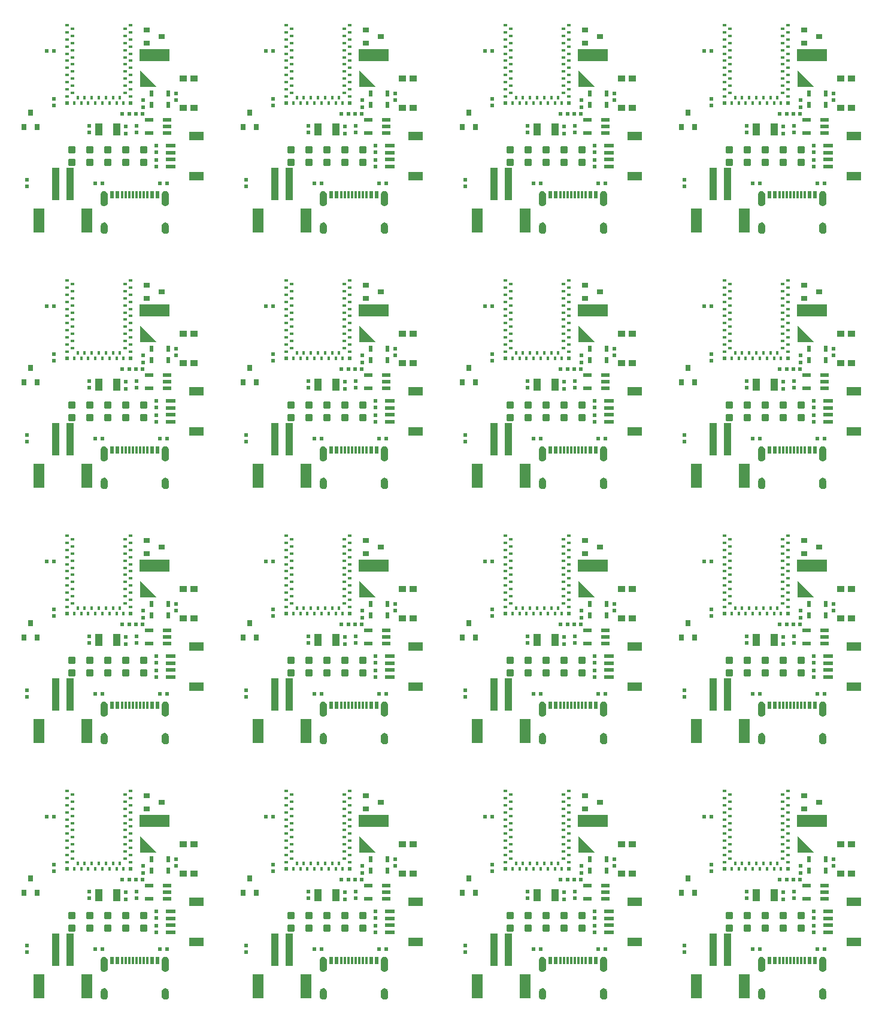
<source format=gtp>
G04 EAGLE Gerber RS-274X export*
G75*
%MOMM*%
%FSLAX34Y34*%
%LPD*%
%INSolderpaste Top*%
%IPPOS*%
%AMOC8*
5,1,8,0,0,1.08239X$1,22.5*%
G01*
%ADD10C,0.300000*%
%ADD11R,1.000000X1.800000*%
%ADD12R,0.600000X0.600000*%
%ADD13R,0.600000X0.400000*%
%ADD14R,0.400000X0.600000*%
%ADD15R,1.000000X0.900000*%
%ADD16R,2.000000X1.200000*%
%ADD17R,1.350000X0.600000*%
%ADD18R,1.000000X4.600000*%
%ADD19R,1.600000X3.400000*%
%ADD20R,0.300000X1.000000*%
%ADD21R,0.600000X1.000000*%
%ADD22R,4.200000X1.700000*%
%ADD23R,0.630000X0.830000*%
%ADD24R,0.900000X0.800000*%
%ADD25R,0.800000X0.900000*%
%ADD26R,1.200000X0.550000*%

G36*
X544612Y1293763D02*
X544612Y1293763D01*
X544656Y1293766D01*
X544678Y1293782D01*
X544704Y1293790D01*
X544733Y1293823D01*
X544768Y1293849D01*
X544778Y1293875D01*
X544796Y1293895D01*
X544803Y1293939D01*
X544818Y1293979D01*
X544813Y1294006D01*
X544817Y1294033D01*
X544799Y1294074D01*
X544790Y1294116D01*
X544764Y1294152D01*
X544760Y1294161D01*
X544755Y1294165D01*
X544746Y1294176D01*
X520746Y1318176D01*
X520708Y1318197D01*
X520675Y1318226D01*
X520648Y1318230D01*
X520624Y1318243D01*
X520580Y1318240D01*
X520537Y1318247D01*
X520512Y1318236D01*
X520484Y1318234D01*
X520449Y1318208D01*
X520409Y1318190D01*
X520394Y1318167D01*
X520372Y1318151D01*
X520356Y1318110D01*
X520332Y1318074D01*
X520325Y1318030D01*
X520322Y1318021D01*
X520323Y1318014D01*
X520321Y1318000D01*
X520321Y1294000D01*
X520326Y1293984D01*
X520323Y1293967D01*
X520345Y1293917D01*
X520360Y1293866D01*
X520373Y1293855D01*
X520380Y1293839D01*
X520425Y1293809D01*
X520465Y1293774D01*
X520482Y1293771D01*
X520497Y1293762D01*
X520570Y1293751D01*
X544570Y1293751D01*
X544612Y1293763D01*
G37*
G36*
X234732Y1293763D02*
X234732Y1293763D01*
X234776Y1293766D01*
X234798Y1293782D01*
X234824Y1293790D01*
X234853Y1293823D01*
X234888Y1293849D01*
X234898Y1293875D01*
X234916Y1293895D01*
X234923Y1293939D01*
X234938Y1293979D01*
X234933Y1294006D01*
X234937Y1294033D01*
X234919Y1294074D01*
X234910Y1294116D01*
X234884Y1294152D01*
X234880Y1294161D01*
X234875Y1294165D01*
X234866Y1294176D01*
X210866Y1318176D01*
X210828Y1318197D01*
X210795Y1318226D01*
X210768Y1318230D01*
X210744Y1318243D01*
X210700Y1318240D01*
X210657Y1318247D01*
X210632Y1318236D01*
X210604Y1318234D01*
X210569Y1318208D01*
X210529Y1318190D01*
X210514Y1318167D01*
X210492Y1318151D01*
X210476Y1318110D01*
X210452Y1318074D01*
X210445Y1318030D01*
X210442Y1318021D01*
X210443Y1318014D01*
X210441Y1318000D01*
X210441Y1294000D01*
X210446Y1293984D01*
X210443Y1293967D01*
X210465Y1293917D01*
X210480Y1293866D01*
X210493Y1293855D01*
X210500Y1293839D01*
X210545Y1293809D01*
X210585Y1293774D01*
X210602Y1293771D01*
X210617Y1293762D01*
X210690Y1293751D01*
X234690Y1293751D01*
X234732Y1293763D01*
G37*
G36*
X1164372Y1293763D02*
X1164372Y1293763D01*
X1164416Y1293766D01*
X1164438Y1293782D01*
X1164464Y1293790D01*
X1164493Y1293823D01*
X1164528Y1293849D01*
X1164538Y1293875D01*
X1164556Y1293895D01*
X1164563Y1293939D01*
X1164578Y1293979D01*
X1164573Y1294006D01*
X1164577Y1294033D01*
X1164559Y1294074D01*
X1164550Y1294116D01*
X1164524Y1294152D01*
X1164520Y1294161D01*
X1164515Y1294165D01*
X1164506Y1294176D01*
X1140506Y1318176D01*
X1140468Y1318197D01*
X1140435Y1318226D01*
X1140408Y1318230D01*
X1140384Y1318243D01*
X1140340Y1318240D01*
X1140297Y1318247D01*
X1140272Y1318236D01*
X1140244Y1318234D01*
X1140209Y1318208D01*
X1140169Y1318190D01*
X1140154Y1318167D01*
X1140132Y1318151D01*
X1140116Y1318110D01*
X1140092Y1318074D01*
X1140085Y1318030D01*
X1140082Y1318021D01*
X1140083Y1318014D01*
X1140081Y1318000D01*
X1140081Y1294000D01*
X1140086Y1293984D01*
X1140083Y1293967D01*
X1140105Y1293917D01*
X1140120Y1293866D01*
X1140133Y1293855D01*
X1140140Y1293839D01*
X1140185Y1293809D01*
X1140225Y1293774D01*
X1140242Y1293771D01*
X1140257Y1293762D01*
X1140330Y1293751D01*
X1164330Y1293751D01*
X1164372Y1293763D01*
G37*
G36*
X854492Y1293763D02*
X854492Y1293763D01*
X854536Y1293766D01*
X854558Y1293782D01*
X854584Y1293790D01*
X854613Y1293823D01*
X854648Y1293849D01*
X854658Y1293875D01*
X854676Y1293895D01*
X854683Y1293939D01*
X854698Y1293979D01*
X854693Y1294006D01*
X854697Y1294033D01*
X854679Y1294074D01*
X854670Y1294116D01*
X854644Y1294152D01*
X854640Y1294161D01*
X854635Y1294165D01*
X854626Y1294176D01*
X830626Y1318176D01*
X830588Y1318197D01*
X830555Y1318226D01*
X830528Y1318230D01*
X830504Y1318243D01*
X830460Y1318240D01*
X830417Y1318247D01*
X830392Y1318236D01*
X830364Y1318234D01*
X830329Y1318208D01*
X830289Y1318190D01*
X830274Y1318167D01*
X830252Y1318151D01*
X830236Y1318110D01*
X830212Y1318074D01*
X830205Y1318030D01*
X830202Y1318021D01*
X830203Y1318014D01*
X830201Y1318000D01*
X830201Y1294000D01*
X830206Y1293984D01*
X830203Y1293967D01*
X830225Y1293917D01*
X830240Y1293866D01*
X830253Y1293855D01*
X830260Y1293839D01*
X830305Y1293809D01*
X830345Y1293774D01*
X830362Y1293771D01*
X830377Y1293762D01*
X830450Y1293751D01*
X854450Y1293751D01*
X854492Y1293763D01*
G37*
G36*
X1164372Y211723D02*
X1164372Y211723D01*
X1164416Y211726D01*
X1164438Y211742D01*
X1164464Y211750D01*
X1164493Y211783D01*
X1164528Y211809D01*
X1164538Y211835D01*
X1164556Y211855D01*
X1164563Y211899D01*
X1164578Y211939D01*
X1164573Y211966D01*
X1164577Y211993D01*
X1164559Y212034D01*
X1164550Y212076D01*
X1164524Y212112D01*
X1164520Y212121D01*
X1164515Y212125D01*
X1164506Y212136D01*
X1140506Y236136D01*
X1140468Y236157D01*
X1140435Y236186D01*
X1140408Y236190D01*
X1140384Y236203D01*
X1140340Y236200D01*
X1140297Y236207D01*
X1140272Y236196D01*
X1140244Y236194D01*
X1140209Y236168D01*
X1140169Y236150D01*
X1140154Y236127D01*
X1140132Y236111D01*
X1140116Y236070D01*
X1140092Y236034D01*
X1140085Y235990D01*
X1140082Y235981D01*
X1140083Y235974D01*
X1140081Y235960D01*
X1140081Y211960D01*
X1140086Y211944D01*
X1140083Y211927D01*
X1140105Y211877D01*
X1140120Y211826D01*
X1140133Y211815D01*
X1140140Y211799D01*
X1140185Y211769D01*
X1140225Y211734D01*
X1140242Y211731D01*
X1140257Y211722D01*
X1140330Y211711D01*
X1164330Y211711D01*
X1164372Y211723D01*
G37*
G36*
X854492Y211723D02*
X854492Y211723D01*
X854536Y211726D01*
X854558Y211742D01*
X854584Y211750D01*
X854613Y211783D01*
X854648Y211809D01*
X854658Y211835D01*
X854676Y211855D01*
X854683Y211899D01*
X854698Y211939D01*
X854693Y211966D01*
X854697Y211993D01*
X854679Y212034D01*
X854670Y212076D01*
X854644Y212112D01*
X854640Y212121D01*
X854635Y212125D01*
X854626Y212136D01*
X830626Y236136D01*
X830588Y236157D01*
X830555Y236186D01*
X830528Y236190D01*
X830504Y236203D01*
X830460Y236200D01*
X830417Y236207D01*
X830392Y236196D01*
X830364Y236194D01*
X830329Y236168D01*
X830289Y236150D01*
X830274Y236127D01*
X830252Y236111D01*
X830236Y236070D01*
X830212Y236034D01*
X830205Y235990D01*
X830202Y235981D01*
X830203Y235974D01*
X830201Y235960D01*
X830201Y211960D01*
X830206Y211944D01*
X830203Y211927D01*
X830225Y211877D01*
X830240Y211826D01*
X830253Y211815D01*
X830260Y211799D01*
X830305Y211769D01*
X830345Y211734D01*
X830362Y211731D01*
X830377Y211722D01*
X830450Y211711D01*
X854450Y211711D01*
X854492Y211723D01*
G37*
G36*
X234732Y572403D02*
X234732Y572403D01*
X234776Y572406D01*
X234798Y572422D01*
X234824Y572430D01*
X234853Y572463D01*
X234888Y572489D01*
X234898Y572515D01*
X234916Y572535D01*
X234923Y572579D01*
X234938Y572619D01*
X234933Y572646D01*
X234937Y572673D01*
X234919Y572714D01*
X234910Y572756D01*
X234884Y572792D01*
X234880Y572801D01*
X234875Y572805D01*
X234866Y572816D01*
X210866Y596816D01*
X210828Y596837D01*
X210795Y596866D01*
X210768Y596870D01*
X210744Y596883D01*
X210700Y596880D01*
X210657Y596887D01*
X210632Y596876D01*
X210604Y596874D01*
X210569Y596848D01*
X210529Y596830D01*
X210514Y596807D01*
X210492Y596791D01*
X210476Y596750D01*
X210452Y596714D01*
X210445Y596670D01*
X210442Y596661D01*
X210443Y596654D01*
X210441Y596640D01*
X210441Y572640D01*
X210446Y572624D01*
X210443Y572607D01*
X210465Y572557D01*
X210480Y572506D01*
X210493Y572495D01*
X210500Y572479D01*
X210545Y572449D01*
X210585Y572414D01*
X210602Y572411D01*
X210617Y572402D01*
X210690Y572391D01*
X234690Y572391D01*
X234732Y572403D01*
G37*
G36*
X854492Y572403D02*
X854492Y572403D01*
X854536Y572406D01*
X854558Y572422D01*
X854584Y572430D01*
X854613Y572463D01*
X854648Y572489D01*
X854658Y572515D01*
X854676Y572535D01*
X854683Y572579D01*
X854698Y572619D01*
X854693Y572646D01*
X854697Y572673D01*
X854679Y572714D01*
X854670Y572756D01*
X854644Y572792D01*
X854640Y572801D01*
X854635Y572805D01*
X854626Y572816D01*
X830626Y596816D01*
X830588Y596837D01*
X830555Y596866D01*
X830528Y596870D01*
X830504Y596883D01*
X830460Y596880D01*
X830417Y596887D01*
X830392Y596876D01*
X830364Y596874D01*
X830329Y596848D01*
X830289Y596830D01*
X830274Y596807D01*
X830252Y596791D01*
X830236Y596750D01*
X830212Y596714D01*
X830205Y596670D01*
X830202Y596661D01*
X830203Y596654D01*
X830201Y596640D01*
X830201Y572640D01*
X830206Y572624D01*
X830203Y572607D01*
X830225Y572557D01*
X830240Y572506D01*
X830253Y572495D01*
X830260Y572479D01*
X830305Y572449D01*
X830345Y572414D01*
X830362Y572411D01*
X830377Y572402D01*
X830450Y572391D01*
X854450Y572391D01*
X854492Y572403D01*
G37*
G36*
X544612Y572403D02*
X544612Y572403D01*
X544656Y572406D01*
X544678Y572422D01*
X544704Y572430D01*
X544733Y572463D01*
X544768Y572489D01*
X544778Y572515D01*
X544796Y572535D01*
X544803Y572579D01*
X544818Y572619D01*
X544813Y572646D01*
X544817Y572673D01*
X544799Y572714D01*
X544790Y572756D01*
X544764Y572792D01*
X544760Y572801D01*
X544755Y572805D01*
X544746Y572816D01*
X520746Y596816D01*
X520708Y596837D01*
X520675Y596866D01*
X520648Y596870D01*
X520624Y596883D01*
X520580Y596880D01*
X520537Y596887D01*
X520512Y596876D01*
X520484Y596874D01*
X520449Y596848D01*
X520409Y596830D01*
X520394Y596807D01*
X520372Y596791D01*
X520356Y596750D01*
X520332Y596714D01*
X520325Y596670D01*
X520322Y596661D01*
X520323Y596654D01*
X520321Y596640D01*
X520321Y572640D01*
X520326Y572624D01*
X520323Y572607D01*
X520345Y572557D01*
X520360Y572506D01*
X520373Y572495D01*
X520380Y572479D01*
X520425Y572449D01*
X520465Y572414D01*
X520482Y572411D01*
X520497Y572402D01*
X520570Y572391D01*
X544570Y572391D01*
X544612Y572403D01*
G37*
G36*
X1164372Y933083D02*
X1164372Y933083D01*
X1164416Y933086D01*
X1164438Y933102D01*
X1164464Y933110D01*
X1164493Y933143D01*
X1164528Y933169D01*
X1164538Y933195D01*
X1164556Y933215D01*
X1164563Y933259D01*
X1164578Y933299D01*
X1164573Y933326D01*
X1164577Y933353D01*
X1164559Y933394D01*
X1164550Y933436D01*
X1164524Y933472D01*
X1164520Y933481D01*
X1164515Y933485D01*
X1164506Y933496D01*
X1140506Y957496D01*
X1140468Y957517D01*
X1140435Y957546D01*
X1140408Y957550D01*
X1140384Y957563D01*
X1140340Y957560D01*
X1140297Y957567D01*
X1140272Y957556D01*
X1140244Y957554D01*
X1140209Y957528D01*
X1140169Y957510D01*
X1140154Y957487D01*
X1140132Y957471D01*
X1140116Y957430D01*
X1140092Y957394D01*
X1140085Y957350D01*
X1140082Y957341D01*
X1140083Y957334D01*
X1140081Y957320D01*
X1140081Y933320D01*
X1140086Y933304D01*
X1140083Y933287D01*
X1140105Y933237D01*
X1140120Y933186D01*
X1140133Y933175D01*
X1140140Y933159D01*
X1140185Y933129D01*
X1140225Y933094D01*
X1140242Y933091D01*
X1140257Y933082D01*
X1140330Y933071D01*
X1164330Y933071D01*
X1164372Y933083D01*
G37*
G36*
X234732Y933083D02*
X234732Y933083D01*
X234776Y933086D01*
X234798Y933102D01*
X234824Y933110D01*
X234853Y933143D01*
X234888Y933169D01*
X234898Y933195D01*
X234916Y933215D01*
X234923Y933259D01*
X234938Y933299D01*
X234933Y933326D01*
X234937Y933353D01*
X234919Y933394D01*
X234910Y933436D01*
X234884Y933472D01*
X234880Y933481D01*
X234875Y933485D01*
X234866Y933496D01*
X210866Y957496D01*
X210828Y957517D01*
X210795Y957546D01*
X210768Y957550D01*
X210744Y957563D01*
X210700Y957560D01*
X210657Y957567D01*
X210632Y957556D01*
X210604Y957554D01*
X210569Y957528D01*
X210529Y957510D01*
X210514Y957487D01*
X210492Y957471D01*
X210476Y957430D01*
X210452Y957394D01*
X210445Y957350D01*
X210442Y957341D01*
X210443Y957334D01*
X210441Y957320D01*
X210441Y933320D01*
X210446Y933304D01*
X210443Y933287D01*
X210465Y933237D01*
X210480Y933186D01*
X210493Y933175D01*
X210500Y933159D01*
X210545Y933129D01*
X210585Y933094D01*
X210602Y933091D01*
X210617Y933082D01*
X210690Y933071D01*
X234690Y933071D01*
X234732Y933083D01*
G37*
G36*
X854492Y933083D02*
X854492Y933083D01*
X854536Y933086D01*
X854558Y933102D01*
X854584Y933110D01*
X854613Y933143D01*
X854648Y933169D01*
X854658Y933195D01*
X854676Y933215D01*
X854683Y933259D01*
X854698Y933299D01*
X854693Y933326D01*
X854697Y933353D01*
X854679Y933394D01*
X854670Y933436D01*
X854644Y933472D01*
X854640Y933481D01*
X854635Y933485D01*
X854626Y933496D01*
X830626Y957496D01*
X830588Y957517D01*
X830555Y957546D01*
X830528Y957550D01*
X830504Y957563D01*
X830460Y957560D01*
X830417Y957567D01*
X830392Y957556D01*
X830364Y957554D01*
X830329Y957528D01*
X830289Y957510D01*
X830274Y957487D01*
X830252Y957471D01*
X830236Y957430D01*
X830212Y957394D01*
X830205Y957350D01*
X830202Y957341D01*
X830203Y957334D01*
X830201Y957320D01*
X830201Y933320D01*
X830206Y933304D01*
X830203Y933287D01*
X830225Y933237D01*
X830240Y933186D01*
X830253Y933175D01*
X830260Y933159D01*
X830305Y933129D01*
X830345Y933094D01*
X830362Y933091D01*
X830377Y933082D01*
X830450Y933071D01*
X854450Y933071D01*
X854492Y933083D01*
G37*
G36*
X544612Y933083D02*
X544612Y933083D01*
X544656Y933086D01*
X544678Y933102D01*
X544704Y933110D01*
X544733Y933143D01*
X544768Y933169D01*
X544778Y933195D01*
X544796Y933215D01*
X544803Y933259D01*
X544818Y933299D01*
X544813Y933326D01*
X544817Y933353D01*
X544799Y933394D01*
X544790Y933436D01*
X544764Y933472D01*
X544760Y933481D01*
X544755Y933485D01*
X544746Y933496D01*
X520746Y957496D01*
X520708Y957517D01*
X520675Y957546D01*
X520648Y957550D01*
X520624Y957563D01*
X520580Y957560D01*
X520537Y957567D01*
X520512Y957556D01*
X520484Y957554D01*
X520449Y957528D01*
X520409Y957510D01*
X520394Y957487D01*
X520372Y957471D01*
X520356Y957430D01*
X520332Y957394D01*
X520325Y957350D01*
X520322Y957341D01*
X520323Y957334D01*
X520321Y957320D01*
X520321Y933320D01*
X520326Y933304D01*
X520323Y933287D01*
X520345Y933237D01*
X520360Y933186D01*
X520373Y933175D01*
X520380Y933159D01*
X520425Y933129D01*
X520465Y933094D01*
X520482Y933091D01*
X520497Y933082D01*
X520570Y933071D01*
X544570Y933071D01*
X544612Y933083D01*
G37*
G36*
X1164372Y572403D02*
X1164372Y572403D01*
X1164416Y572406D01*
X1164438Y572422D01*
X1164464Y572430D01*
X1164493Y572463D01*
X1164528Y572489D01*
X1164538Y572515D01*
X1164556Y572535D01*
X1164563Y572579D01*
X1164578Y572619D01*
X1164573Y572646D01*
X1164577Y572673D01*
X1164559Y572714D01*
X1164550Y572756D01*
X1164524Y572792D01*
X1164520Y572801D01*
X1164515Y572805D01*
X1164506Y572816D01*
X1140506Y596816D01*
X1140468Y596837D01*
X1140435Y596866D01*
X1140408Y596870D01*
X1140384Y596883D01*
X1140340Y596880D01*
X1140297Y596887D01*
X1140272Y596876D01*
X1140244Y596874D01*
X1140209Y596848D01*
X1140169Y596830D01*
X1140154Y596807D01*
X1140132Y596791D01*
X1140116Y596750D01*
X1140092Y596714D01*
X1140085Y596670D01*
X1140082Y596661D01*
X1140083Y596654D01*
X1140081Y596640D01*
X1140081Y572640D01*
X1140086Y572624D01*
X1140083Y572607D01*
X1140105Y572557D01*
X1140120Y572506D01*
X1140133Y572495D01*
X1140140Y572479D01*
X1140185Y572449D01*
X1140225Y572414D01*
X1140242Y572411D01*
X1140257Y572402D01*
X1140330Y572391D01*
X1164330Y572391D01*
X1164372Y572403D01*
G37*
G36*
X234732Y211723D02*
X234732Y211723D01*
X234776Y211726D01*
X234798Y211742D01*
X234824Y211750D01*
X234853Y211783D01*
X234888Y211809D01*
X234898Y211835D01*
X234916Y211855D01*
X234923Y211899D01*
X234938Y211939D01*
X234933Y211966D01*
X234937Y211993D01*
X234919Y212034D01*
X234910Y212076D01*
X234884Y212112D01*
X234880Y212121D01*
X234875Y212125D01*
X234866Y212136D01*
X210866Y236136D01*
X210828Y236157D01*
X210795Y236186D01*
X210768Y236190D01*
X210744Y236203D01*
X210700Y236200D01*
X210657Y236207D01*
X210632Y236196D01*
X210604Y236194D01*
X210569Y236168D01*
X210529Y236150D01*
X210514Y236127D01*
X210492Y236111D01*
X210476Y236070D01*
X210452Y236034D01*
X210445Y235990D01*
X210442Y235981D01*
X210443Y235974D01*
X210441Y235960D01*
X210441Y211960D01*
X210446Y211944D01*
X210443Y211927D01*
X210465Y211877D01*
X210480Y211826D01*
X210493Y211815D01*
X210500Y211799D01*
X210545Y211769D01*
X210585Y211734D01*
X210602Y211731D01*
X210617Y211722D01*
X210690Y211711D01*
X234690Y211711D01*
X234732Y211723D01*
G37*
G36*
X544612Y211723D02*
X544612Y211723D01*
X544656Y211726D01*
X544678Y211742D01*
X544704Y211750D01*
X544733Y211783D01*
X544768Y211809D01*
X544778Y211835D01*
X544796Y211855D01*
X544803Y211899D01*
X544818Y211939D01*
X544813Y211966D01*
X544817Y211993D01*
X544799Y212034D01*
X544790Y212076D01*
X544764Y212112D01*
X544760Y212121D01*
X544755Y212125D01*
X544746Y212136D01*
X520746Y236136D01*
X520708Y236157D01*
X520675Y236186D01*
X520648Y236190D01*
X520624Y236203D01*
X520580Y236200D01*
X520537Y236207D01*
X520512Y236196D01*
X520484Y236194D01*
X520449Y236168D01*
X520409Y236150D01*
X520394Y236127D01*
X520372Y236111D01*
X520356Y236070D01*
X520332Y236034D01*
X520325Y235990D01*
X520322Y235981D01*
X520323Y235974D01*
X520321Y235960D01*
X520321Y211960D01*
X520326Y211944D01*
X520323Y211927D01*
X520345Y211877D01*
X520360Y211826D01*
X520373Y211815D01*
X520380Y211799D01*
X520425Y211769D01*
X520465Y211734D01*
X520482Y211731D01*
X520497Y211722D01*
X520570Y211711D01*
X544570Y211711D01*
X544612Y211723D01*
G37*
G36*
X865960Y404631D02*
X865960Y404631D01*
X865961Y404631D01*
X867029Y404650D01*
X867036Y404655D01*
X867040Y404651D01*
X868077Y404907D01*
X868082Y404914D01*
X868088Y404911D01*
X869042Y405392D01*
X869046Y405399D01*
X869051Y405398D01*
X869875Y406079D01*
X869876Y406087D01*
X869882Y406087D01*
X870533Y406934D01*
X870533Y406942D01*
X870539Y406943D01*
X870986Y407914D01*
X870984Y407922D01*
X870989Y407924D01*
X871208Y408970D01*
X871205Y408977D01*
X871209Y408980D01*
X871209Y420980D01*
X871206Y420985D01*
X871209Y420988D01*
X871029Y422083D01*
X871023Y422089D01*
X871026Y422094D01*
X870607Y423122D01*
X870600Y423126D01*
X870602Y423131D01*
X869965Y424040D01*
X869957Y424043D01*
X869957Y424048D01*
X869134Y424792D01*
X869126Y424793D01*
X869125Y424799D01*
X868157Y425341D01*
X868148Y425340D01*
X868146Y425346D01*
X867082Y425659D01*
X867077Y425657D01*
X867073Y425657D01*
X867071Y425661D01*
X865963Y425729D01*
X865957Y425725D01*
X865953Y425729D01*
X864845Y425559D01*
X864839Y425553D01*
X864834Y425556D01*
X863792Y425144D01*
X863788Y425137D01*
X863783Y425139D01*
X862858Y424505D01*
X862856Y424497D01*
X862850Y424498D01*
X862090Y423675D01*
X862089Y423666D01*
X862083Y423666D01*
X861526Y422694D01*
X861527Y422686D01*
X861521Y422684D01*
X861194Y421612D01*
X861197Y421604D01*
X861192Y421601D01*
X861111Y420484D01*
X861112Y420481D01*
X861111Y420480D01*
X861111Y408480D01*
X861116Y408473D01*
X861112Y408469D01*
X861331Y407525D01*
X861337Y407519D01*
X861335Y407514D01*
X861759Y406642D01*
X861766Y406639D01*
X861764Y406633D01*
X862371Y405877D01*
X862379Y405875D01*
X862379Y405869D01*
X863139Y405268D01*
X863148Y405268D01*
X863149Y405262D01*
X864024Y404844D01*
X864032Y404846D01*
X864034Y404841D01*
X864980Y404629D01*
X864987Y404632D01*
X864991Y404627D01*
X865960Y404631D01*
G37*
G36*
X1175840Y43951D02*
X1175840Y43951D01*
X1175841Y43951D01*
X1176909Y43970D01*
X1176916Y43975D01*
X1176920Y43971D01*
X1177957Y44227D01*
X1177962Y44234D01*
X1177968Y44231D01*
X1178922Y44712D01*
X1178926Y44719D01*
X1178931Y44718D01*
X1179755Y45399D01*
X1179756Y45407D01*
X1179762Y45407D01*
X1180413Y46254D01*
X1180413Y46262D01*
X1180419Y46263D01*
X1180866Y47234D01*
X1180864Y47242D01*
X1180869Y47244D01*
X1181088Y48290D01*
X1181085Y48297D01*
X1181089Y48300D01*
X1181089Y60300D01*
X1181086Y60305D01*
X1181089Y60308D01*
X1180909Y61403D01*
X1180903Y61409D01*
X1180906Y61414D01*
X1180487Y62442D01*
X1180480Y62446D01*
X1180482Y62451D01*
X1179845Y63360D01*
X1179837Y63363D01*
X1179837Y63368D01*
X1179014Y64112D01*
X1179006Y64113D01*
X1179005Y64119D01*
X1178037Y64661D01*
X1178028Y64660D01*
X1178026Y64666D01*
X1176962Y64979D01*
X1176957Y64977D01*
X1176953Y64977D01*
X1176951Y64981D01*
X1175843Y65049D01*
X1175837Y65045D01*
X1175833Y65049D01*
X1174725Y64879D01*
X1174719Y64873D01*
X1174714Y64876D01*
X1173672Y64464D01*
X1173668Y64457D01*
X1173663Y64459D01*
X1172738Y63825D01*
X1172736Y63817D01*
X1172730Y63818D01*
X1171970Y62995D01*
X1171969Y62986D01*
X1171963Y62986D01*
X1171406Y62014D01*
X1171407Y62006D01*
X1171401Y62004D01*
X1171074Y60932D01*
X1171077Y60924D01*
X1171072Y60921D01*
X1170991Y59804D01*
X1170992Y59801D01*
X1170991Y59800D01*
X1170991Y47800D01*
X1170996Y47793D01*
X1170992Y47789D01*
X1171211Y46845D01*
X1171217Y46839D01*
X1171215Y46834D01*
X1171639Y45962D01*
X1171646Y45959D01*
X1171644Y45953D01*
X1172251Y45197D01*
X1172259Y45195D01*
X1172259Y45189D01*
X1173019Y44588D01*
X1173028Y44588D01*
X1173029Y44582D01*
X1173904Y44164D01*
X1173912Y44166D01*
X1173914Y44161D01*
X1174860Y43949D01*
X1174867Y43952D01*
X1174871Y43947D01*
X1175840Y43951D01*
G37*
G36*
X556080Y43951D02*
X556080Y43951D01*
X556081Y43951D01*
X557149Y43970D01*
X557156Y43975D01*
X557160Y43971D01*
X558197Y44227D01*
X558202Y44234D01*
X558208Y44231D01*
X559162Y44712D01*
X559166Y44719D01*
X559171Y44718D01*
X559995Y45399D01*
X559996Y45407D01*
X560002Y45407D01*
X560653Y46254D01*
X560653Y46262D01*
X560659Y46263D01*
X561106Y47234D01*
X561104Y47242D01*
X561109Y47244D01*
X561328Y48290D01*
X561325Y48297D01*
X561329Y48300D01*
X561329Y60300D01*
X561326Y60305D01*
X561329Y60308D01*
X561149Y61403D01*
X561143Y61409D01*
X561146Y61414D01*
X560727Y62442D01*
X560720Y62446D01*
X560722Y62451D01*
X560085Y63360D01*
X560077Y63363D01*
X560077Y63368D01*
X559254Y64112D01*
X559246Y64113D01*
X559245Y64119D01*
X558277Y64661D01*
X558268Y64660D01*
X558266Y64666D01*
X557202Y64979D01*
X557197Y64977D01*
X557193Y64977D01*
X557191Y64981D01*
X556083Y65049D01*
X556077Y65045D01*
X556073Y65049D01*
X554965Y64879D01*
X554959Y64873D01*
X554954Y64876D01*
X553912Y64464D01*
X553908Y64457D01*
X553903Y64459D01*
X552978Y63825D01*
X552976Y63817D01*
X552970Y63818D01*
X552210Y62995D01*
X552209Y62986D01*
X552203Y62986D01*
X551646Y62014D01*
X551647Y62006D01*
X551641Y62004D01*
X551314Y60932D01*
X551317Y60924D01*
X551312Y60921D01*
X551231Y59804D01*
X551232Y59801D01*
X551231Y59800D01*
X551231Y47800D01*
X551236Y47793D01*
X551232Y47789D01*
X551451Y46845D01*
X551457Y46839D01*
X551455Y46834D01*
X551879Y45962D01*
X551886Y45959D01*
X551884Y45953D01*
X552491Y45197D01*
X552499Y45195D01*
X552499Y45189D01*
X553259Y44588D01*
X553268Y44588D01*
X553269Y44582D01*
X554144Y44164D01*
X554152Y44166D01*
X554154Y44161D01*
X555100Y43949D01*
X555107Y43952D01*
X555111Y43947D01*
X556080Y43951D01*
G37*
G36*
X865960Y43951D02*
X865960Y43951D01*
X865961Y43951D01*
X867029Y43970D01*
X867036Y43975D01*
X867040Y43971D01*
X868077Y44227D01*
X868082Y44234D01*
X868088Y44231D01*
X869042Y44712D01*
X869046Y44719D01*
X869051Y44718D01*
X869875Y45399D01*
X869876Y45407D01*
X869882Y45407D01*
X870533Y46254D01*
X870533Y46262D01*
X870539Y46263D01*
X870986Y47234D01*
X870984Y47242D01*
X870989Y47244D01*
X871208Y48290D01*
X871205Y48297D01*
X871209Y48300D01*
X871209Y60300D01*
X871206Y60305D01*
X871209Y60308D01*
X871029Y61403D01*
X871023Y61409D01*
X871026Y61414D01*
X870607Y62442D01*
X870600Y62446D01*
X870602Y62451D01*
X869965Y63360D01*
X869957Y63363D01*
X869957Y63368D01*
X869134Y64112D01*
X869126Y64113D01*
X869125Y64119D01*
X868157Y64661D01*
X868148Y64660D01*
X868146Y64666D01*
X867082Y64979D01*
X867077Y64977D01*
X867073Y64977D01*
X867071Y64981D01*
X865963Y65049D01*
X865957Y65045D01*
X865953Y65049D01*
X864845Y64879D01*
X864839Y64873D01*
X864834Y64876D01*
X863792Y64464D01*
X863788Y64457D01*
X863783Y64459D01*
X862858Y63825D01*
X862856Y63817D01*
X862850Y63818D01*
X862090Y62995D01*
X862089Y62986D01*
X862083Y62986D01*
X861526Y62014D01*
X861527Y62006D01*
X861521Y62004D01*
X861194Y60932D01*
X861197Y60924D01*
X861192Y60921D01*
X861111Y59804D01*
X861112Y59801D01*
X861111Y59800D01*
X861111Y47800D01*
X861116Y47793D01*
X861112Y47789D01*
X861331Y46845D01*
X861337Y46839D01*
X861335Y46834D01*
X861759Y45962D01*
X861766Y45959D01*
X861764Y45953D01*
X862371Y45197D01*
X862379Y45195D01*
X862379Y45189D01*
X863139Y44588D01*
X863148Y44588D01*
X863149Y44582D01*
X864024Y44164D01*
X864032Y44166D01*
X864034Y44161D01*
X864980Y43949D01*
X864987Y43952D01*
X864991Y43947D01*
X865960Y43951D01*
G37*
G36*
X865960Y1125991D02*
X865960Y1125991D01*
X865961Y1125991D01*
X867029Y1126010D01*
X867036Y1126015D01*
X867040Y1126011D01*
X868077Y1126267D01*
X868082Y1126274D01*
X868088Y1126271D01*
X869042Y1126752D01*
X869046Y1126759D01*
X869051Y1126758D01*
X869875Y1127439D01*
X869876Y1127447D01*
X869882Y1127447D01*
X870533Y1128294D01*
X870533Y1128302D01*
X870539Y1128303D01*
X870986Y1129274D01*
X870984Y1129282D01*
X870989Y1129284D01*
X871208Y1130330D01*
X871205Y1130337D01*
X871209Y1130340D01*
X871209Y1142340D01*
X871206Y1142345D01*
X871209Y1142348D01*
X871029Y1143443D01*
X871023Y1143449D01*
X871026Y1143454D01*
X870607Y1144482D01*
X870600Y1144486D01*
X870602Y1144491D01*
X869965Y1145400D01*
X869957Y1145403D01*
X869957Y1145408D01*
X869134Y1146152D01*
X869126Y1146153D01*
X869125Y1146159D01*
X868157Y1146701D01*
X868148Y1146700D01*
X868146Y1146706D01*
X867082Y1147019D01*
X867077Y1147017D01*
X867073Y1147017D01*
X867071Y1147021D01*
X865963Y1147089D01*
X865957Y1147085D01*
X865953Y1147089D01*
X864845Y1146919D01*
X864839Y1146913D01*
X864834Y1146916D01*
X863792Y1146504D01*
X863788Y1146497D01*
X863783Y1146499D01*
X862858Y1145865D01*
X862856Y1145857D01*
X862850Y1145858D01*
X862090Y1145035D01*
X862089Y1145026D01*
X862083Y1145026D01*
X861526Y1144054D01*
X861527Y1144046D01*
X861521Y1144044D01*
X861194Y1142972D01*
X861197Y1142964D01*
X861192Y1142961D01*
X861111Y1141844D01*
X861112Y1141841D01*
X861111Y1141840D01*
X861111Y1129840D01*
X861116Y1129833D01*
X861112Y1129829D01*
X861331Y1128885D01*
X861337Y1128879D01*
X861335Y1128874D01*
X861759Y1128002D01*
X861766Y1127999D01*
X861764Y1127993D01*
X862371Y1127237D01*
X862379Y1127235D01*
X862379Y1127229D01*
X863139Y1126628D01*
X863148Y1126628D01*
X863149Y1126622D01*
X864024Y1126204D01*
X864032Y1126206D01*
X864034Y1126201D01*
X864980Y1125989D01*
X864987Y1125992D01*
X864991Y1125987D01*
X865960Y1125991D01*
G37*
G36*
X556080Y1125991D02*
X556080Y1125991D01*
X556081Y1125991D01*
X557149Y1126010D01*
X557156Y1126015D01*
X557160Y1126011D01*
X558197Y1126267D01*
X558202Y1126274D01*
X558208Y1126271D01*
X559162Y1126752D01*
X559166Y1126759D01*
X559171Y1126758D01*
X559995Y1127439D01*
X559996Y1127447D01*
X560002Y1127447D01*
X560653Y1128294D01*
X560653Y1128302D01*
X560659Y1128303D01*
X561106Y1129274D01*
X561104Y1129282D01*
X561109Y1129284D01*
X561328Y1130330D01*
X561325Y1130337D01*
X561329Y1130340D01*
X561329Y1142340D01*
X561326Y1142345D01*
X561329Y1142348D01*
X561149Y1143443D01*
X561143Y1143449D01*
X561146Y1143454D01*
X560727Y1144482D01*
X560720Y1144486D01*
X560722Y1144491D01*
X560085Y1145400D01*
X560077Y1145403D01*
X560077Y1145408D01*
X559254Y1146152D01*
X559246Y1146153D01*
X559245Y1146159D01*
X558277Y1146701D01*
X558268Y1146700D01*
X558266Y1146706D01*
X557202Y1147019D01*
X557197Y1147017D01*
X557193Y1147017D01*
X557191Y1147021D01*
X556083Y1147089D01*
X556077Y1147085D01*
X556073Y1147089D01*
X554965Y1146919D01*
X554959Y1146913D01*
X554954Y1146916D01*
X553912Y1146504D01*
X553908Y1146497D01*
X553903Y1146499D01*
X552978Y1145865D01*
X552976Y1145857D01*
X552970Y1145858D01*
X552210Y1145035D01*
X552209Y1145026D01*
X552203Y1145026D01*
X551646Y1144054D01*
X551647Y1144046D01*
X551641Y1144044D01*
X551314Y1142972D01*
X551317Y1142964D01*
X551312Y1142961D01*
X551231Y1141844D01*
X551232Y1141841D01*
X551231Y1141840D01*
X551231Y1129840D01*
X551236Y1129833D01*
X551232Y1129829D01*
X551451Y1128885D01*
X551457Y1128879D01*
X551455Y1128874D01*
X551879Y1128002D01*
X551886Y1127999D01*
X551884Y1127993D01*
X552491Y1127237D01*
X552499Y1127235D01*
X552499Y1127229D01*
X553259Y1126628D01*
X553268Y1126628D01*
X553269Y1126622D01*
X554144Y1126204D01*
X554152Y1126206D01*
X554154Y1126201D01*
X555100Y1125989D01*
X555107Y1125992D01*
X555111Y1125987D01*
X556080Y1125991D01*
G37*
G36*
X1175840Y1125991D02*
X1175840Y1125991D01*
X1175841Y1125991D01*
X1176909Y1126010D01*
X1176916Y1126015D01*
X1176920Y1126011D01*
X1177957Y1126267D01*
X1177962Y1126274D01*
X1177968Y1126271D01*
X1178922Y1126752D01*
X1178926Y1126759D01*
X1178931Y1126758D01*
X1179755Y1127439D01*
X1179756Y1127447D01*
X1179762Y1127447D01*
X1180413Y1128294D01*
X1180413Y1128302D01*
X1180419Y1128303D01*
X1180866Y1129274D01*
X1180864Y1129282D01*
X1180869Y1129284D01*
X1181088Y1130330D01*
X1181085Y1130337D01*
X1181089Y1130340D01*
X1181089Y1142340D01*
X1181086Y1142345D01*
X1181089Y1142348D01*
X1180909Y1143443D01*
X1180903Y1143449D01*
X1180906Y1143454D01*
X1180487Y1144482D01*
X1180480Y1144486D01*
X1180482Y1144491D01*
X1179845Y1145400D01*
X1179837Y1145403D01*
X1179837Y1145408D01*
X1179014Y1146152D01*
X1179006Y1146153D01*
X1179005Y1146159D01*
X1178037Y1146701D01*
X1178028Y1146700D01*
X1178026Y1146706D01*
X1176962Y1147019D01*
X1176957Y1147017D01*
X1176953Y1147017D01*
X1176951Y1147021D01*
X1175843Y1147089D01*
X1175837Y1147085D01*
X1175833Y1147089D01*
X1174725Y1146919D01*
X1174719Y1146913D01*
X1174714Y1146916D01*
X1173672Y1146504D01*
X1173668Y1146497D01*
X1173663Y1146499D01*
X1172738Y1145865D01*
X1172736Y1145857D01*
X1172730Y1145858D01*
X1171970Y1145035D01*
X1171969Y1145026D01*
X1171963Y1145026D01*
X1171406Y1144054D01*
X1171407Y1144046D01*
X1171401Y1144044D01*
X1171074Y1142972D01*
X1171077Y1142964D01*
X1171072Y1142961D01*
X1170991Y1141844D01*
X1170992Y1141841D01*
X1170991Y1141840D01*
X1170991Y1129840D01*
X1170996Y1129833D01*
X1170992Y1129829D01*
X1171211Y1128885D01*
X1171217Y1128879D01*
X1171215Y1128874D01*
X1171639Y1128002D01*
X1171646Y1127999D01*
X1171644Y1127993D01*
X1172251Y1127237D01*
X1172259Y1127235D01*
X1172259Y1127229D01*
X1173019Y1126628D01*
X1173028Y1126628D01*
X1173029Y1126622D01*
X1173904Y1126204D01*
X1173912Y1126206D01*
X1173914Y1126201D01*
X1174860Y1125989D01*
X1174867Y1125992D01*
X1174871Y1125987D01*
X1175840Y1125991D01*
G37*
G36*
X1175840Y765311D02*
X1175840Y765311D01*
X1175841Y765311D01*
X1176909Y765330D01*
X1176916Y765335D01*
X1176920Y765331D01*
X1177957Y765587D01*
X1177962Y765594D01*
X1177968Y765591D01*
X1178922Y766072D01*
X1178926Y766079D01*
X1178931Y766078D01*
X1179755Y766759D01*
X1179756Y766767D01*
X1179762Y766767D01*
X1180413Y767614D01*
X1180413Y767622D01*
X1180419Y767623D01*
X1180866Y768594D01*
X1180864Y768602D01*
X1180869Y768604D01*
X1181088Y769650D01*
X1181085Y769657D01*
X1181089Y769660D01*
X1181089Y781660D01*
X1181086Y781665D01*
X1181089Y781668D01*
X1180909Y782763D01*
X1180903Y782769D01*
X1180906Y782774D01*
X1180487Y783802D01*
X1180480Y783806D01*
X1180482Y783811D01*
X1179845Y784720D01*
X1179837Y784723D01*
X1179837Y784728D01*
X1179014Y785472D01*
X1179006Y785473D01*
X1179005Y785479D01*
X1178037Y786021D01*
X1178028Y786020D01*
X1178026Y786026D01*
X1176962Y786339D01*
X1176957Y786337D01*
X1176953Y786337D01*
X1176951Y786341D01*
X1175843Y786409D01*
X1175837Y786405D01*
X1175833Y786409D01*
X1174725Y786239D01*
X1174719Y786233D01*
X1174714Y786236D01*
X1173672Y785824D01*
X1173668Y785817D01*
X1173663Y785819D01*
X1172738Y785185D01*
X1172736Y785177D01*
X1172730Y785178D01*
X1171970Y784355D01*
X1171969Y784346D01*
X1171963Y784346D01*
X1171406Y783374D01*
X1171407Y783366D01*
X1171401Y783364D01*
X1171074Y782292D01*
X1171077Y782284D01*
X1171072Y782281D01*
X1170991Y781164D01*
X1170992Y781161D01*
X1170991Y781160D01*
X1170991Y769160D01*
X1170996Y769153D01*
X1170992Y769149D01*
X1171211Y768205D01*
X1171217Y768199D01*
X1171215Y768194D01*
X1171639Y767322D01*
X1171646Y767319D01*
X1171644Y767313D01*
X1172251Y766557D01*
X1172259Y766555D01*
X1172259Y766549D01*
X1173019Y765948D01*
X1173028Y765948D01*
X1173029Y765942D01*
X1173904Y765524D01*
X1173912Y765526D01*
X1173914Y765521D01*
X1174860Y765309D01*
X1174867Y765312D01*
X1174871Y765307D01*
X1175840Y765311D01*
G37*
G36*
X246200Y765311D02*
X246200Y765311D01*
X246201Y765311D01*
X247269Y765330D01*
X247276Y765335D01*
X247280Y765331D01*
X248317Y765587D01*
X248322Y765594D01*
X248328Y765591D01*
X249282Y766072D01*
X249286Y766079D01*
X249291Y766078D01*
X250115Y766759D01*
X250116Y766767D01*
X250122Y766767D01*
X250773Y767614D01*
X250773Y767622D01*
X250779Y767623D01*
X251226Y768594D01*
X251224Y768602D01*
X251229Y768604D01*
X251448Y769650D01*
X251445Y769657D01*
X251449Y769660D01*
X251449Y781660D01*
X251446Y781665D01*
X251449Y781668D01*
X251269Y782763D01*
X251263Y782769D01*
X251266Y782774D01*
X250847Y783802D01*
X250840Y783806D01*
X250842Y783811D01*
X250205Y784720D01*
X250197Y784723D01*
X250197Y784728D01*
X249374Y785472D01*
X249366Y785473D01*
X249365Y785479D01*
X248397Y786021D01*
X248388Y786020D01*
X248386Y786026D01*
X247322Y786339D01*
X247317Y786337D01*
X247313Y786337D01*
X247311Y786341D01*
X246203Y786409D01*
X246197Y786405D01*
X246193Y786409D01*
X245085Y786239D01*
X245079Y786233D01*
X245074Y786236D01*
X244032Y785824D01*
X244028Y785817D01*
X244023Y785819D01*
X243098Y785185D01*
X243096Y785177D01*
X243090Y785178D01*
X242330Y784355D01*
X242329Y784346D01*
X242323Y784346D01*
X241766Y783374D01*
X241767Y783366D01*
X241761Y783364D01*
X241434Y782292D01*
X241437Y782284D01*
X241432Y782281D01*
X241351Y781164D01*
X241352Y781161D01*
X241351Y781160D01*
X241351Y769160D01*
X241356Y769153D01*
X241352Y769149D01*
X241571Y768205D01*
X241577Y768199D01*
X241575Y768194D01*
X241999Y767322D01*
X242006Y767319D01*
X242004Y767313D01*
X242611Y766557D01*
X242619Y766555D01*
X242619Y766549D01*
X243379Y765948D01*
X243388Y765948D01*
X243389Y765942D01*
X244264Y765524D01*
X244272Y765526D01*
X244274Y765521D01*
X245220Y765309D01*
X245227Y765312D01*
X245231Y765307D01*
X246200Y765311D01*
G37*
G36*
X865960Y765311D02*
X865960Y765311D01*
X865961Y765311D01*
X867029Y765330D01*
X867036Y765335D01*
X867040Y765331D01*
X868077Y765587D01*
X868082Y765594D01*
X868088Y765591D01*
X869042Y766072D01*
X869046Y766079D01*
X869051Y766078D01*
X869875Y766759D01*
X869876Y766767D01*
X869882Y766767D01*
X870533Y767614D01*
X870533Y767622D01*
X870539Y767623D01*
X870986Y768594D01*
X870984Y768602D01*
X870989Y768604D01*
X871208Y769650D01*
X871205Y769657D01*
X871209Y769660D01*
X871209Y781660D01*
X871206Y781665D01*
X871209Y781668D01*
X871029Y782763D01*
X871023Y782769D01*
X871026Y782774D01*
X870607Y783802D01*
X870600Y783806D01*
X870602Y783811D01*
X869965Y784720D01*
X869957Y784723D01*
X869957Y784728D01*
X869134Y785472D01*
X869126Y785473D01*
X869125Y785479D01*
X868157Y786021D01*
X868148Y786020D01*
X868146Y786026D01*
X867082Y786339D01*
X867077Y786337D01*
X867073Y786337D01*
X867071Y786341D01*
X865963Y786409D01*
X865957Y786405D01*
X865953Y786409D01*
X864845Y786239D01*
X864839Y786233D01*
X864834Y786236D01*
X863792Y785824D01*
X863788Y785817D01*
X863783Y785819D01*
X862858Y785185D01*
X862856Y785177D01*
X862850Y785178D01*
X862090Y784355D01*
X862089Y784346D01*
X862083Y784346D01*
X861526Y783374D01*
X861527Y783366D01*
X861521Y783364D01*
X861194Y782292D01*
X861197Y782284D01*
X861192Y782281D01*
X861111Y781164D01*
X861112Y781161D01*
X861111Y781160D01*
X861111Y769160D01*
X861116Y769153D01*
X861112Y769149D01*
X861331Y768205D01*
X861337Y768199D01*
X861335Y768194D01*
X861759Y767322D01*
X861766Y767319D01*
X861764Y767313D01*
X862371Y766557D01*
X862379Y766555D01*
X862379Y766549D01*
X863139Y765948D01*
X863148Y765948D01*
X863149Y765942D01*
X864024Y765524D01*
X864032Y765526D01*
X864034Y765521D01*
X864980Y765309D01*
X864987Y765312D01*
X864991Y765307D01*
X865960Y765311D01*
G37*
G36*
X246200Y43951D02*
X246200Y43951D01*
X246201Y43951D01*
X247269Y43970D01*
X247276Y43975D01*
X247280Y43971D01*
X248317Y44227D01*
X248322Y44234D01*
X248328Y44231D01*
X249282Y44712D01*
X249286Y44719D01*
X249291Y44718D01*
X250115Y45399D01*
X250116Y45407D01*
X250122Y45407D01*
X250773Y46254D01*
X250773Y46262D01*
X250779Y46263D01*
X251226Y47234D01*
X251224Y47242D01*
X251229Y47244D01*
X251448Y48290D01*
X251445Y48297D01*
X251449Y48300D01*
X251449Y60300D01*
X251446Y60305D01*
X251449Y60308D01*
X251269Y61403D01*
X251263Y61409D01*
X251266Y61414D01*
X250847Y62442D01*
X250840Y62446D01*
X250842Y62451D01*
X250205Y63360D01*
X250197Y63363D01*
X250197Y63368D01*
X249374Y64112D01*
X249366Y64113D01*
X249365Y64119D01*
X248397Y64661D01*
X248388Y64660D01*
X248386Y64666D01*
X247322Y64979D01*
X247317Y64977D01*
X247313Y64977D01*
X247311Y64981D01*
X246203Y65049D01*
X246197Y65045D01*
X246193Y65049D01*
X245085Y64879D01*
X245079Y64873D01*
X245074Y64876D01*
X244032Y64464D01*
X244028Y64457D01*
X244023Y64459D01*
X243098Y63825D01*
X243096Y63817D01*
X243090Y63818D01*
X242330Y62995D01*
X242329Y62986D01*
X242323Y62986D01*
X241766Y62014D01*
X241767Y62006D01*
X241761Y62004D01*
X241434Y60932D01*
X241437Y60924D01*
X241432Y60921D01*
X241351Y59804D01*
X241352Y59801D01*
X241351Y59800D01*
X241351Y47800D01*
X241356Y47793D01*
X241352Y47789D01*
X241571Y46845D01*
X241577Y46839D01*
X241575Y46834D01*
X241999Y45962D01*
X242006Y45959D01*
X242004Y45953D01*
X242611Y45197D01*
X242619Y45195D01*
X242619Y45189D01*
X243379Y44588D01*
X243388Y44588D01*
X243389Y44582D01*
X244264Y44164D01*
X244272Y44166D01*
X244274Y44161D01*
X245220Y43949D01*
X245227Y43952D01*
X245231Y43947D01*
X246200Y43951D01*
G37*
G36*
X556080Y765311D02*
X556080Y765311D01*
X556081Y765311D01*
X557149Y765330D01*
X557156Y765335D01*
X557160Y765331D01*
X558197Y765587D01*
X558202Y765594D01*
X558208Y765591D01*
X559162Y766072D01*
X559166Y766079D01*
X559171Y766078D01*
X559995Y766759D01*
X559996Y766767D01*
X560002Y766767D01*
X560653Y767614D01*
X560653Y767622D01*
X560659Y767623D01*
X561106Y768594D01*
X561104Y768602D01*
X561109Y768604D01*
X561328Y769650D01*
X561325Y769657D01*
X561329Y769660D01*
X561329Y781660D01*
X561326Y781665D01*
X561329Y781668D01*
X561149Y782763D01*
X561143Y782769D01*
X561146Y782774D01*
X560727Y783802D01*
X560720Y783806D01*
X560722Y783811D01*
X560085Y784720D01*
X560077Y784723D01*
X560077Y784728D01*
X559254Y785472D01*
X559246Y785473D01*
X559245Y785479D01*
X558277Y786021D01*
X558268Y786020D01*
X558266Y786026D01*
X557202Y786339D01*
X557197Y786337D01*
X557193Y786337D01*
X557191Y786341D01*
X556083Y786409D01*
X556077Y786405D01*
X556073Y786409D01*
X554965Y786239D01*
X554959Y786233D01*
X554954Y786236D01*
X553912Y785824D01*
X553908Y785817D01*
X553903Y785819D01*
X552978Y785185D01*
X552976Y785177D01*
X552970Y785178D01*
X552210Y784355D01*
X552209Y784346D01*
X552203Y784346D01*
X551646Y783374D01*
X551647Y783366D01*
X551641Y783364D01*
X551314Y782292D01*
X551317Y782284D01*
X551312Y782281D01*
X551231Y781164D01*
X551232Y781161D01*
X551231Y781160D01*
X551231Y769160D01*
X551236Y769153D01*
X551232Y769149D01*
X551451Y768205D01*
X551457Y768199D01*
X551455Y768194D01*
X551879Y767322D01*
X551886Y767319D01*
X551884Y767313D01*
X552491Y766557D01*
X552499Y766555D01*
X552499Y766549D01*
X553259Y765948D01*
X553268Y765948D01*
X553269Y765942D01*
X554144Y765524D01*
X554152Y765526D01*
X554154Y765521D01*
X555100Y765309D01*
X555107Y765312D01*
X555111Y765307D01*
X556080Y765311D01*
G37*
G36*
X246200Y404631D02*
X246200Y404631D01*
X246201Y404631D01*
X247269Y404650D01*
X247276Y404655D01*
X247280Y404651D01*
X248317Y404907D01*
X248322Y404914D01*
X248328Y404911D01*
X249282Y405392D01*
X249286Y405399D01*
X249291Y405398D01*
X250115Y406079D01*
X250116Y406087D01*
X250122Y406087D01*
X250773Y406934D01*
X250773Y406942D01*
X250779Y406943D01*
X251226Y407914D01*
X251224Y407922D01*
X251229Y407924D01*
X251448Y408970D01*
X251445Y408977D01*
X251449Y408980D01*
X251449Y420980D01*
X251446Y420985D01*
X251449Y420988D01*
X251269Y422083D01*
X251263Y422089D01*
X251266Y422094D01*
X250847Y423122D01*
X250840Y423126D01*
X250842Y423131D01*
X250205Y424040D01*
X250197Y424043D01*
X250197Y424048D01*
X249374Y424792D01*
X249366Y424793D01*
X249365Y424799D01*
X248397Y425341D01*
X248388Y425340D01*
X248386Y425346D01*
X247322Y425659D01*
X247317Y425657D01*
X247313Y425657D01*
X247311Y425661D01*
X246203Y425729D01*
X246197Y425725D01*
X246193Y425729D01*
X245085Y425559D01*
X245079Y425553D01*
X245074Y425556D01*
X244032Y425144D01*
X244028Y425137D01*
X244023Y425139D01*
X243098Y424505D01*
X243096Y424497D01*
X243090Y424498D01*
X242330Y423675D01*
X242329Y423666D01*
X242323Y423666D01*
X241766Y422694D01*
X241767Y422686D01*
X241761Y422684D01*
X241434Y421612D01*
X241437Y421604D01*
X241432Y421601D01*
X241351Y420484D01*
X241352Y420481D01*
X241351Y420480D01*
X241351Y408480D01*
X241356Y408473D01*
X241352Y408469D01*
X241571Y407525D01*
X241577Y407519D01*
X241575Y407514D01*
X241999Y406642D01*
X242006Y406639D01*
X242004Y406633D01*
X242611Y405877D01*
X242619Y405875D01*
X242619Y405869D01*
X243379Y405268D01*
X243388Y405268D01*
X243389Y405262D01*
X244264Y404844D01*
X244272Y404846D01*
X244274Y404841D01*
X245220Y404629D01*
X245227Y404632D01*
X245231Y404627D01*
X246200Y404631D01*
G37*
G36*
X556080Y404631D02*
X556080Y404631D01*
X556081Y404631D01*
X557149Y404650D01*
X557156Y404655D01*
X557160Y404651D01*
X558197Y404907D01*
X558202Y404914D01*
X558208Y404911D01*
X559162Y405392D01*
X559166Y405399D01*
X559171Y405398D01*
X559995Y406079D01*
X559996Y406087D01*
X560002Y406087D01*
X560653Y406934D01*
X560653Y406942D01*
X560659Y406943D01*
X561106Y407914D01*
X561104Y407922D01*
X561109Y407924D01*
X561328Y408970D01*
X561325Y408977D01*
X561329Y408980D01*
X561329Y420980D01*
X561326Y420985D01*
X561329Y420988D01*
X561149Y422083D01*
X561143Y422089D01*
X561146Y422094D01*
X560727Y423122D01*
X560720Y423126D01*
X560722Y423131D01*
X560085Y424040D01*
X560077Y424043D01*
X560077Y424048D01*
X559254Y424792D01*
X559246Y424793D01*
X559245Y424799D01*
X558277Y425341D01*
X558268Y425340D01*
X558266Y425346D01*
X557202Y425659D01*
X557197Y425657D01*
X557193Y425657D01*
X557191Y425661D01*
X556083Y425729D01*
X556077Y425725D01*
X556073Y425729D01*
X554965Y425559D01*
X554959Y425553D01*
X554954Y425556D01*
X553912Y425144D01*
X553908Y425137D01*
X553903Y425139D01*
X552978Y424505D01*
X552976Y424497D01*
X552970Y424498D01*
X552210Y423675D01*
X552209Y423666D01*
X552203Y423666D01*
X551646Y422694D01*
X551647Y422686D01*
X551641Y422684D01*
X551314Y421612D01*
X551317Y421604D01*
X551312Y421601D01*
X551231Y420484D01*
X551232Y420481D01*
X551231Y420480D01*
X551231Y408480D01*
X551236Y408473D01*
X551232Y408469D01*
X551451Y407525D01*
X551457Y407519D01*
X551455Y407514D01*
X551879Y406642D01*
X551886Y406639D01*
X551884Y406633D01*
X552491Y405877D01*
X552499Y405875D01*
X552499Y405869D01*
X553259Y405268D01*
X553268Y405268D01*
X553269Y405262D01*
X554144Y404844D01*
X554152Y404846D01*
X554154Y404841D01*
X555100Y404629D01*
X555107Y404632D01*
X555111Y404627D01*
X556080Y404631D01*
G37*
G36*
X1175840Y404631D02*
X1175840Y404631D01*
X1175841Y404631D01*
X1176909Y404650D01*
X1176916Y404655D01*
X1176920Y404651D01*
X1177957Y404907D01*
X1177962Y404914D01*
X1177968Y404911D01*
X1178922Y405392D01*
X1178926Y405399D01*
X1178931Y405398D01*
X1179755Y406079D01*
X1179756Y406087D01*
X1179762Y406087D01*
X1180413Y406934D01*
X1180413Y406942D01*
X1180419Y406943D01*
X1180866Y407914D01*
X1180864Y407922D01*
X1180869Y407924D01*
X1181088Y408970D01*
X1181085Y408977D01*
X1181089Y408980D01*
X1181089Y420980D01*
X1181086Y420985D01*
X1181089Y420988D01*
X1180909Y422083D01*
X1180903Y422089D01*
X1180906Y422094D01*
X1180487Y423122D01*
X1180480Y423126D01*
X1180482Y423131D01*
X1179845Y424040D01*
X1179837Y424043D01*
X1179837Y424048D01*
X1179014Y424792D01*
X1179006Y424793D01*
X1179005Y424799D01*
X1178037Y425341D01*
X1178028Y425340D01*
X1178026Y425346D01*
X1176962Y425659D01*
X1176957Y425657D01*
X1176953Y425657D01*
X1176951Y425661D01*
X1175843Y425729D01*
X1175837Y425725D01*
X1175833Y425729D01*
X1174725Y425559D01*
X1174719Y425553D01*
X1174714Y425556D01*
X1173672Y425144D01*
X1173668Y425137D01*
X1173663Y425139D01*
X1172738Y424505D01*
X1172736Y424497D01*
X1172730Y424498D01*
X1171970Y423675D01*
X1171969Y423666D01*
X1171963Y423666D01*
X1171406Y422694D01*
X1171407Y422686D01*
X1171401Y422684D01*
X1171074Y421612D01*
X1171077Y421604D01*
X1171072Y421601D01*
X1170991Y420484D01*
X1170992Y420481D01*
X1170991Y420480D01*
X1170991Y408480D01*
X1170996Y408473D01*
X1170992Y408469D01*
X1171211Y407525D01*
X1171217Y407519D01*
X1171215Y407514D01*
X1171639Y406642D01*
X1171646Y406639D01*
X1171644Y406633D01*
X1172251Y405877D01*
X1172259Y405875D01*
X1172259Y405869D01*
X1173019Y405268D01*
X1173028Y405268D01*
X1173029Y405262D01*
X1173904Y404844D01*
X1173912Y404846D01*
X1173914Y404841D01*
X1174860Y404629D01*
X1174867Y404632D01*
X1174871Y404627D01*
X1175840Y404631D01*
G37*
G36*
X246200Y1125991D02*
X246200Y1125991D01*
X246201Y1125991D01*
X247269Y1126010D01*
X247276Y1126015D01*
X247280Y1126011D01*
X248317Y1126267D01*
X248322Y1126274D01*
X248328Y1126271D01*
X249282Y1126752D01*
X249286Y1126759D01*
X249291Y1126758D01*
X250115Y1127439D01*
X250116Y1127447D01*
X250122Y1127447D01*
X250773Y1128294D01*
X250773Y1128302D01*
X250779Y1128303D01*
X251226Y1129274D01*
X251224Y1129282D01*
X251229Y1129284D01*
X251448Y1130330D01*
X251445Y1130337D01*
X251449Y1130340D01*
X251449Y1142340D01*
X251446Y1142345D01*
X251449Y1142348D01*
X251269Y1143443D01*
X251263Y1143449D01*
X251266Y1143454D01*
X250847Y1144482D01*
X250840Y1144486D01*
X250842Y1144491D01*
X250205Y1145400D01*
X250197Y1145403D01*
X250197Y1145408D01*
X249374Y1146152D01*
X249366Y1146153D01*
X249365Y1146159D01*
X248397Y1146701D01*
X248388Y1146700D01*
X248386Y1146706D01*
X247322Y1147019D01*
X247317Y1147017D01*
X247313Y1147017D01*
X247311Y1147021D01*
X246203Y1147089D01*
X246197Y1147085D01*
X246193Y1147089D01*
X245085Y1146919D01*
X245079Y1146913D01*
X245074Y1146916D01*
X244032Y1146504D01*
X244028Y1146497D01*
X244023Y1146499D01*
X243098Y1145865D01*
X243096Y1145857D01*
X243090Y1145858D01*
X242330Y1145035D01*
X242329Y1145026D01*
X242323Y1145026D01*
X241766Y1144054D01*
X241767Y1144046D01*
X241761Y1144044D01*
X241434Y1142972D01*
X241437Y1142964D01*
X241432Y1142961D01*
X241351Y1141844D01*
X241352Y1141841D01*
X241351Y1141840D01*
X241351Y1129840D01*
X241356Y1129833D01*
X241352Y1129829D01*
X241571Y1128885D01*
X241577Y1128879D01*
X241575Y1128874D01*
X241999Y1128002D01*
X242006Y1127999D01*
X242004Y1127993D01*
X242611Y1127237D01*
X242619Y1127235D01*
X242619Y1127229D01*
X243379Y1126628D01*
X243388Y1126628D01*
X243389Y1126622D01*
X244264Y1126204D01*
X244272Y1126206D01*
X244274Y1126201D01*
X245220Y1125989D01*
X245227Y1125992D01*
X245231Y1125987D01*
X246200Y1125991D01*
G37*
G36*
X160781Y1126000D02*
X160781Y1126000D01*
X160788Y1126005D01*
X160792Y1126001D01*
X161844Y1126251D01*
X161849Y1126257D01*
X161854Y1126254D01*
X162824Y1126731D01*
X162827Y1126739D01*
X162833Y1126737D01*
X163672Y1127418D01*
X163674Y1127426D01*
X163680Y1127426D01*
X164346Y1128277D01*
X164347Y1128285D01*
X164352Y1128286D01*
X164813Y1129263D01*
X164811Y1129271D01*
X164817Y1129274D01*
X165048Y1130329D01*
X165045Y1130337D01*
X165049Y1130340D01*
X165049Y1142340D01*
X165045Y1142345D01*
X165049Y1142348D01*
X164856Y1143454D01*
X164850Y1143459D01*
X164853Y1143464D01*
X164420Y1144499D01*
X164413Y1144503D01*
X164415Y1144508D01*
X163762Y1145421D01*
X163754Y1145423D01*
X163755Y1145429D01*
X162916Y1146173D01*
X162907Y1146174D01*
X162907Y1146179D01*
X161923Y1146718D01*
X161915Y1146717D01*
X161913Y1146722D01*
X160834Y1147029D01*
X160826Y1147026D01*
X160823Y1147031D01*
X159703Y1147089D01*
X159698Y1147086D01*
X159695Y1147089D01*
X158649Y1146971D01*
X158643Y1146965D01*
X158638Y1146969D01*
X157644Y1146621D01*
X157640Y1146614D01*
X157635Y1146616D01*
X156743Y1146056D01*
X156741Y1146049D01*
X156735Y1146049D01*
X155991Y1145305D01*
X155989Y1145297D01*
X155984Y1145297D01*
X155424Y1144405D01*
X155424Y1144397D01*
X155419Y1144396D01*
X155071Y1143402D01*
X155074Y1143394D01*
X155069Y1143391D01*
X154951Y1142346D01*
X154953Y1142342D01*
X154951Y1142340D01*
X154951Y1130340D01*
X154954Y1130335D01*
X154951Y1130332D01*
X155109Y1129336D01*
X155115Y1129330D01*
X155112Y1129325D01*
X155487Y1128389D01*
X155494Y1128385D01*
X155492Y1128379D01*
X156066Y1127550D01*
X156074Y1127547D01*
X156073Y1127542D01*
X156817Y1126861D01*
X156826Y1126860D01*
X156826Y1126854D01*
X157703Y1126356D01*
X157712Y1126357D01*
X157714Y1126352D01*
X158679Y1126061D01*
X158687Y1126064D01*
X158690Y1126059D01*
X159697Y1125991D01*
X159699Y1125992D01*
X159700Y1125991D01*
X160781Y1126000D01*
G37*
G36*
X1090421Y1126000D02*
X1090421Y1126000D01*
X1090428Y1126005D01*
X1090432Y1126001D01*
X1091484Y1126251D01*
X1091489Y1126257D01*
X1091494Y1126254D01*
X1092464Y1126731D01*
X1092467Y1126739D01*
X1092473Y1126737D01*
X1093312Y1127418D01*
X1093314Y1127426D01*
X1093320Y1127426D01*
X1093986Y1128277D01*
X1093987Y1128285D01*
X1093992Y1128286D01*
X1094453Y1129263D01*
X1094451Y1129271D01*
X1094457Y1129274D01*
X1094688Y1130329D01*
X1094685Y1130337D01*
X1094689Y1130340D01*
X1094689Y1142340D01*
X1094685Y1142345D01*
X1094689Y1142348D01*
X1094496Y1143454D01*
X1094490Y1143459D01*
X1094493Y1143464D01*
X1094060Y1144499D01*
X1094053Y1144503D01*
X1094055Y1144508D01*
X1093402Y1145421D01*
X1093394Y1145423D01*
X1093395Y1145429D01*
X1092556Y1146173D01*
X1092547Y1146174D01*
X1092547Y1146179D01*
X1091563Y1146718D01*
X1091555Y1146717D01*
X1091553Y1146722D01*
X1090474Y1147029D01*
X1090466Y1147026D01*
X1090463Y1147031D01*
X1089343Y1147089D01*
X1089338Y1147086D01*
X1089335Y1147089D01*
X1088289Y1146971D01*
X1088283Y1146965D01*
X1088278Y1146969D01*
X1087284Y1146621D01*
X1087280Y1146614D01*
X1087275Y1146616D01*
X1086383Y1146056D01*
X1086381Y1146049D01*
X1086375Y1146049D01*
X1085631Y1145305D01*
X1085629Y1145297D01*
X1085624Y1145297D01*
X1085064Y1144405D01*
X1085064Y1144397D01*
X1085059Y1144396D01*
X1084711Y1143402D01*
X1084714Y1143394D01*
X1084709Y1143391D01*
X1084591Y1142346D01*
X1084593Y1142342D01*
X1084591Y1142340D01*
X1084591Y1130340D01*
X1084594Y1130335D01*
X1084591Y1130332D01*
X1084749Y1129336D01*
X1084755Y1129330D01*
X1084752Y1129325D01*
X1085127Y1128389D01*
X1085134Y1128385D01*
X1085132Y1128379D01*
X1085706Y1127550D01*
X1085714Y1127547D01*
X1085713Y1127542D01*
X1086457Y1126861D01*
X1086466Y1126860D01*
X1086466Y1126854D01*
X1087343Y1126356D01*
X1087352Y1126357D01*
X1087354Y1126352D01*
X1088319Y1126061D01*
X1088327Y1126064D01*
X1088330Y1126059D01*
X1089337Y1125991D01*
X1089339Y1125992D01*
X1089340Y1125991D01*
X1090421Y1126000D01*
G37*
G36*
X470661Y1126000D02*
X470661Y1126000D01*
X470668Y1126005D01*
X470672Y1126001D01*
X471724Y1126251D01*
X471729Y1126257D01*
X471734Y1126254D01*
X472704Y1126731D01*
X472707Y1126739D01*
X472713Y1126737D01*
X473552Y1127418D01*
X473554Y1127426D01*
X473560Y1127426D01*
X474226Y1128277D01*
X474227Y1128285D01*
X474232Y1128286D01*
X474693Y1129263D01*
X474691Y1129271D01*
X474697Y1129274D01*
X474928Y1130329D01*
X474925Y1130337D01*
X474929Y1130340D01*
X474929Y1142340D01*
X474925Y1142345D01*
X474929Y1142348D01*
X474736Y1143454D01*
X474730Y1143459D01*
X474733Y1143464D01*
X474300Y1144499D01*
X474293Y1144503D01*
X474295Y1144508D01*
X473642Y1145421D01*
X473634Y1145423D01*
X473635Y1145429D01*
X472796Y1146173D01*
X472787Y1146174D01*
X472787Y1146179D01*
X471803Y1146718D01*
X471795Y1146717D01*
X471793Y1146722D01*
X470714Y1147029D01*
X470706Y1147026D01*
X470703Y1147031D01*
X469583Y1147089D01*
X469578Y1147086D01*
X469575Y1147089D01*
X468529Y1146971D01*
X468523Y1146965D01*
X468518Y1146969D01*
X467524Y1146621D01*
X467520Y1146614D01*
X467515Y1146616D01*
X466623Y1146056D01*
X466621Y1146049D01*
X466615Y1146049D01*
X465871Y1145305D01*
X465869Y1145297D01*
X465864Y1145297D01*
X465304Y1144405D01*
X465304Y1144397D01*
X465299Y1144396D01*
X464951Y1143402D01*
X464954Y1143394D01*
X464949Y1143391D01*
X464831Y1142346D01*
X464833Y1142342D01*
X464831Y1142340D01*
X464831Y1130340D01*
X464834Y1130335D01*
X464831Y1130332D01*
X464989Y1129336D01*
X464995Y1129330D01*
X464992Y1129325D01*
X465367Y1128389D01*
X465374Y1128385D01*
X465372Y1128379D01*
X465946Y1127550D01*
X465954Y1127547D01*
X465953Y1127542D01*
X466697Y1126861D01*
X466706Y1126860D01*
X466706Y1126854D01*
X467583Y1126356D01*
X467592Y1126357D01*
X467594Y1126352D01*
X468559Y1126061D01*
X468567Y1126064D01*
X468570Y1126059D01*
X469577Y1125991D01*
X469579Y1125992D01*
X469580Y1125991D01*
X470661Y1126000D01*
G37*
G36*
X780541Y1126000D02*
X780541Y1126000D01*
X780548Y1126005D01*
X780552Y1126001D01*
X781604Y1126251D01*
X781609Y1126257D01*
X781614Y1126254D01*
X782584Y1126731D01*
X782587Y1126739D01*
X782593Y1126737D01*
X783432Y1127418D01*
X783434Y1127426D01*
X783440Y1127426D01*
X784106Y1128277D01*
X784107Y1128285D01*
X784112Y1128286D01*
X784573Y1129263D01*
X784571Y1129271D01*
X784577Y1129274D01*
X784808Y1130329D01*
X784805Y1130337D01*
X784809Y1130340D01*
X784809Y1142340D01*
X784805Y1142345D01*
X784809Y1142348D01*
X784616Y1143454D01*
X784610Y1143459D01*
X784613Y1143464D01*
X784180Y1144499D01*
X784173Y1144503D01*
X784175Y1144508D01*
X783522Y1145421D01*
X783514Y1145423D01*
X783515Y1145429D01*
X782676Y1146173D01*
X782667Y1146174D01*
X782667Y1146179D01*
X781683Y1146718D01*
X781675Y1146717D01*
X781673Y1146722D01*
X780594Y1147029D01*
X780586Y1147026D01*
X780583Y1147031D01*
X779463Y1147089D01*
X779458Y1147086D01*
X779455Y1147089D01*
X778409Y1146971D01*
X778403Y1146965D01*
X778398Y1146969D01*
X777404Y1146621D01*
X777400Y1146614D01*
X777395Y1146616D01*
X776503Y1146056D01*
X776501Y1146049D01*
X776495Y1146049D01*
X775751Y1145305D01*
X775749Y1145297D01*
X775744Y1145297D01*
X775184Y1144405D01*
X775184Y1144397D01*
X775179Y1144396D01*
X774831Y1143402D01*
X774834Y1143394D01*
X774829Y1143391D01*
X774711Y1142346D01*
X774713Y1142342D01*
X774711Y1142340D01*
X774711Y1130340D01*
X774714Y1130335D01*
X774711Y1130332D01*
X774869Y1129336D01*
X774875Y1129330D01*
X774872Y1129325D01*
X775247Y1128389D01*
X775254Y1128385D01*
X775252Y1128379D01*
X775826Y1127550D01*
X775834Y1127547D01*
X775833Y1127542D01*
X776577Y1126861D01*
X776586Y1126860D01*
X776586Y1126854D01*
X777463Y1126356D01*
X777472Y1126357D01*
X777474Y1126352D01*
X778439Y1126061D01*
X778447Y1126064D01*
X778450Y1126059D01*
X779457Y1125991D01*
X779459Y1125992D01*
X779460Y1125991D01*
X780541Y1126000D01*
G37*
G36*
X1090421Y404640D02*
X1090421Y404640D01*
X1090428Y404645D01*
X1090432Y404641D01*
X1091484Y404891D01*
X1091489Y404897D01*
X1091494Y404894D01*
X1092464Y405371D01*
X1092467Y405379D01*
X1092473Y405377D01*
X1093312Y406058D01*
X1093314Y406066D01*
X1093320Y406066D01*
X1093986Y406917D01*
X1093987Y406925D01*
X1093992Y406926D01*
X1094453Y407903D01*
X1094451Y407911D01*
X1094457Y407914D01*
X1094688Y408969D01*
X1094685Y408977D01*
X1094689Y408980D01*
X1094689Y420980D01*
X1094685Y420985D01*
X1094689Y420988D01*
X1094496Y422094D01*
X1094490Y422099D01*
X1094493Y422104D01*
X1094060Y423139D01*
X1094053Y423143D01*
X1094055Y423148D01*
X1093402Y424061D01*
X1093394Y424063D01*
X1093395Y424069D01*
X1092556Y424813D01*
X1092547Y424814D01*
X1092547Y424819D01*
X1091563Y425358D01*
X1091555Y425357D01*
X1091553Y425362D01*
X1090474Y425669D01*
X1090466Y425666D01*
X1090463Y425671D01*
X1089343Y425729D01*
X1089338Y425726D01*
X1089335Y425729D01*
X1088289Y425611D01*
X1088283Y425605D01*
X1088278Y425609D01*
X1087284Y425261D01*
X1087280Y425254D01*
X1087275Y425256D01*
X1086383Y424696D01*
X1086381Y424689D01*
X1086375Y424689D01*
X1085631Y423945D01*
X1085629Y423937D01*
X1085624Y423937D01*
X1085064Y423045D01*
X1085064Y423037D01*
X1085059Y423036D01*
X1084711Y422042D01*
X1084714Y422034D01*
X1084709Y422031D01*
X1084591Y420986D01*
X1084593Y420982D01*
X1084591Y420980D01*
X1084591Y408980D01*
X1084594Y408975D01*
X1084591Y408972D01*
X1084749Y407976D01*
X1084755Y407970D01*
X1084752Y407965D01*
X1085127Y407029D01*
X1085134Y407025D01*
X1085132Y407019D01*
X1085706Y406190D01*
X1085714Y406187D01*
X1085713Y406182D01*
X1086457Y405501D01*
X1086466Y405500D01*
X1086466Y405494D01*
X1087343Y404996D01*
X1087352Y404997D01*
X1087354Y404992D01*
X1088319Y404701D01*
X1088327Y404704D01*
X1088330Y404699D01*
X1089337Y404631D01*
X1089339Y404632D01*
X1089340Y404631D01*
X1090421Y404640D01*
G37*
G36*
X470661Y765320D02*
X470661Y765320D01*
X470668Y765325D01*
X470672Y765321D01*
X471724Y765571D01*
X471729Y765577D01*
X471734Y765574D01*
X472704Y766051D01*
X472707Y766059D01*
X472713Y766057D01*
X473552Y766738D01*
X473554Y766746D01*
X473560Y766746D01*
X474226Y767597D01*
X474227Y767605D01*
X474232Y767606D01*
X474693Y768583D01*
X474691Y768591D01*
X474697Y768594D01*
X474928Y769649D01*
X474925Y769657D01*
X474929Y769660D01*
X474929Y781660D01*
X474925Y781665D01*
X474929Y781668D01*
X474736Y782774D01*
X474730Y782779D01*
X474733Y782784D01*
X474300Y783819D01*
X474293Y783823D01*
X474295Y783828D01*
X473642Y784741D01*
X473634Y784743D01*
X473635Y784749D01*
X472796Y785493D01*
X472787Y785494D01*
X472787Y785499D01*
X471803Y786038D01*
X471795Y786037D01*
X471793Y786042D01*
X470714Y786349D01*
X470706Y786346D01*
X470703Y786351D01*
X469583Y786409D01*
X469578Y786406D01*
X469575Y786409D01*
X468529Y786291D01*
X468523Y786285D01*
X468518Y786289D01*
X467524Y785941D01*
X467520Y785934D01*
X467515Y785936D01*
X466623Y785376D01*
X466621Y785369D01*
X466615Y785369D01*
X465871Y784625D01*
X465869Y784617D01*
X465864Y784617D01*
X465304Y783725D01*
X465304Y783717D01*
X465299Y783716D01*
X464951Y782722D01*
X464954Y782714D01*
X464949Y782711D01*
X464831Y781666D01*
X464833Y781662D01*
X464831Y781660D01*
X464831Y769660D01*
X464834Y769655D01*
X464831Y769652D01*
X464989Y768656D01*
X464995Y768650D01*
X464992Y768645D01*
X465367Y767709D01*
X465374Y767705D01*
X465372Y767699D01*
X465946Y766870D01*
X465954Y766867D01*
X465953Y766862D01*
X466697Y766181D01*
X466706Y766180D01*
X466706Y766174D01*
X467583Y765676D01*
X467592Y765677D01*
X467594Y765672D01*
X468559Y765381D01*
X468567Y765384D01*
X468570Y765379D01*
X469577Y765311D01*
X469579Y765312D01*
X469580Y765311D01*
X470661Y765320D01*
G37*
G36*
X160781Y765320D02*
X160781Y765320D01*
X160788Y765325D01*
X160792Y765321D01*
X161844Y765571D01*
X161849Y765577D01*
X161854Y765574D01*
X162824Y766051D01*
X162827Y766059D01*
X162833Y766057D01*
X163672Y766738D01*
X163674Y766746D01*
X163680Y766746D01*
X164346Y767597D01*
X164347Y767605D01*
X164352Y767606D01*
X164813Y768583D01*
X164811Y768591D01*
X164817Y768594D01*
X165048Y769649D01*
X165045Y769657D01*
X165049Y769660D01*
X165049Y781660D01*
X165045Y781665D01*
X165049Y781668D01*
X164856Y782774D01*
X164850Y782779D01*
X164853Y782784D01*
X164420Y783819D01*
X164413Y783823D01*
X164415Y783828D01*
X163762Y784741D01*
X163754Y784743D01*
X163755Y784749D01*
X162916Y785493D01*
X162907Y785494D01*
X162907Y785499D01*
X161923Y786038D01*
X161915Y786037D01*
X161913Y786042D01*
X160834Y786349D01*
X160826Y786346D01*
X160823Y786351D01*
X159703Y786409D01*
X159698Y786406D01*
X159695Y786409D01*
X158649Y786291D01*
X158643Y786285D01*
X158638Y786289D01*
X157644Y785941D01*
X157640Y785934D01*
X157635Y785936D01*
X156743Y785376D01*
X156741Y785369D01*
X156735Y785369D01*
X155991Y784625D01*
X155989Y784617D01*
X155984Y784617D01*
X155424Y783725D01*
X155424Y783717D01*
X155419Y783716D01*
X155071Y782722D01*
X155074Y782714D01*
X155069Y782711D01*
X154951Y781666D01*
X154953Y781662D01*
X154951Y781660D01*
X154951Y769660D01*
X154954Y769655D01*
X154951Y769652D01*
X155109Y768656D01*
X155115Y768650D01*
X155112Y768645D01*
X155487Y767709D01*
X155494Y767705D01*
X155492Y767699D01*
X156066Y766870D01*
X156074Y766867D01*
X156073Y766862D01*
X156817Y766181D01*
X156826Y766180D01*
X156826Y766174D01*
X157703Y765676D01*
X157712Y765677D01*
X157714Y765672D01*
X158679Y765381D01*
X158687Y765384D01*
X158690Y765379D01*
X159697Y765311D01*
X159699Y765312D01*
X159700Y765311D01*
X160781Y765320D01*
G37*
G36*
X780541Y43960D02*
X780541Y43960D01*
X780548Y43965D01*
X780552Y43961D01*
X781604Y44211D01*
X781609Y44217D01*
X781614Y44214D01*
X782584Y44691D01*
X782587Y44699D01*
X782593Y44697D01*
X783432Y45378D01*
X783434Y45386D01*
X783440Y45386D01*
X784106Y46237D01*
X784107Y46245D01*
X784112Y46246D01*
X784573Y47223D01*
X784571Y47231D01*
X784577Y47234D01*
X784808Y48289D01*
X784805Y48297D01*
X784809Y48300D01*
X784809Y60300D01*
X784805Y60305D01*
X784809Y60308D01*
X784616Y61414D01*
X784610Y61419D01*
X784613Y61424D01*
X784180Y62459D01*
X784173Y62463D01*
X784175Y62468D01*
X783522Y63381D01*
X783514Y63383D01*
X783515Y63389D01*
X782676Y64133D01*
X782667Y64134D01*
X782667Y64139D01*
X781683Y64678D01*
X781675Y64677D01*
X781673Y64682D01*
X780594Y64989D01*
X780586Y64986D01*
X780583Y64991D01*
X779463Y65049D01*
X779458Y65046D01*
X779455Y65049D01*
X778409Y64931D01*
X778403Y64925D01*
X778398Y64929D01*
X777404Y64581D01*
X777400Y64574D01*
X777395Y64576D01*
X776503Y64016D01*
X776501Y64009D01*
X776495Y64009D01*
X775751Y63265D01*
X775749Y63257D01*
X775744Y63257D01*
X775184Y62365D01*
X775184Y62357D01*
X775179Y62356D01*
X774831Y61362D01*
X774834Y61354D01*
X774829Y61351D01*
X774711Y60306D01*
X774713Y60302D01*
X774711Y60300D01*
X774711Y48300D01*
X774714Y48295D01*
X774711Y48292D01*
X774869Y47296D01*
X774875Y47290D01*
X774872Y47285D01*
X775247Y46349D01*
X775254Y46345D01*
X775252Y46339D01*
X775826Y45510D01*
X775834Y45507D01*
X775833Y45502D01*
X776577Y44821D01*
X776586Y44820D01*
X776586Y44814D01*
X777463Y44316D01*
X777472Y44317D01*
X777474Y44312D01*
X778439Y44021D01*
X778447Y44024D01*
X778450Y44019D01*
X779457Y43951D01*
X779459Y43952D01*
X779460Y43951D01*
X780541Y43960D01*
G37*
G36*
X470661Y404640D02*
X470661Y404640D01*
X470668Y404645D01*
X470672Y404641D01*
X471724Y404891D01*
X471729Y404897D01*
X471734Y404894D01*
X472704Y405371D01*
X472707Y405379D01*
X472713Y405377D01*
X473552Y406058D01*
X473554Y406066D01*
X473560Y406066D01*
X474226Y406917D01*
X474227Y406925D01*
X474232Y406926D01*
X474693Y407903D01*
X474691Y407911D01*
X474697Y407914D01*
X474928Y408969D01*
X474925Y408977D01*
X474929Y408980D01*
X474929Y420980D01*
X474925Y420985D01*
X474929Y420988D01*
X474736Y422094D01*
X474730Y422099D01*
X474733Y422104D01*
X474300Y423139D01*
X474293Y423143D01*
X474295Y423148D01*
X473642Y424061D01*
X473634Y424063D01*
X473635Y424069D01*
X472796Y424813D01*
X472787Y424814D01*
X472787Y424819D01*
X471803Y425358D01*
X471795Y425357D01*
X471793Y425362D01*
X470714Y425669D01*
X470706Y425666D01*
X470703Y425671D01*
X469583Y425729D01*
X469578Y425726D01*
X469575Y425729D01*
X468529Y425611D01*
X468523Y425605D01*
X468518Y425609D01*
X467524Y425261D01*
X467520Y425254D01*
X467515Y425256D01*
X466623Y424696D01*
X466621Y424689D01*
X466615Y424689D01*
X465871Y423945D01*
X465869Y423937D01*
X465864Y423937D01*
X465304Y423045D01*
X465304Y423037D01*
X465299Y423036D01*
X464951Y422042D01*
X464954Y422034D01*
X464949Y422031D01*
X464831Y420986D01*
X464833Y420982D01*
X464831Y420980D01*
X464831Y408980D01*
X464834Y408975D01*
X464831Y408972D01*
X464989Y407976D01*
X464995Y407970D01*
X464992Y407965D01*
X465367Y407029D01*
X465374Y407025D01*
X465372Y407019D01*
X465946Y406190D01*
X465954Y406187D01*
X465953Y406182D01*
X466697Y405501D01*
X466706Y405500D01*
X466706Y405494D01*
X467583Y404996D01*
X467592Y404997D01*
X467594Y404992D01*
X468559Y404701D01*
X468567Y404704D01*
X468570Y404699D01*
X469577Y404631D01*
X469579Y404632D01*
X469580Y404631D01*
X470661Y404640D01*
G37*
G36*
X470661Y43960D02*
X470661Y43960D01*
X470668Y43965D01*
X470672Y43961D01*
X471724Y44211D01*
X471729Y44217D01*
X471734Y44214D01*
X472704Y44691D01*
X472707Y44699D01*
X472713Y44697D01*
X473552Y45378D01*
X473554Y45386D01*
X473560Y45386D01*
X474226Y46237D01*
X474227Y46245D01*
X474232Y46246D01*
X474693Y47223D01*
X474691Y47231D01*
X474697Y47234D01*
X474928Y48289D01*
X474925Y48297D01*
X474929Y48300D01*
X474929Y60300D01*
X474925Y60305D01*
X474929Y60308D01*
X474736Y61414D01*
X474730Y61419D01*
X474733Y61424D01*
X474300Y62459D01*
X474293Y62463D01*
X474295Y62468D01*
X473642Y63381D01*
X473634Y63383D01*
X473635Y63389D01*
X472796Y64133D01*
X472787Y64134D01*
X472787Y64139D01*
X471803Y64678D01*
X471795Y64677D01*
X471793Y64682D01*
X470714Y64989D01*
X470706Y64986D01*
X470703Y64991D01*
X469583Y65049D01*
X469578Y65046D01*
X469575Y65049D01*
X468529Y64931D01*
X468523Y64925D01*
X468518Y64929D01*
X467524Y64581D01*
X467520Y64574D01*
X467515Y64576D01*
X466623Y64016D01*
X466621Y64009D01*
X466615Y64009D01*
X465871Y63265D01*
X465869Y63257D01*
X465864Y63257D01*
X465304Y62365D01*
X465304Y62357D01*
X465299Y62356D01*
X464951Y61362D01*
X464954Y61354D01*
X464949Y61351D01*
X464831Y60306D01*
X464833Y60302D01*
X464831Y60300D01*
X464831Y48300D01*
X464834Y48295D01*
X464831Y48292D01*
X464989Y47296D01*
X464995Y47290D01*
X464992Y47285D01*
X465367Y46349D01*
X465374Y46345D01*
X465372Y46339D01*
X465946Y45510D01*
X465954Y45507D01*
X465953Y45502D01*
X466697Y44821D01*
X466706Y44820D01*
X466706Y44814D01*
X467583Y44316D01*
X467592Y44317D01*
X467594Y44312D01*
X468559Y44021D01*
X468567Y44024D01*
X468570Y44019D01*
X469577Y43951D01*
X469579Y43952D01*
X469580Y43951D01*
X470661Y43960D01*
G37*
G36*
X160781Y404640D02*
X160781Y404640D01*
X160788Y404645D01*
X160792Y404641D01*
X161844Y404891D01*
X161849Y404897D01*
X161854Y404894D01*
X162824Y405371D01*
X162827Y405379D01*
X162833Y405377D01*
X163672Y406058D01*
X163674Y406066D01*
X163680Y406066D01*
X164346Y406917D01*
X164347Y406925D01*
X164352Y406926D01*
X164813Y407903D01*
X164811Y407911D01*
X164817Y407914D01*
X165048Y408969D01*
X165045Y408977D01*
X165049Y408980D01*
X165049Y420980D01*
X165045Y420985D01*
X165049Y420988D01*
X164856Y422094D01*
X164850Y422099D01*
X164853Y422104D01*
X164420Y423139D01*
X164413Y423143D01*
X164415Y423148D01*
X163762Y424061D01*
X163754Y424063D01*
X163755Y424069D01*
X162916Y424813D01*
X162907Y424814D01*
X162907Y424819D01*
X161923Y425358D01*
X161915Y425357D01*
X161913Y425362D01*
X160834Y425669D01*
X160826Y425666D01*
X160823Y425671D01*
X159703Y425729D01*
X159698Y425726D01*
X159695Y425729D01*
X158649Y425611D01*
X158643Y425605D01*
X158638Y425609D01*
X157644Y425261D01*
X157640Y425254D01*
X157635Y425256D01*
X156743Y424696D01*
X156741Y424689D01*
X156735Y424689D01*
X155991Y423945D01*
X155989Y423937D01*
X155984Y423937D01*
X155424Y423045D01*
X155424Y423037D01*
X155419Y423036D01*
X155071Y422042D01*
X155074Y422034D01*
X155069Y422031D01*
X154951Y420986D01*
X154953Y420982D01*
X154951Y420980D01*
X154951Y408980D01*
X154954Y408975D01*
X154951Y408972D01*
X155109Y407976D01*
X155115Y407970D01*
X155112Y407965D01*
X155487Y407029D01*
X155494Y407025D01*
X155492Y407019D01*
X156066Y406190D01*
X156074Y406187D01*
X156073Y406182D01*
X156817Y405501D01*
X156826Y405500D01*
X156826Y405494D01*
X157703Y404996D01*
X157712Y404997D01*
X157714Y404992D01*
X158679Y404701D01*
X158687Y404704D01*
X158690Y404699D01*
X159697Y404631D01*
X159699Y404632D01*
X159700Y404631D01*
X160781Y404640D01*
G37*
G36*
X1090421Y43960D02*
X1090421Y43960D01*
X1090428Y43965D01*
X1090432Y43961D01*
X1091484Y44211D01*
X1091489Y44217D01*
X1091494Y44214D01*
X1092464Y44691D01*
X1092467Y44699D01*
X1092473Y44697D01*
X1093312Y45378D01*
X1093314Y45386D01*
X1093320Y45386D01*
X1093986Y46237D01*
X1093987Y46245D01*
X1093992Y46246D01*
X1094453Y47223D01*
X1094451Y47231D01*
X1094457Y47234D01*
X1094688Y48289D01*
X1094685Y48297D01*
X1094689Y48300D01*
X1094689Y60300D01*
X1094685Y60305D01*
X1094689Y60308D01*
X1094496Y61414D01*
X1094490Y61419D01*
X1094493Y61424D01*
X1094060Y62459D01*
X1094053Y62463D01*
X1094055Y62468D01*
X1093402Y63381D01*
X1093394Y63383D01*
X1093395Y63389D01*
X1092556Y64133D01*
X1092547Y64134D01*
X1092547Y64139D01*
X1091563Y64678D01*
X1091555Y64677D01*
X1091553Y64682D01*
X1090474Y64989D01*
X1090466Y64986D01*
X1090463Y64991D01*
X1089343Y65049D01*
X1089338Y65046D01*
X1089335Y65049D01*
X1088289Y64931D01*
X1088283Y64925D01*
X1088278Y64929D01*
X1087284Y64581D01*
X1087280Y64574D01*
X1087275Y64576D01*
X1086383Y64016D01*
X1086381Y64009D01*
X1086375Y64009D01*
X1085631Y63265D01*
X1085629Y63257D01*
X1085624Y63257D01*
X1085064Y62365D01*
X1085064Y62357D01*
X1085059Y62356D01*
X1084711Y61362D01*
X1084714Y61354D01*
X1084709Y61351D01*
X1084591Y60306D01*
X1084593Y60302D01*
X1084591Y60300D01*
X1084591Y48300D01*
X1084594Y48295D01*
X1084591Y48292D01*
X1084749Y47296D01*
X1084755Y47290D01*
X1084752Y47285D01*
X1085127Y46349D01*
X1085134Y46345D01*
X1085132Y46339D01*
X1085706Y45510D01*
X1085714Y45507D01*
X1085713Y45502D01*
X1086457Y44821D01*
X1086466Y44820D01*
X1086466Y44814D01*
X1087343Y44316D01*
X1087352Y44317D01*
X1087354Y44312D01*
X1088319Y44021D01*
X1088327Y44024D01*
X1088330Y44019D01*
X1089337Y43951D01*
X1089339Y43952D01*
X1089340Y43951D01*
X1090421Y43960D01*
G37*
G36*
X160781Y43960D02*
X160781Y43960D01*
X160788Y43965D01*
X160792Y43961D01*
X161844Y44211D01*
X161849Y44217D01*
X161854Y44214D01*
X162824Y44691D01*
X162827Y44699D01*
X162833Y44697D01*
X163672Y45378D01*
X163674Y45386D01*
X163680Y45386D01*
X164346Y46237D01*
X164347Y46245D01*
X164352Y46246D01*
X164813Y47223D01*
X164811Y47231D01*
X164817Y47234D01*
X165048Y48289D01*
X165045Y48297D01*
X165049Y48300D01*
X165049Y60300D01*
X165045Y60305D01*
X165049Y60308D01*
X164856Y61414D01*
X164850Y61419D01*
X164853Y61424D01*
X164420Y62459D01*
X164413Y62463D01*
X164415Y62468D01*
X163762Y63381D01*
X163754Y63383D01*
X163755Y63389D01*
X162916Y64133D01*
X162907Y64134D01*
X162907Y64139D01*
X161923Y64678D01*
X161915Y64677D01*
X161913Y64682D01*
X160834Y64989D01*
X160826Y64986D01*
X160823Y64991D01*
X159703Y65049D01*
X159698Y65046D01*
X159695Y65049D01*
X158649Y64931D01*
X158643Y64925D01*
X158638Y64929D01*
X157644Y64581D01*
X157640Y64574D01*
X157635Y64576D01*
X156743Y64016D01*
X156741Y64009D01*
X156735Y64009D01*
X155991Y63265D01*
X155989Y63257D01*
X155984Y63257D01*
X155424Y62365D01*
X155424Y62357D01*
X155419Y62356D01*
X155071Y61362D01*
X155074Y61354D01*
X155069Y61351D01*
X154951Y60306D01*
X154953Y60302D01*
X154951Y60300D01*
X154951Y48300D01*
X154954Y48295D01*
X154951Y48292D01*
X155109Y47296D01*
X155115Y47290D01*
X155112Y47285D01*
X155487Y46349D01*
X155494Y46345D01*
X155492Y46339D01*
X156066Y45510D01*
X156074Y45507D01*
X156073Y45502D01*
X156817Y44821D01*
X156826Y44820D01*
X156826Y44814D01*
X157703Y44316D01*
X157712Y44317D01*
X157714Y44312D01*
X158679Y44021D01*
X158687Y44024D01*
X158690Y44019D01*
X159697Y43951D01*
X159699Y43952D01*
X159700Y43951D01*
X160781Y43960D01*
G37*
G36*
X1090421Y765320D02*
X1090421Y765320D01*
X1090428Y765325D01*
X1090432Y765321D01*
X1091484Y765571D01*
X1091489Y765577D01*
X1091494Y765574D01*
X1092464Y766051D01*
X1092467Y766059D01*
X1092473Y766057D01*
X1093312Y766738D01*
X1093314Y766746D01*
X1093320Y766746D01*
X1093986Y767597D01*
X1093987Y767605D01*
X1093992Y767606D01*
X1094453Y768583D01*
X1094451Y768591D01*
X1094457Y768594D01*
X1094688Y769649D01*
X1094685Y769657D01*
X1094689Y769660D01*
X1094689Y781660D01*
X1094685Y781665D01*
X1094689Y781668D01*
X1094496Y782774D01*
X1094490Y782779D01*
X1094493Y782784D01*
X1094060Y783819D01*
X1094053Y783823D01*
X1094055Y783828D01*
X1093402Y784741D01*
X1093394Y784743D01*
X1093395Y784749D01*
X1092556Y785493D01*
X1092547Y785494D01*
X1092547Y785499D01*
X1091563Y786038D01*
X1091555Y786037D01*
X1091553Y786042D01*
X1090474Y786349D01*
X1090466Y786346D01*
X1090463Y786351D01*
X1089343Y786409D01*
X1089338Y786406D01*
X1089335Y786409D01*
X1088289Y786291D01*
X1088283Y786285D01*
X1088278Y786289D01*
X1087284Y785941D01*
X1087280Y785934D01*
X1087275Y785936D01*
X1086383Y785376D01*
X1086381Y785369D01*
X1086375Y785369D01*
X1085631Y784625D01*
X1085629Y784617D01*
X1085624Y784617D01*
X1085064Y783725D01*
X1085064Y783717D01*
X1085059Y783716D01*
X1084711Y782722D01*
X1084714Y782714D01*
X1084709Y782711D01*
X1084591Y781666D01*
X1084593Y781662D01*
X1084591Y781660D01*
X1084591Y769660D01*
X1084594Y769655D01*
X1084591Y769652D01*
X1084749Y768656D01*
X1084755Y768650D01*
X1084752Y768645D01*
X1085127Y767709D01*
X1085134Y767705D01*
X1085132Y767699D01*
X1085706Y766870D01*
X1085714Y766867D01*
X1085713Y766862D01*
X1086457Y766181D01*
X1086466Y766180D01*
X1086466Y766174D01*
X1087343Y765676D01*
X1087352Y765677D01*
X1087354Y765672D01*
X1088319Y765381D01*
X1088327Y765384D01*
X1088330Y765379D01*
X1089337Y765311D01*
X1089339Y765312D01*
X1089340Y765311D01*
X1090421Y765320D01*
G37*
G36*
X780541Y765320D02*
X780541Y765320D01*
X780548Y765325D01*
X780552Y765321D01*
X781604Y765571D01*
X781609Y765577D01*
X781614Y765574D01*
X782584Y766051D01*
X782587Y766059D01*
X782593Y766057D01*
X783432Y766738D01*
X783434Y766746D01*
X783440Y766746D01*
X784106Y767597D01*
X784107Y767605D01*
X784112Y767606D01*
X784573Y768583D01*
X784571Y768591D01*
X784577Y768594D01*
X784808Y769649D01*
X784805Y769657D01*
X784809Y769660D01*
X784809Y781660D01*
X784805Y781665D01*
X784809Y781668D01*
X784616Y782774D01*
X784610Y782779D01*
X784613Y782784D01*
X784180Y783819D01*
X784173Y783823D01*
X784175Y783828D01*
X783522Y784741D01*
X783514Y784743D01*
X783515Y784749D01*
X782676Y785493D01*
X782667Y785494D01*
X782667Y785499D01*
X781683Y786038D01*
X781675Y786037D01*
X781673Y786042D01*
X780594Y786349D01*
X780586Y786346D01*
X780583Y786351D01*
X779463Y786409D01*
X779458Y786406D01*
X779455Y786409D01*
X778409Y786291D01*
X778403Y786285D01*
X778398Y786289D01*
X777404Y785941D01*
X777400Y785934D01*
X777395Y785936D01*
X776503Y785376D01*
X776501Y785369D01*
X776495Y785369D01*
X775751Y784625D01*
X775749Y784617D01*
X775744Y784617D01*
X775184Y783725D01*
X775184Y783717D01*
X775179Y783716D01*
X774831Y782722D01*
X774834Y782714D01*
X774829Y782711D01*
X774711Y781666D01*
X774713Y781662D01*
X774711Y781660D01*
X774711Y769660D01*
X774714Y769655D01*
X774711Y769652D01*
X774869Y768656D01*
X774875Y768650D01*
X774872Y768645D01*
X775247Y767709D01*
X775254Y767705D01*
X775252Y767699D01*
X775826Y766870D01*
X775834Y766867D01*
X775833Y766862D01*
X776577Y766181D01*
X776586Y766180D01*
X776586Y766174D01*
X777463Y765676D01*
X777472Y765677D01*
X777474Y765672D01*
X778439Y765381D01*
X778447Y765384D01*
X778450Y765379D01*
X779457Y765311D01*
X779459Y765312D01*
X779460Y765311D01*
X780541Y765320D01*
G37*
G36*
X780541Y404640D02*
X780541Y404640D01*
X780548Y404645D01*
X780552Y404641D01*
X781604Y404891D01*
X781609Y404897D01*
X781614Y404894D01*
X782584Y405371D01*
X782587Y405379D01*
X782593Y405377D01*
X783432Y406058D01*
X783434Y406066D01*
X783440Y406066D01*
X784106Y406917D01*
X784107Y406925D01*
X784112Y406926D01*
X784573Y407903D01*
X784571Y407911D01*
X784577Y407914D01*
X784808Y408969D01*
X784805Y408977D01*
X784809Y408980D01*
X784809Y420980D01*
X784805Y420985D01*
X784809Y420988D01*
X784616Y422094D01*
X784610Y422099D01*
X784613Y422104D01*
X784180Y423139D01*
X784173Y423143D01*
X784175Y423148D01*
X783522Y424061D01*
X783514Y424063D01*
X783515Y424069D01*
X782676Y424813D01*
X782667Y424814D01*
X782667Y424819D01*
X781683Y425358D01*
X781675Y425357D01*
X781673Y425362D01*
X780594Y425669D01*
X780586Y425666D01*
X780583Y425671D01*
X779463Y425729D01*
X779458Y425726D01*
X779455Y425729D01*
X778409Y425611D01*
X778403Y425605D01*
X778398Y425609D01*
X777404Y425261D01*
X777400Y425254D01*
X777395Y425256D01*
X776503Y424696D01*
X776501Y424689D01*
X776495Y424689D01*
X775751Y423945D01*
X775749Y423937D01*
X775744Y423937D01*
X775184Y423045D01*
X775184Y423037D01*
X775179Y423036D01*
X774831Y422042D01*
X774834Y422034D01*
X774829Y422031D01*
X774711Y420986D01*
X774713Y420982D01*
X774711Y420980D01*
X774711Y408980D01*
X774714Y408975D01*
X774711Y408972D01*
X774869Y407976D01*
X774875Y407970D01*
X774872Y407965D01*
X775247Y407029D01*
X775254Y407025D01*
X775252Y407019D01*
X775826Y406190D01*
X775834Y406187D01*
X775833Y406182D01*
X776577Y405501D01*
X776586Y405500D01*
X776586Y405494D01*
X777463Y404996D01*
X777472Y404997D01*
X777474Y404992D01*
X778439Y404701D01*
X778447Y404704D01*
X778450Y404699D01*
X779457Y404631D01*
X779459Y404632D01*
X779460Y404631D01*
X780541Y404640D01*
G37*
G36*
X556584Y1086495D02*
X556584Y1086495D01*
X556587Y1086491D01*
X557663Y1086646D01*
X557668Y1086652D01*
X557673Y1086649D01*
X558687Y1087039D01*
X558691Y1087046D01*
X558697Y1087045D01*
X559599Y1087651D01*
X559601Y1087659D01*
X559607Y1087658D01*
X560351Y1088450D01*
X560352Y1088458D01*
X560358Y1088458D01*
X560907Y1089396D01*
X560906Y1089404D01*
X560912Y1089406D01*
X561239Y1090442D01*
X561236Y1090450D01*
X561241Y1090453D01*
X561329Y1091536D01*
X561327Y1091539D01*
X561329Y1091540D01*
X561329Y1097540D01*
X561326Y1097544D01*
X561329Y1097546D01*
X561179Y1098679D01*
X561173Y1098685D01*
X561176Y1098690D01*
X560778Y1099760D01*
X560771Y1099764D01*
X560773Y1099770D01*
X560146Y1100725D01*
X560138Y1100728D01*
X560139Y1100733D01*
X559316Y1101525D01*
X559308Y1101526D01*
X559307Y1101532D01*
X558328Y1102121D01*
X558320Y1102120D01*
X558318Y1102125D01*
X557233Y1102481D01*
X557225Y1102479D01*
X557222Y1102483D01*
X556085Y1102589D01*
X556076Y1102584D01*
X556071Y1102588D01*
X554934Y1102381D01*
X554928Y1102375D01*
X554923Y1102378D01*
X553861Y1101923D01*
X553857Y1101916D01*
X553851Y1101918D01*
X552916Y1101238D01*
X552914Y1101230D01*
X552908Y1101231D01*
X552148Y1100360D01*
X552148Y1100352D01*
X552142Y1100351D01*
X551595Y1099332D01*
X551596Y1099324D01*
X551591Y1099322D01*
X551587Y1099309D01*
X551574Y1099260D01*
X551573Y1099260D01*
X551574Y1099260D01*
X551560Y1099211D01*
X551546Y1099161D01*
X551533Y1099112D01*
X551519Y1099063D01*
X551506Y1099014D01*
X551492Y1098964D01*
X551479Y1098915D01*
X551465Y1098866D01*
X551451Y1098817D01*
X551438Y1098767D01*
X551424Y1098718D01*
X551411Y1098669D01*
X551397Y1098620D01*
X551384Y1098570D01*
X551370Y1098521D01*
X551357Y1098472D01*
X551356Y1098472D01*
X551343Y1098423D01*
X551329Y1098373D01*
X551284Y1098208D01*
X551287Y1098200D01*
X551282Y1098197D01*
X551231Y1097042D01*
X551232Y1097041D01*
X551231Y1097040D01*
X551231Y1091040D01*
X551235Y1091034D01*
X551232Y1091031D01*
X551444Y1089950D01*
X551450Y1089945D01*
X551447Y1089940D01*
X551894Y1088934D01*
X551901Y1088930D01*
X551899Y1088924D01*
X552559Y1088043D01*
X552567Y1088040D01*
X552567Y1088035D01*
X553406Y1087322D01*
X553414Y1087322D01*
X553415Y1087316D01*
X554392Y1086808D01*
X554400Y1086809D01*
X554402Y1086804D01*
X555467Y1086526D01*
X555475Y1086529D01*
X555478Y1086525D01*
X556579Y1086491D01*
X556584Y1086495D01*
G37*
G36*
X866464Y1086495D02*
X866464Y1086495D01*
X866467Y1086491D01*
X867543Y1086646D01*
X867548Y1086652D01*
X867553Y1086649D01*
X868567Y1087039D01*
X868571Y1087046D01*
X868577Y1087045D01*
X869479Y1087651D01*
X869481Y1087659D01*
X869487Y1087658D01*
X870231Y1088450D01*
X870232Y1088458D01*
X870238Y1088458D01*
X870787Y1089396D01*
X870786Y1089404D01*
X870792Y1089406D01*
X871119Y1090442D01*
X871116Y1090450D01*
X871121Y1090453D01*
X871209Y1091536D01*
X871207Y1091539D01*
X871209Y1091540D01*
X871209Y1097540D01*
X871206Y1097544D01*
X871209Y1097546D01*
X871059Y1098679D01*
X871053Y1098685D01*
X871056Y1098690D01*
X870658Y1099760D01*
X870651Y1099764D01*
X870653Y1099770D01*
X870026Y1100725D01*
X870018Y1100728D01*
X870019Y1100733D01*
X869196Y1101525D01*
X869188Y1101526D01*
X869187Y1101532D01*
X868208Y1102121D01*
X868200Y1102120D01*
X868198Y1102125D01*
X867113Y1102481D01*
X867105Y1102479D01*
X867102Y1102483D01*
X865965Y1102589D01*
X865956Y1102584D01*
X865951Y1102588D01*
X864814Y1102381D01*
X864808Y1102375D01*
X864803Y1102378D01*
X863741Y1101923D01*
X863737Y1101916D01*
X863731Y1101918D01*
X862796Y1101238D01*
X862794Y1101230D01*
X862788Y1101231D01*
X862028Y1100360D01*
X862028Y1100352D01*
X862022Y1100351D01*
X861475Y1099332D01*
X861476Y1099324D01*
X861471Y1099322D01*
X861467Y1099309D01*
X861454Y1099260D01*
X861453Y1099260D01*
X861454Y1099260D01*
X861440Y1099211D01*
X861426Y1099161D01*
X861413Y1099112D01*
X861399Y1099063D01*
X861386Y1099014D01*
X861372Y1098964D01*
X861359Y1098915D01*
X861345Y1098866D01*
X861331Y1098817D01*
X861318Y1098767D01*
X861304Y1098718D01*
X861291Y1098669D01*
X861277Y1098620D01*
X861264Y1098570D01*
X861250Y1098521D01*
X861237Y1098472D01*
X861236Y1098472D01*
X861223Y1098423D01*
X861209Y1098373D01*
X861164Y1098208D01*
X861167Y1098200D01*
X861162Y1098197D01*
X861111Y1097042D01*
X861112Y1097041D01*
X861111Y1097040D01*
X861111Y1091040D01*
X861115Y1091034D01*
X861112Y1091031D01*
X861324Y1089950D01*
X861330Y1089945D01*
X861327Y1089940D01*
X861774Y1088934D01*
X861781Y1088930D01*
X861779Y1088924D01*
X862439Y1088043D01*
X862447Y1088040D01*
X862447Y1088035D01*
X863286Y1087322D01*
X863294Y1087322D01*
X863295Y1087316D01*
X864272Y1086808D01*
X864280Y1086809D01*
X864282Y1086804D01*
X865347Y1086526D01*
X865355Y1086529D01*
X865358Y1086525D01*
X866459Y1086491D01*
X866464Y1086495D01*
G37*
G36*
X1176344Y1086495D02*
X1176344Y1086495D01*
X1176347Y1086491D01*
X1177423Y1086646D01*
X1177428Y1086652D01*
X1177433Y1086649D01*
X1178447Y1087039D01*
X1178451Y1087046D01*
X1178457Y1087045D01*
X1179359Y1087651D01*
X1179361Y1087659D01*
X1179367Y1087658D01*
X1180111Y1088450D01*
X1180112Y1088458D01*
X1180118Y1088458D01*
X1180667Y1089396D01*
X1180666Y1089404D01*
X1180672Y1089406D01*
X1180999Y1090442D01*
X1180996Y1090450D01*
X1181001Y1090453D01*
X1181089Y1091536D01*
X1181087Y1091539D01*
X1181089Y1091540D01*
X1181089Y1097540D01*
X1181086Y1097544D01*
X1181089Y1097546D01*
X1180939Y1098679D01*
X1180933Y1098685D01*
X1180936Y1098690D01*
X1180538Y1099760D01*
X1180531Y1099764D01*
X1180533Y1099770D01*
X1179906Y1100725D01*
X1179898Y1100728D01*
X1179899Y1100733D01*
X1179076Y1101525D01*
X1179068Y1101526D01*
X1179067Y1101532D01*
X1178088Y1102121D01*
X1178080Y1102120D01*
X1178078Y1102125D01*
X1176993Y1102481D01*
X1176985Y1102479D01*
X1176982Y1102483D01*
X1175845Y1102589D01*
X1175836Y1102584D01*
X1175831Y1102588D01*
X1174694Y1102381D01*
X1174688Y1102375D01*
X1174683Y1102378D01*
X1173621Y1101923D01*
X1173617Y1101916D01*
X1173611Y1101918D01*
X1172676Y1101238D01*
X1172674Y1101230D01*
X1172668Y1101231D01*
X1171908Y1100360D01*
X1171908Y1100352D01*
X1171902Y1100351D01*
X1171355Y1099332D01*
X1171356Y1099324D01*
X1171351Y1099322D01*
X1171347Y1099309D01*
X1171334Y1099260D01*
X1171333Y1099260D01*
X1171334Y1099260D01*
X1171320Y1099211D01*
X1171306Y1099161D01*
X1171293Y1099112D01*
X1171279Y1099063D01*
X1171266Y1099014D01*
X1171252Y1098964D01*
X1171239Y1098915D01*
X1171225Y1098866D01*
X1171211Y1098817D01*
X1171198Y1098767D01*
X1171184Y1098718D01*
X1171171Y1098669D01*
X1171157Y1098620D01*
X1171144Y1098570D01*
X1171130Y1098521D01*
X1171117Y1098472D01*
X1171116Y1098472D01*
X1171103Y1098423D01*
X1171089Y1098373D01*
X1171044Y1098208D01*
X1171047Y1098200D01*
X1171042Y1098197D01*
X1170991Y1097042D01*
X1170992Y1097041D01*
X1170991Y1097040D01*
X1170991Y1091040D01*
X1170995Y1091034D01*
X1170992Y1091031D01*
X1171204Y1089950D01*
X1171210Y1089945D01*
X1171207Y1089940D01*
X1171654Y1088934D01*
X1171661Y1088930D01*
X1171659Y1088924D01*
X1172319Y1088043D01*
X1172327Y1088040D01*
X1172327Y1088035D01*
X1173166Y1087322D01*
X1173174Y1087322D01*
X1173175Y1087316D01*
X1174152Y1086808D01*
X1174160Y1086809D01*
X1174162Y1086804D01*
X1175227Y1086526D01*
X1175235Y1086529D01*
X1175238Y1086525D01*
X1176339Y1086491D01*
X1176344Y1086495D01*
G37*
G36*
X246704Y725815D02*
X246704Y725815D01*
X246707Y725811D01*
X247783Y725966D01*
X247788Y725972D01*
X247793Y725969D01*
X248807Y726359D01*
X248811Y726366D01*
X248817Y726365D01*
X249719Y726971D01*
X249721Y726979D01*
X249727Y726978D01*
X250471Y727770D01*
X250472Y727778D01*
X250478Y727778D01*
X251027Y728716D01*
X251026Y728724D01*
X251032Y728726D01*
X251359Y729762D01*
X251356Y729770D01*
X251361Y729773D01*
X251449Y730856D01*
X251447Y730859D01*
X251449Y730860D01*
X251449Y736860D01*
X251446Y736864D01*
X251449Y736866D01*
X251299Y737999D01*
X251293Y738005D01*
X251296Y738010D01*
X250898Y739080D01*
X250891Y739084D01*
X250893Y739090D01*
X250266Y740045D01*
X250258Y740048D01*
X250259Y740053D01*
X249436Y740845D01*
X249428Y740846D01*
X249427Y740852D01*
X248448Y741441D01*
X248440Y741440D01*
X248438Y741445D01*
X247353Y741801D01*
X247345Y741799D01*
X247342Y741803D01*
X246205Y741909D01*
X246196Y741904D01*
X246191Y741908D01*
X245054Y741701D01*
X245048Y741695D01*
X245043Y741698D01*
X243981Y741243D01*
X243977Y741236D01*
X243971Y741238D01*
X243036Y740558D01*
X243034Y740550D01*
X243028Y740551D01*
X242268Y739680D01*
X242268Y739672D01*
X242262Y739671D01*
X241715Y738652D01*
X241716Y738644D01*
X241711Y738642D01*
X241707Y738629D01*
X241694Y738580D01*
X241693Y738580D01*
X241694Y738580D01*
X241680Y738531D01*
X241666Y738481D01*
X241653Y738432D01*
X241639Y738383D01*
X241626Y738334D01*
X241612Y738284D01*
X241599Y738235D01*
X241585Y738186D01*
X241571Y738137D01*
X241558Y738087D01*
X241544Y738038D01*
X241531Y737989D01*
X241517Y737940D01*
X241504Y737890D01*
X241490Y737841D01*
X241477Y737792D01*
X241476Y737792D01*
X241463Y737743D01*
X241449Y737693D01*
X241404Y737528D01*
X241407Y737520D01*
X241402Y737517D01*
X241351Y736362D01*
X241352Y736361D01*
X241351Y736360D01*
X241351Y730360D01*
X241355Y730354D01*
X241352Y730351D01*
X241564Y729270D01*
X241570Y729265D01*
X241567Y729260D01*
X242014Y728254D01*
X242021Y728250D01*
X242019Y728244D01*
X242679Y727363D01*
X242687Y727360D01*
X242687Y727355D01*
X243526Y726642D01*
X243534Y726642D01*
X243535Y726636D01*
X244512Y726128D01*
X244520Y726129D01*
X244522Y726124D01*
X245587Y725846D01*
X245595Y725849D01*
X245598Y725845D01*
X246699Y725811D01*
X246704Y725815D01*
G37*
G36*
X866464Y725815D02*
X866464Y725815D01*
X866467Y725811D01*
X867543Y725966D01*
X867548Y725972D01*
X867553Y725969D01*
X868567Y726359D01*
X868571Y726366D01*
X868577Y726365D01*
X869479Y726971D01*
X869481Y726979D01*
X869487Y726978D01*
X870231Y727770D01*
X870232Y727778D01*
X870238Y727778D01*
X870787Y728716D01*
X870786Y728724D01*
X870792Y728726D01*
X871119Y729762D01*
X871116Y729770D01*
X871121Y729773D01*
X871209Y730856D01*
X871207Y730859D01*
X871209Y730860D01*
X871209Y736860D01*
X871206Y736864D01*
X871209Y736866D01*
X871059Y737999D01*
X871053Y738005D01*
X871056Y738010D01*
X870658Y739080D01*
X870651Y739084D01*
X870653Y739090D01*
X870026Y740045D01*
X870018Y740048D01*
X870019Y740053D01*
X869196Y740845D01*
X869188Y740846D01*
X869187Y740852D01*
X868208Y741441D01*
X868200Y741440D01*
X868198Y741445D01*
X867113Y741801D01*
X867105Y741799D01*
X867102Y741803D01*
X865965Y741909D01*
X865956Y741904D01*
X865951Y741908D01*
X864814Y741701D01*
X864808Y741695D01*
X864803Y741698D01*
X863741Y741243D01*
X863737Y741236D01*
X863731Y741238D01*
X862796Y740558D01*
X862794Y740550D01*
X862788Y740551D01*
X862028Y739680D01*
X862028Y739672D01*
X862022Y739671D01*
X861475Y738652D01*
X861476Y738644D01*
X861471Y738642D01*
X861467Y738629D01*
X861454Y738580D01*
X861453Y738580D01*
X861454Y738580D01*
X861440Y738531D01*
X861426Y738481D01*
X861413Y738432D01*
X861399Y738383D01*
X861386Y738334D01*
X861372Y738284D01*
X861359Y738235D01*
X861345Y738186D01*
X861331Y738137D01*
X861318Y738087D01*
X861304Y738038D01*
X861291Y737989D01*
X861277Y737940D01*
X861264Y737890D01*
X861250Y737841D01*
X861237Y737792D01*
X861236Y737792D01*
X861223Y737743D01*
X861209Y737693D01*
X861164Y737528D01*
X861167Y737520D01*
X861162Y737517D01*
X861111Y736362D01*
X861112Y736361D01*
X861111Y736360D01*
X861111Y730360D01*
X861115Y730354D01*
X861112Y730351D01*
X861324Y729270D01*
X861330Y729265D01*
X861327Y729260D01*
X861774Y728254D01*
X861781Y728250D01*
X861779Y728244D01*
X862439Y727363D01*
X862447Y727360D01*
X862447Y727355D01*
X863286Y726642D01*
X863294Y726642D01*
X863295Y726636D01*
X864272Y726128D01*
X864280Y726129D01*
X864282Y726124D01*
X865347Y725846D01*
X865355Y725849D01*
X865358Y725845D01*
X866459Y725811D01*
X866464Y725815D01*
G37*
G36*
X1176344Y725815D02*
X1176344Y725815D01*
X1176347Y725811D01*
X1177423Y725966D01*
X1177428Y725972D01*
X1177433Y725969D01*
X1178447Y726359D01*
X1178451Y726366D01*
X1178457Y726365D01*
X1179359Y726971D01*
X1179361Y726979D01*
X1179367Y726978D01*
X1180111Y727770D01*
X1180112Y727778D01*
X1180118Y727778D01*
X1180667Y728716D01*
X1180666Y728724D01*
X1180672Y728726D01*
X1180999Y729762D01*
X1180996Y729770D01*
X1181001Y729773D01*
X1181089Y730856D01*
X1181087Y730859D01*
X1181089Y730860D01*
X1181089Y736860D01*
X1181086Y736864D01*
X1181089Y736866D01*
X1180939Y737999D01*
X1180933Y738005D01*
X1180936Y738010D01*
X1180538Y739080D01*
X1180531Y739084D01*
X1180533Y739090D01*
X1179906Y740045D01*
X1179898Y740048D01*
X1179899Y740053D01*
X1179076Y740845D01*
X1179068Y740846D01*
X1179067Y740852D01*
X1178088Y741441D01*
X1178080Y741440D01*
X1178078Y741445D01*
X1176993Y741801D01*
X1176985Y741799D01*
X1176982Y741803D01*
X1175845Y741909D01*
X1175836Y741904D01*
X1175831Y741908D01*
X1174694Y741701D01*
X1174688Y741695D01*
X1174683Y741698D01*
X1173621Y741243D01*
X1173617Y741236D01*
X1173611Y741238D01*
X1172676Y740558D01*
X1172674Y740550D01*
X1172668Y740551D01*
X1171908Y739680D01*
X1171908Y739672D01*
X1171902Y739671D01*
X1171355Y738652D01*
X1171356Y738644D01*
X1171351Y738642D01*
X1171347Y738629D01*
X1171334Y738580D01*
X1171333Y738580D01*
X1171334Y738580D01*
X1171320Y738531D01*
X1171306Y738481D01*
X1171293Y738432D01*
X1171279Y738383D01*
X1171266Y738334D01*
X1171252Y738284D01*
X1171239Y738235D01*
X1171225Y738186D01*
X1171211Y738137D01*
X1171198Y738087D01*
X1171184Y738038D01*
X1171171Y737989D01*
X1171157Y737940D01*
X1171144Y737890D01*
X1171130Y737841D01*
X1171117Y737792D01*
X1171116Y737792D01*
X1171103Y737743D01*
X1171089Y737693D01*
X1171044Y737528D01*
X1171047Y737520D01*
X1171042Y737517D01*
X1170991Y736362D01*
X1170992Y736361D01*
X1170991Y736360D01*
X1170991Y730360D01*
X1170995Y730354D01*
X1170992Y730351D01*
X1171204Y729270D01*
X1171210Y729265D01*
X1171207Y729260D01*
X1171654Y728254D01*
X1171661Y728250D01*
X1171659Y728244D01*
X1172319Y727363D01*
X1172327Y727360D01*
X1172327Y727355D01*
X1173166Y726642D01*
X1173174Y726642D01*
X1173175Y726636D01*
X1174152Y726128D01*
X1174160Y726129D01*
X1174162Y726124D01*
X1175227Y725846D01*
X1175235Y725849D01*
X1175238Y725845D01*
X1176339Y725811D01*
X1176344Y725815D01*
G37*
G36*
X1176344Y365135D02*
X1176344Y365135D01*
X1176347Y365131D01*
X1177423Y365286D01*
X1177428Y365292D01*
X1177433Y365289D01*
X1178447Y365679D01*
X1178451Y365686D01*
X1178457Y365685D01*
X1179359Y366291D01*
X1179361Y366299D01*
X1179367Y366298D01*
X1180111Y367090D01*
X1180112Y367098D01*
X1180118Y367098D01*
X1180667Y368036D01*
X1180666Y368044D01*
X1180672Y368046D01*
X1180999Y369082D01*
X1180996Y369090D01*
X1181001Y369093D01*
X1181089Y370176D01*
X1181087Y370179D01*
X1181089Y370180D01*
X1181089Y376180D01*
X1181086Y376184D01*
X1181089Y376186D01*
X1180939Y377319D01*
X1180933Y377325D01*
X1180936Y377330D01*
X1180538Y378400D01*
X1180531Y378404D01*
X1180533Y378410D01*
X1179906Y379365D01*
X1179898Y379368D01*
X1179899Y379373D01*
X1179076Y380165D01*
X1179068Y380166D01*
X1179067Y380172D01*
X1178088Y380761D01*
X1178080Y380760D01*
X1178078Y380765D01*
X1176993Y381121D01*
X1176985Y381119D01*
X1176982Y381123D01*
X1175845Y381229D01*
X1175836Y381224D01*
X1175831Y381228D01*
X1174694Y381021D01*
X1174688Y381015D01*
X1174683Y381018D01*
X1173621Y380563D01*
X1173617Y380556D01*
X1173611Y380558D01*
X1172676Y379878D01*
X1172674Y379870D01*
X1172668Y379871D01*
X1171908Y379000D01*
X1171908Y378992D01*
X1171902Y378991D01*
X1171355Y377972D01*
X1171356Y377964D01*
X1171351Y377962D01*
X1171347Y377949D01*
X1171334Y377900D01*
X1171333Y377900D01*
X1171334Y377900D01*
X1171320Y377851D01*
X1171306Y377801D01*
X1171293Y377752D01*
X1171279Y377703D01*
X1171266Y377654D01*
X1171252Y377604D01*
X1171239Y377555D01*
X1171225Y377506D01*
X1171211Y377457D01*
X1171198Y377407D01*
X1171184Y377358D01*
X1171171Y377309D01*
X1171157Y377260D01*
X1171144Y377210D01*
X1171130Y377161D01*
X1171117Y377112D01*
X1171116Y377112D01*
X1171103Y377063D01*
X1171089Y377013D01*
X1171044Y376848D01*
X1171047Y376840D01*
X1171042Y376837D01*
X1170991Y375682D01*
X1170992Y375681D01*
X1170991Y375680D01*
X1170991Y369680D01*
X1170995Y369674D01*
X1170992Y369671D01*
X1171204Y368590D01*
X1171210Y368585D01*
X1171207Y368580D01*
X1171654Y367574D01*
X1171661Y367570D01*
X1171659Y367564D01*
X1172319Y366683D01*
X1172327Y366680D01*
X1172327Y366675D01*
X1173166Y365962D01*
X1173174Y365962D01*
X1173175Y365956D01*
X1174152Y365448D01*
X1174160Y365449D01*
X1174162Y365444D01*
X1175227Y365166D01*
X1175235Y365169D01*
X1175238Y365165D01*
X1176339Y365131D01*
X1176344Y365135D01*
G37*
G36*
X556584Y365135D02*
X556584Y365135D01*
X556587Y365131D01*
X557663Y365286D01*
X557668Y365292D01*
X557673Y365289D01*
X558687Y365679D01*
X558691Y365686D01*
X558697Y365685D01*
X559599Y366291D01*
X559601Y366299D01*
X559607Y366298D01*
X560351Y367090D01*
X560352Y367098D01*
X560358Y367098D01*
X560907Y368036D01*
X560906Y368044D01*
X560912Y368046D01*
X561239Y369082D01*
X561236Y369090D01*
X561241Y369093D01*
X561329Y370176D01*
X561327Y370179D01*
X561329Y370180D01*
X561329Y376180D01*
X561326Y376184D01*
X561329Y376186D01*
X561179Y377319D01*
X561173Y377325D01*
X561176Y377330D01*
X560778Y378400D01*
X560771Y378404D01*
X560773Y378410D01*
X560146Y379365D01*
X560138Y379368D01*
X560139Y379373D01*
X559316Y380165D01*
X559308Y380166D01*
X559307Y380172D01*
X558328Y380761D01*
X558320Y380760D01*
X558318Y380765D01*
X557233Y381121D01*
X557225Y381119D01*
X557222Y381123D01*
X556085Y381229D01*
X556076Y381224D01*
X556071Y381228D01*
X554934Y381021D01*
X554928Y381015D01*
X554923Y381018D01*
X553861Y380563D01*
X553857Y380556D01*
X553851Y380558D01*
X552916Y379878D01*
X552914Y379870D01*
X552908Y379871D01*
X552148Y379000D01*
X552148Y378992D01*
X552142Y378991D01*
X551595Y377972D01*
X551596Y377964D01*
X551591Y377962D01*
X551587Y377949D01*
X551574Y377900D01*
X551573Y377900D01*
X551574Y377900D01*
X551560Y377851D01*
X551546Y377801D01*
X551533Y377752D01*
X551519Y377703D01*
X551506Y377654D01*
X551492Y377604D01*
X551479Y377555D01*
X551465Y377506D01*
X551451Y377457D01*
X551438Y377407D01*
X551424Y377358D01*
X551411Y377309D01*
X551397Y377260D01*
X551384Y377210D01*
X551370Y377161D01*
X551357Y377112D01*
X551356Y377112D01*
X551343Y377063D01*
X551329Y377013D01*
X551284Y376848D01*
X551287Y376840D01*
X551282Y376837D01*
X551231Y375682D01*
X551232Y375681D01*
X551231Y375680D01*
X551231Y369680D01*
X551235Y369674D01*
X551232Y369671D01*
X551444Y368590D01*
X551450Y368585D01*
X551447Y368580D01*
X551894Y367574D01*
X551901Y367570D01*
X551899Y367564D01*
X552559Y366683D01*
X552567Y366680D01*
X552567Y366675D01*
X553406Y365962D01*
X553414Y365962D01*
X553415Y365956D01*
X554392Y365448D01*
X554400Y365449D01*
X554402Y365444D01*
X555467Y365166D01*
X555475Y365169D01*
X555478Y365165D01*
X556579Y365131D01*
X556584Y365135D01*
G37*
G36*
X866464Y365135D02*
X866464Y365135D01*
X866467Y365131D01*
X867543Y365286D01*
X867548Y365292D01*
X867553Y365289D01*
X868567Y365679D01*
X868571Y365686D01*
X868577Y365685D01*
X869479Y366291D01*
X869481Y366299D01*
X869487Y366298D01*
X870231Y367090D01*
X870232Y367098D01*
X870238Y367098D01*
X870787Y368036D01*
X870786Y368044D01*
X870792Y368046D01*
X871119Y369082D01*
X871116Y369090D01*
X871121Y369093D01*
X871209Y370176D01*
X871207Y370179D01*
X871209Y370180D01*
X871209Y376180D01*
X871206Y376184D01*
X871209Y376186D01*
X871059Y377319D01*
X871053Y377325D01*
X871056Y377330D01*
X870658Y378400D01*
X870651Y378404D01*
X870653Y378410D01*
X870026Y379365D01*
X870018Y379368D01*
X870019Y379373D01*
X869196Y380165D01*
X869188Y380166D01*
X869187Y380172D01*
X868208Y380761D01*
X868200Y380760D01*
X868198Y380765D01*
X867113Y381121D01*
X867105Y381119D01*
X867102Y381123D01*
X865965Y381229D01*
X865956Y381224D01*
X865951Y381228D01*
X864814Y381021D01*
X864808Y381015D01*
X864803Y381018D01*
X863741Y380563D01*
X863737Y380556D01*
X863731Y380558D01*
X862796Y379878D01*
X862794Y379870D01*
X862788Y379871D01*
X862028Y379000D01*
X862028Y378992D01*
X862022Y378991D01*
X861475Y377972D01*
X861476Y377964D01*
X861471Y377962D01*
X861467Y377949D01*
X861454Y377900D01*
X861453Y377900D01*
X861454Y377900D01*
X861440Y377851D01*
X861426Y377801D01*
X861413Y377752D01*
X861399Y377703D01*
X861386Y377654D01*
X861372Y377604D01*
X861359Y377555D01*
X861345Y377506D01*
X861331Y377457D01*
X861318Y377407D01*
X861304Y377358D01*
X861291Y377309D01*
X861277Y377260D01*
X861264Y377210D01*
X861250Y377161D01*
X861237Y377112D01*
X861236Y377112D01*
X861223Y377063D01*
X861209Y377013D01*
X861164Y376848D01*
X861167Y376840D01*
X861162Y376837D01*
X861111Y375682D01*
X861112Y375681D01*
X861111Y375680D01*
X861111Y369680D01*
X861115Y369674D01*
X861112Y369671D01*
X861324Y368590D01*
X861330Y368585D01*
X861327Y368580D01*
X861774Y367574D01*
X861781Y367570D01*
X861779Y367564D01*
X862439Y366683D01*
X862447Y366680D01*
X862447Y366675D01*
X863286Y365962D01*
X863294Y365962D01*
X863295Y365956D01*
X864272Y365448D01*
X864280Y365449D01*
X864282Y365444D01*
X865347Y365166D01*
X865355Y365169D01*
X865358Y365165D01*
X866459Y365131D01*
X866464Y365135D01*
G37*
G36*
X246704Y365135D02*
X246704Y365135D01*
X246707Y365131D01*
X247783Y365286D01*
X247788Y365292D01*
X247793Y365289D01*
X248807Y365679D01*
X248811Y365686D01*
X248817Y365685D01*
X249719Y366291D01*
X249721Y366299D01*
X249727Y366298D01*
X250471Y367090D01*
X250472Y367098D01*
X250478Y367098D01*
X251027Y368036D01*
X251026Y368044D01*
X251032Y368046D01*
X251359Y369082D01*
X251356Y369090D01*
X251361Y369093D01*
X251449Y370176D01*
X251447Y370179D01*
X251449Y370180D01*
X251449Y376180D01*
X251446Y376184D01*
X251449Y376186D01*
X251299Y377319D01*
X251293Y377325D01*
X251296Y377330D01*
X250898Y378400D01*
X250891Y378404D01*
X250893Y378410D01*
X250266Y379365D01*
X250258Y379368D01*
X250259Y379373D01*
X249436Y380165D01*
X249428Y380166D01*
X249427Y380172D01*
X248448Y380761D01*
X248440Y380760D01*
X248438Y380765D01*
X247353Y381121D01*
X247345Y381119D01*
X247342Y381123D01*
X246205Y381229D01*
X246196Y381224D01*
X246191Y381228D01*
X245054Y381021D01*
X245048Y381015D01*
X245043Y381018D01*
X243981Y380563D01*
X243977Y380556D01*
X243971Y380558D01*
X243036Y379878D01*
X243034Y379870D01*
X243028Y379871D01*
X242268Y379000D01*
X242268Y378992D01*
X242262Y378991D01*
X241715Y377972D01*
X241716Y377964D01*
X241711Y377962D01*
X241707Y377949D01*
X241694Y377900D01*
X241693Y377900D01*
X241694Y377900D01*
X241680Y377851D01*
X241666Y377801D01*
X241653Y377752D01*
X241639Y377703D01*
X241626Y377654D01*
X241612Y377604D01*
X241599Y377555D01*
X241585Y377506D01*
X241571Y377457D01*
X241558Y377407D01*
X241544Y377358D01*
X241531Y377309D01*
X241517Y377260D01*
X241504Y377210D01*
X241490Y377161D01*
X241477Y377112D01*
X241476Y377112D01*
X241463Y377063D01*
X241449Y377013D01*
X241404Y376848D01*
X241407Y376840D01*
X241402Y376837D01*
X241351Y375682D01*
X241352Y375681D01*
X241351Y375680D01*
X241351Y369680D01*
X241355Y369674D01*
X241352Y369671D01*
X241564Y368590D01*
X241570Y368585D01*
X241567Y368580D01*
X242014Y367574D01*
X242021Y367570D01*
X242019Y367564D01*
X242679Y366683D01*
X242687Y366680D01*
X242687Y366675D01*
X243526Y365962D01*
X243534Y365962D01*
X243535Y365956D01*
X244512Y365448D01*
X244520Y365449D01*
X244522Y365444D01*
X245587Y365166D01*
X245595Y365169D01*
X245598Y365165D01*
X246699Y365131D01*
X246704Y365135D01*
G37*
G36*
X556584Y725815D02*
X556584Y725815D01*
X556587Y725811D01*
X557663Y725966D01*
X557668Y725972D01*
X557673Y725969D01*
X558687Y726359D01*
X558691Y726366D01*
X558697Y726365D01*
X559599Y726971D01*
X559601Y726979D01*
X559607Y726978D01*
X560351Y727770D01*
X560352Y727778D01*
X560358Y727778D01*
X560907Y728716D01*
X560906Y728724D01*
X560912Y728726D01*
X561239Y729762D01*
X561236Y729770D01*
X561241Y729773D01*
X561329Y730856D01*
X561327Y730859D01*
X561329Y730860D01*
X561329Y736860D01*
X561326Y736864D01*
X561329Y736866D01*
X561179Y737999D01*
X561173Y738005D01*
X561176Y738010D01*
X560778Y739080D01*
X560771Y739084D01*
X560773Y739090D01*
X560146Y740045D01*
X560138Y740048D01*
X560139Y740053D01*
X559316Y740845D01*
X559308Y740846D01*
X559307Y740852D01*
X558328Y741441D01*
X558320Y741440D01*
X558318Y741445D01*
X557233Y741801D01*
X557225Y741799D01*
X557222Y741803D01*
X556085Y741909D01*
X556076Y741904D01*
X556071Y741908D01*
X554934Y741701D01*
X554928Y741695D01*
X554923Y741698D01*
X553861Y741243D01*
X553857Y741236D01*
X553851Y741238D01*
X552916Y740558D01*
X552914Y740550D01*
X552908Y740551D01*
X552148Y739680D01*
X552148Y739672D01*
X552142Y739671D01*
X551595Y738652D01*
X551596Y738644D01*
X551591Y738642D01*
X551587Y738629D01*
X551574Y738580D01*
X551573Y738580D01*
X551574Y738580D01*
X551560Y738531D01*
X551546Y738481D01*
X551533Y738432D01*
X551519Y738383D01*
X551506Y738334D01*
X551492Y738284D01*
X551479Y738235D01*
X551465Y738186D01*
X551451Y738137D01*
X551438Y738087D01*
X551424Y738038D01*
X551411Y737989D01*
X551397Y737940D01*
X551384Y737890D01*
X551370Y737841D01*
X551357Y737792D01*
X551356Y737792D01*
X551343Y737743D01*
X551329Y737693D01*
X551284Y737528D01*
X551287Y737520D01*
X551282Y737517D01*
X551231Y736362D01*
X551232Y736361D01*
X551231Y736360D01*
X551231Y730360D01*
X551235Y730354D01*
X551232Y730351D01*
X551444Y729270D01*
X551450Y729265D01*
X551447Y729260D01*
X551894Y728254D01*
X551901Y728250D01*
X551899Y728244D01*
X552559Y727363D01*
X552567Y727360D01*
X552567Y727355D01*
X553406Y726642D01*
X553414Y726642D01*
X553415Y726636D01*
X554392Y726128D01*
X554400Y726129D01*
X554402Y726124D01*
X555467Y725846D01*
X555475Y725849D01*
X555478Y725845D01*
X556579Y725811D01*
X556584Y725815D01*
G37*
G36*
X556584Y4455D02*
X556584Y4455D01*
X556587Y4451D01*
X557663Y4606D01*
X557668Y4612D01*
X557673Y4609D01*
X558687Y4999D01*
X558691Y5006D01*
X558697Y5005D01*
X559599Y5611D01*
X559601Y5619D01*
X559607Y5618D01*
X560351Y6410D01*
X560352Y6418D01*
X560358Y6418D01*
X560907Y7356D01*
X560906Y7364D01*
X560912Y7366D01*
X561239Y8402D01*
X561236Y8410D01*
X561241Y8413D01*
X561329Y9496D01*
X561327Y9499D01*
X561329Y9500D01*
X561329Y15500D01*
X561326Y15504D01*
X561329Y15506D01*
X561179Y16639D01*
X561173Y16645D01*
X561176Y16650D01*
X560778Y17720D01*
X560771Y17724D01*
X560773Y17730D01*
X560146Y18685D01*
X560138Y18688D01*
X560139Y18693D01*
X559316Y19485D01*
X559308Y19486D01*
X559307Y19492D01*
X558328Y20081D01*
X558320Y20080D01*
X558318Y20085D01*
X557233Y20441D01*
X557225Y20439D01*
X557222Y20443D01*
X556085Y20549D01*
X556076Y20544D01*
X556071Y20548D01*
X554934Y20341D01*
X554928Y20335D01*
X554923Y20338D01*
X553861Y19883D01*
X553857Y19876D01*
X553851Y19878D01*
X552916Y19198D01*
X552914Y19190D01*
X552908Y19191D01*
X552148Y18320D01*
X552148Y18312D01*
X552142Y18311D01*
X551595Y17292D01*
X551596Y17284D01*
X551591Y17282D01*
X551587Y17269D01*
X551574Y17220D01*
X551573Y17220D01*
X551574Y17220D01*
X551560Y17171D01*
X551546Y17121D01*
X551533Y17072D01*
X551519Y17023D01*
X551506Y16974D01*
X551492Y16924D01*
X551479Y16875D01*
X551465Y16826D01*
X551451Y16777D01*
X551438Y16727D01*
X551424Y16678D01*
X551411Y16629D01*
X551397Y16580D01*
X551384Y16530D01*
X551370Y16481D01*
X551357Y16432D01*
X551356Y16432D01*
X551343Y16383D01*
X551329Y16333D01*
X551284Y16168D01*
X551287Y16160D01*
X551282Y16157D01*
X551231Y15002D01*
X551232Y15001D01*
X551231Y15000D01*
X551231Y9000D01*
X551235Y8994D01*
X551232Y8991D01*
X551444Y7910D01*
X551450Y7905D01*
X551447Y7900D01*
X551894Y6894D01*
X551901Y6890D01*
X551899Y6884D01*
X552559Y6003D01*
X552567Y6000D01*
X552567Y5995D01*
X553406Y5282D01*
X553414Y5282D01*
X553415Y5276D01*
X554392Y4768D01*
X554400Y4769D01*
X554402Y4764D01*
X555467Y4486D01*
X555475Y4489D01*
X555478Y4485D01*
X556579Y4451D01*
X556584Y4455D01*
G37*
G36*
X246704Y1086495D02*
X246704Y1086495D01*
X246707Y1086491D01*
X247783Y1086646D01*
X247788Y1086652D01*
X247793Y1086649D01*
X248807Y1087039D01*
X248811Y1087046D01*
X248817Y1087045D01*
X249719Y1087651D01*
X249721Y1087659D01*
X249727Y1087658D01*
X250471Y1088450D01*
X250472Y1088458D01*
X250478Y1088458D01*
X251027Y1089396D01*
X251026Y1089404D01*
X251032Y1089406D01*
X251359Y1090442D01*
X251356Y1090450D01*
X251361Y1090453D01*
X251449Y1091536D01*
X251447Y1091539D01*
X251449Y1091540D01*
X251449Y1097540D01*
X251446Y1097544D01*
X251449Y1097546D01*
X251299Y1098679D01*
X251293Y1098685D01*
X251296Y1098690D01*
X250898Y1099760D01*
X250891Y1099764D01*
X250893Y1099770D01*
X250266Y1100725D01*
X250258Y1100728D01*
X250259Y1100733D01*
X249436Y1101525D01*
X249428Y1101526D01*
X249427Y1101532D01*
X248448Y1102121D01*
X248440Y1102120D01*
X248438Y1102125D01*
X247353Y1102481D01*
X247345Y1102479D01*
X247342Y1102483D01*
X246205Y1102589D01*
X246196Y1102584D01*
X246191Y1102588D01*
X245054Y1102381D01*
X245048Y1102375D01*
X245043Y1102378D01*
X243981Y1101923D01*
X243977Y1101916D01*
X243971Y1101918D01*
X243036Y1101238D01*
X243034Y1101230D01*
X243028Y1101231D01*
X242268Y1100360D01*
X242268Y1100352D01*
X242262Y1100351D01*
X241715Y1099332D01*
X241716Y1099324D01*
X241711Y1099322D01*
X241707Y1099309D01*
X241694Y1099260D01*
X241693Y1099260D01*
X241694Y1099260D01*
X241680Y1099211D01*
X241666Y1099161D01*
X241653Y1099112D01*
X241639Y1099063D01*
X241626Y1099014D01*
X241612Y1098964D01*
X241599Y1098915D01*
X241585Y1098866D01*
X241571Y1098817D01*
X241558Y1098767D01*
X241544Y1098718D01*
X241531Y1098669D01*
X241517Y1098620D01*
X241504Y1098570D01*
X241490Y1098521D01*
X241477Y1098472D01*
X241476Y1098472D01*
X241463Y1098423D01*
X241449Y1098373D01*
X241404Y1098208D01*
X241407Y1098200D01*
X241402Y1098197D01*
X241351Y1097042D01*
X241352Y1097041D01*
X241351Y1097040D01*
X241351Y1091040D01*
X241355Y1091034D01*
X241352Y1091031D01*
X241564Y1089950D01*
X241570Y1089945D01*
X241567Y1089940D01*
X242014Y1088934D01*
X242021Y1088930D01*
X242019Y1088924D01*
X242679Y1088043D01*
X242687Y1088040D01*
X242687Y1088035D01*
X243526Y1087322D01*
X243534Y1087322D01*
X243535Y1087316D01*
X244512Y1086808D01*
X244520Y1086809D01*
X244522Y1086804D01*
X245587Y1086526D01*
X245595Y1086529D01*
X245598Y1086525D01*
X246699Y1086491D01*
X246704Y1086495D01*
G37*
G36*
X866464Y4455D02*
X866464Y4455D01*
X866467Y4451D01*
X867543Y4606D01*
X867548Y4612D01*
X867553Y4609D01*
X868567Y4999D01*
X868571Y5006D01*
X868577Y5005D01*
X869479Y5611D01*
X869481Y5619D01*
X869487Y5618D01*
X870231Y6410D01*
X870232Y6418D01*
X870238Y6418D01*
X870787Y7356D01*
X870786Y7364D01*
X870792Y7366D01*
X871119Y8402D01*
X871116Y8410D01*
X871121Y8413D01*
X871209Y9496D01*
X871207Y9499D01*
X871209Y9500D01*
X871209Y15500D01*
X871206Y15504D01*
X871209Y15506D01*
X871059Y16639D01*
X871053Y16645D01*
X871056Y16650D01*
X870658Y17720D01*
X870651Y17724D01*
X870653Y17730D01*
X870026Y18685D01*
X870018Y18688D01*
X870019Y18693D01*
X869196Y19485D01*
X869188Y19486D01*
X869187Y19492D01*
X868208Y20081D01*
X868200Y20080D01*
X868198Y20085D01*
X867113Y20441D01*
X867105Y20439D01*
X867102Y20443D01*
X865965Y20549D01*
X865956Y20544D01*
X865951Y20548D01*
X864814Y20341D01*
X864808Y20335D01*
X864803Y20338D01*
X863741Y19883D01*
X863737Y19876D01*
X863731Y19878D01*
X862796Y19198D01*
X862794Y19190D01*
X862788Y19191D01*
X862028Y18320D01*
X862028Y18312D01*
X862022Y18311D01*
X861475Y17292D01*
X861476Y17284D01*
X861471Y17282D01*
X861467Y17269D01*
X861454Y17220D01*
X861453Y17220D01*
X861454Y17220D01*
X861440Y17171D01*
X861426Y17121D01*
X861413Y17072D01*
X861399Y17023D01*
X861386Y16974D01*
X861372Y16924D01*
X861359Y16875D01*
X861345Y16826D01*
X861331Y16777D01*
X861318Y16727D01*
X861304Y16678D01*
X861291Y16629D01*
X861277Y16580D01*
X861264Y16530D01*
X861250Y16481D01*
X861237Y16432D01*
X861236Y16432D01*
X861223Y16383D01*
X861209Y16333D01*
X861164Y16168D01*
X861167Y16160D01*
X861162Y16157D01*
X861111Y15002D01*
X861112Y15001D01*
X861111Y15000D01*
X861111Y9000D01*
X861115Y8994D01*
X861112Y8991D01*
X861324Y7910D01*
X861330Y7905D01*
X861327Y7900D01*
X861774Y6894D01*
X861781Y6890D01*
X861779Y6884D01*
X862439Y6003D01*
X862447Y6000D01*
X862447Y5995D01*
X863286Y5282D01*
X863294Y5282D01*
X863295Y5276D01*
X864272Y4768D01*
X864280Y4769D01*
X864282Y4764D01*
X865347Y4486D01*
X865355Y4489D01*
X865358Y4485D01*
X866459Y4451D01*
X866464Y4455D01*
G37*
G36*
X1176344Y4455D02*
X1176344Y4455D01*
X1176347Y4451D01*
X1177423Y4606D01*
X1177428Y4612D01*
X1177433Y4609D01*
X1178447Y4999D01*
X1178451Y5006D01*
X1178457Y5005D01*
X1179359Y5611D01*
X1179361Y5619D01*
X1179367Y5618D01*
X1180111Y6410D01*
X1180112Y6418D01*
X1180118Y6418D01*
X1180667Y7356D01*
X1180666Y7364D01*
X1180672Y7366D01*
X1180999Y8402D01*
X1180996Y8410D01*
X1181001Y8413D01*
X1181089Y9496D01*
X1181087Y9499D01*
X1181089Y9500D01*
X1181089Y15500D01*
X1181086Y15504D01*
X1181089Y15506D01*
X1180939Y16639D01*
X1180933Y16645D01*
X1180936Y16650D01*
X1180538Y17720D01*
X1180531Y17724D01*
X1180533Y17730D01*
X1179906Y18685D01*
X1179898Y18688D01*
X1179899Y18693D01*
X1179076Y19485D01*
X1179068Y19486D01*
X1179067Y19492D01*
X1178088Y20081D01*
X1178080Y20080D01*
X1178078Y20085D01*
X1176993Y20441D01*
X1176985Y20439D01*
X1176982Y20443D01*
X1175845Y20549D01*
X1175836Y20544D01*
X1175831Y20548D01*
X1174694Y20341D01*
X1174688Y20335D01*
X1174683Y20338D01*
X1173621Y19883D01*
X1173617Y19876D01*
X1173611Y19878D01*
X1172676Y19198D01*
X1172674Y19190D01*
X1172668Y19191D01*
X1171908Y18320D01*
X1171908Y18312D01*
X1171902Y18311D01*
X1171355Y17292D01*
X1171356Y17284D01*
X1171351Y17282D01*
X1171347Y17269D01*
X1171334Y17220D01*
X1171333Y17220D01*
X1171334Y17220D01*
X1171320Y17171D01*
X1171306Y17121D01*
X1171293Y17072D01*
X1171279Y17023D01*
X1171266Y16974D01*
X1171252Y16924D01*
X1171239Y16875D01*
X1171225Y16826D01*
X1171211Y16777D01*
X1171198Y16727D01*
X1171184Y16678D01*
X1171171Y16629D01*
X1171157Y16580D01*
X1171144Y16530D01*
X1171130Y16481D01*
X1171117Y16432D01*
X1171116Y16432D01*
X1171103Y16383D01*
X1171089Y16333D01*
X1171044Y16168D01*
X1171047Y16160D01*
X1171042Y16157D01*
X1170991Y15002D01*
X1170992Y15001D01*
X1170991Y15000D01*
X1170991Y9000D01*
X1170995Y8994D01*
X1170992Y8991D01*
X1171204Y7910D01*
X1171210Y7905D01*
X1171207Y7900D01*
X1171654Y6894D01*
X1171661Y6890D01*
X1171659Y6884D01*
X1172319Y6003D01*
X1172327Y6000D01*
X1172327Y5995D01*
X1173166Y5282D01*
X1173174Y5282D01*
X1173175Y5276D01*
X1174152Y4768D01*
X1174160Y4769D01*
X1174162Y4764D01*
X1175227Y4486D01*
X1175235Y4489D01*
X1175238Y4485D01*
X1176339Y4451D01*
X1176344Y4455D01*
G37*
G36*
X246704Y4455D02*
X246704Y4455D01*
X246707Y4451D01*
X247783Y4606D01*
X247788Y4612D01*
X247793Y4609D01*
X248807Y4999D01*
X248811Y5006D01*
X248817Y5005D01*
X249719Y5611D01*
X249721Y5619D01*
X249727Y5618D01*
X250471Y6410D01*
X250472Y6418D01*
X250478Y6418D01*
X251027Y7356D01*
X251026Y7364D01*
X251032Y7366D01*
X251359Y8402D01*
X251356Y8410D01*
X251361Y8413D01*
X251449Y9496D01*
X251447Y9499D01*
X251449Y9500D01*
X251449Y15500D01*
X251446Y15504D01*
X251449Y15506D01*
X251299Y16639D01*
X251293Y16645D01*
X251296Y16650D01*
X250898Y17720D01*
X250891Y17724D01*
X250893Y17730D01*
X250266Y18685D01*
X250258Y18688D01*
X250259Y18693D01*
X249436Y19485D01*
X249428Y19486D01*
X249427Y19492D01*
X248448Y20081D01*
X248440Y20080D01*
X248438Y20085D01*
X247353Y20441D01*
X247345Y20439D01*
X247342Y20443D01*
X246205Y20549D01*
X246196Y20544D01*
X246191Y20548D01*
X245054Y20341D01*
X245048Y20335D01*
X245043Y20338D01*
X243981Y19883D01*
X243977Y19876D01*
X243971Y19878D01*
X243036Y19198D01*
X243034Y19190D01*
X243028Y19191D01*
X242268Y18320D01*
X242268Y18312D01*
X242262Y18311D01*
X241715Y17292D01*
X241716Y17284D01*
X241711Y17282D01*
X241707Y17269D01*
X241694Y17220D01*
X241693Y17220D01*
X241694Y17220D01*
X241680Y17171D01*
X241666Y17121D01*
X241653Y17072D01*
X241639Y17023D01*
X241626Y16974D01*
X241612Y16924D01*
X241599Y16875D01*
X241585Y16826D01*
X241571Y16777D01*
X241558Y16727D01*
X241544Y16678D01*
X241531Y16629D01*
X241517Y16580D01*
X241504Y16530D01*
X241490Y16481D01*
X241477Y16432D01*
X241476Y16432D01*
X241463Y16383D01*
X241449Y16333D01*
X241404Y16168D01*
X241407Y16160D01*
X241402Y16157D01*
X241351Y15002D01*
X241352Y15001D01*
X241351Y15000D01*
X241351Y9000D01*
X241355Y8994D01*
X241352Y8991D01*
X241564Y7910D01*
X241570Y7905D01*
X241567Y7900D01*
X242014Y6894D01*
X242021Y6890D01*
X242019Y6884D01*
X242679Y6003D01*
X242687Y6000D01*
X242687Y5995D01*
X243526Y5282D01*
X243534Y5282D01*
X243535Y5276D01*
X244512Y4768D01*
X244520Y4769D01*
X244522Y4764D01*
X245587Y4486D01*
X245595Y4489D01*
X245598Y4485D01*
X246699Y4451D01*
X246704Y4455D01*
G37*
G36*
X779962Y365135D02*
X779962Y365135D01*
X779967Y365131D01*
X781054Y365276D01*
X781060Y365282D01*
X781065Y365279D01*
X782093Y365663D01*
X782098Y365669D01*
X782103Y365668D01*
X783020Y366270D01*
X783023Y366278D01*
X783029Y366277D01*
X783789Y367069D01*
X783790Y367077D01*
X783796Y367078D01*
X784360Y368019D01*
X784360Y368022D01*
X784361Y368023D01*
X784360Y368025D01*
X784359Y368027D01*
X784365Y368029D01*
X784706Y369072D01*
X784704Y369080D01*
X784708Y369083D01*
X784809Y370176D01*
X784807Y370178D01*
X784809Y370180D01*
X784809Y376180D01*
X784807Y376183D01*
X784809Y376185D01*
X784708Y377277D01*
X784703Y377283D01*
X784706Y377288D01*
X784365Y378331D01*
X784358Y378336D01*
X784360Y378341D01*
X783796Y379282D01*
X783788Y379285D01*
X783789Y379291D01*
X783029Y380083D01*
X783021Y380084D01*
X783020Y380090D01*
X782103Y380693D01*
X782095Y380692D01*
X782093Y380698D01*
X781065Y381081D01*
X781057Y381079D01*
X781054Y381084D01*
X779967Y381229D01*
X779959Y381225D01*
X779955Y381229D01*
X778818Y381123D01*
X778812Y381118D01*
X778807Y381121D01*
X777722Y380765D01*
X777717Y380758D01*
X777712Y380761D01*
X776733Y380172D01*
X776730Y380164D01*
X776724Y380165D01*
X775901Y379373D01*
X775900Y379365D01*
X775894Y379365D01*
X775267Y378410D01*
X775268Y378402D01*
X775262Y378400D01*
X774864Y377330D01*
X774866Y377322D01*
X774861Y377319D01*
X774711Y376186D01*
X774714Y376182D01*
X774711Y376180D01*
X774711Y370180D01*
X774714Y370176D01*
X774711Y370174D01*
X774861Y369041D01*
X774867Y369035D01*
X774864Y369030D01*
X775262Y367960D01*
X775269Y367956D01*
X775267Y367950D01*
X775894Y366995D01*
X775902Y366992D01*
X775901Y366987D01*
X776724Y366195D01*
X776732Y366194D01*
X776733Y366188D01*
X777712Y365599D01*
X777720Y365600D01*
X777722Y365595D01*
X778807Y365239D01*
X778815Y365242D01*
X778818Y365237D01*
X779955Y365131D01*
X779962Y365135D01*
G37*
G36*
X1089842Y1086495D02*
X1089842Y1086495D01*
X1089847Y1086491D01*
X1090934Y1086636D01*
X1090940Y1086642D01*
X1090945Y1086639D01*
X1091973Y1087023D01*
X1091978Y1087029D01*
X1091983Y1087028D01*
X1092900Y1087630D01*
X1092903Y1087638D01*
X1092909Y1087637D01*
X1093669Y1088429D01*
X1093670Y1088437D01*
X1093676Y1088438D01*
X1094240Y1089379D01*
X1094240Y1089382D01*
X1094241Y1089383D01*
X1094240Y1089385D01*
X1094239Y1089387D01*
X1094245Y1089389D01*
X1094586Y1090432D01*
X1094584Y1090440D01*
X1094588Y1090443D01*
X1094689Y1091536D01*
X1094687Y1091538D01*
X1094689Y1091540D01*
X1094689Y1097540D01*
X1094687Y1097543D01*
X1094689Y1097545D01*
X1094588Y1098637D01*
X1094583Y1098643D01*
X1094586Y1098648D01*
X1094245Y1099691D01*
X1094238Y1099696D01*
X1094240Y1099701D01*
X1093676Y1100642D01*
X1093668Y1100645D01*
X1093669Y1100651D01*
X1092909Y1101443D01*
X1092901Y1101444D01*
X1092900Y1101450D01*
X1091983Y1102053D01*
X1091975Y1102052D01*
X1091973Y1102058D01*
X1090945Y1102441D01*
X1090937Y1102439D01*
X1090934Y1102444D01*
X1089847Y1102589D01*
X1089839Y1102585D01*
X1089835Y1102589D01*
X1088698Y1102483D01*
X1088692Y1102478D01*
X1088687Y1102481D01*
X1087602Y1102125D01*
X1087597Y1102118D01*
X1087592Y1102121D01*
X1086613Y1101532D01*
X1086610Y1101524D01*
X1086604Y1101525D01*
X1085781Y1100733D01*
X1085780Y1100725D01*
X1085774Y1100725D01*
X1085147Y1099770D01*
X1085148Y1099762D01*
X1085142Y1099760D01*
X1084744Y1098690D01*
X1084746Y1098682D01*
X1084741Y1098679D01*
X1084591Y1097546D01*
X1084594Y1097542D01*
X1084591Y1097540D01*
X1084591Y1091540D01*
X1084594Y1091536D01*
X1084591Y1091534D01*
X1084741Y1090401D01*
X1084747Y1090395D01*
X1084744Y1090390D01*
X1085142Y1089320D01*
X1085149Y1089316D01*
X1085147Y1089310D01*
X1085774Y1088355D01*
X1085782Y1088352D01*
X1085781Y1088347D01*
X1086604Y1087555D01*
X1086612Y1087554D01*
X1086613Y1087548D01*
X1087592Y1086959D01*
X1087600Y1086960D01*
X1087602Y1086955D01*
X1088687Y1086599D01*
X1088695Y1086602D01*
X1088698Y1086597D01*
X1089835Y1086491D01*
X1089842Y1086495D01*
G37*
G36*
X160202Y1086495D02*
X160202Y1086495D01*
X160207Y1086491D01*
X161294Y1086636D01*
X161300Y1086642D01*
X161305Y1086639D01*
X162333Y1087023D01*
X162338Y1087029D01*
X162343Y1087028D01*
X163260Y1087630D01*
X163263Y1087638D01*
X163269Y1087637D01*
X164029Y1088429D01*
X164030Y1088437D01*
X164036Y1088438D01*
X164600Y1089379D01*
X164600Y1089382D01*
X164601Y1089383D01*
X164600Y1089385D01*
X164599Y1089387D01*
X164605Y1089389D01*
X164946Y1090432D01*
X164944Y1090440D01*
X164948Y1090443D01*
X165049Y1091536D01*
X165047Y1091538D01*
X165049Y1091540D01*
X165049Y1097540D01*
X165047Y1097543D01*
X165049Y1097545D01*
X164948Y1098637D01*
X164943Y1098643D01*
X164946Y1098648D01*
X164605Y1099691D01*
X164598Y1099696D01*
X164600Y1099701D01*
X164036Y1100642D01*
X164028Y1100645D01*
X164029Y1100651D01*
X163269Y1101443D01*
X163261Y1101444D01*
X163260Y1101450D01*
X162343Y1102053D01*
X162335Y1102052D01*
X162333Y1102058D01*
X161305Y1102441D01*
X161297Y1102439D01*
X161294Y1102444D01*
X160207Y1102589D01*
X160199Y1102585D01*
X160195Y1102589D01*
X159058Y1102483D01*
X159052Y1102478D01*
X159047Y1102481D01*
X157962Y1102125D01*
X157957Y1102118D01*
X157952Y1102121D01*
X156973Y1101532D01*
X156970Y1101524D01*
X156964Y1101525D01*
X156141Y1100733D01*
X156140Y1100725D01*
X156134Y1100725D01*
X155507Y1099770D01*
X155508Y1099762D01*
X155502Y1099760D01*
X155104Y1098690D01*
X155106Y1098682D01*
X155101Y1098679D01*
X154951Y1097546D01*
X154954Y1097542D01*
X154951Y1097540D01*
X154951Y1091540D01*
X154954Y1091536D01*
X154951Y1091534D01*
X155101Y1090401D01*
X155107Y1090395D01*
X155104Y1090390D01*
X155502Y1089320D01*
X155509Y1089316D01*
X155507Y1089310D01*
X156134Y1088355D01*
X156142Y1088352D01*
X156141Y1088347D01*
X156964Y1087555D01*
X156972Y1087554D01*
X156973Y1087548D01*
X157952Y1086959D01*
X157960Y1086960D01*
X157962Y1086955D01*
X159047Y1086599D01*
X159055Y1086602D01*
X159058Y1086597D01*
X160195Y1086491D01*
X160202Y1086495D01*
G37*
G36*
X779962Y1086495D02*
X779962Y1086495D01*
X779967Y1086491D01*
X781054Y1086636D01*
X781060Y1086642D01*
X781065Y1086639D01*
X782093Y1087023D01*
X782098Y1087029D01*
X782103Y1087028D01*
X783020Y1087630D01*
X783023Y1087638D01*
X783029Y1087637D01*
X783789Y1088429D01*
X783790Y1088437D01*
X783796Y1088438D01*
X784360Y1089379D01*
X784360Y1089382D01*
X784361Y1089383D01*
X784360Y1089385D01*
X784359Y1089387D01*
X784365Y1089389D01*
X784706Y1090432D01*
X784704Y1090440D01*
X784708Y1090443D01*
X784809Y1091536D01*
X784807Y1091538D01*
X784809Y1091540D01*
X784809Y1097540D01*
X784807Y1097543D01*
X784809Y1097545D01*
X784708Y1098637D01*
X784703Y1098643D01*
X784706Y1098648D01*
X784365Y1099691D01*
X784358Y1099696D01*
X784360Y1099701D01*
X783796Y1100642D01*
X783788Y1100645D01*
X783789Y1100651D01*
X783029Y1101443D01*
X783021Y1101444D01*
X783020Y1101450D01*
X782103Y1102053D01*
X782095Y1102052D01*
X782093Y1102058D01*
X781065Y1102441D01*
X781057Y1102439D01*
X781054Y1102444D01*
X779967Y1102589D01*
X779959Y1102585D01*
X779955Y1102589D01*
X778818Y1102483D01*
X778812Y1102478D01*
X778807Y1102481D01*
X777722Y1102125D01*
X777717Y1102118D01*
X777712Y1102121D01*
X776733Y1101532D01*
X776730Y1101524D01*
X776724Y1101525D01*
X775901Y1100733D01*
X775900Y1100725D01*
X775894Y1100725D01*
X775267Y1099770D01*
X775268Y1099762D01*
X775262Y1099760D01*
X774864Y1098690D01*
X774866Y1098682D01*
X774861Y1098679D01*
X774711Y1097546D01*
X774714Y1097542D01*
X774711Y1097540D01*
X774711Y1091540D01*
X774714Y1091536D01*
X774711Y1091534D01*
X774861Y1090401D01*
X774867Y1090395D01*
X774864Y1090390D01*
X775262Y1089320D01*
X775269Y1089316D01*
X775267Y1089310D01*
X775894Y1088355D01*
X775902Y1088352D01*
X775901Y1088347D01*
X776724Y1087555D01*
X776732Y1087554D01*
X776733Y1087548D01*
X777712Y1086959D01*
X777720Y1086960D01*
X777722Y1086955D01*
X778807Y1086599D01*
X778815Y1086602D01*
X778818Y1086597D01*
X779955Y1086491D01*
X779962Y1086495D01*
G37*
G36*
X470082Y1086495D02*
X470082Y1086495D01*
X470087Y1086491D01*
X471174Y1086636D01*
X471180Y1086642D01*
X471185Y1086639D01*
X472213Y1087023D01*
X472218Y1087029D01*
X472223Y1087028D01*
X473140Y1087630D01*
X473143Y1087638D01*
X473149Y1087637D01*
X473909Y1088429D01*
X473910Y1088437D01*
X473916Y1088438D01*
X474480Y1089379D01*
X474480Y1089382D01*
X474481Y1089383D01*
X474480Y1089385D01*
X474479Y1089387D01*
X474485Y1089389D01*
X474826Y1090432D01*
X474824Y1090440D01*
X474828Y1090443D01*
X474929Y1091536D01*
X474927Y1091538D01*
X474929Y1091540D01*
X474929Y1097540D01*
X474927Y1097543D01*
X474929Y1097545D01*
X474828Y1098637D01*
X474823Y1098643D01*
X474826Y1098648D01*
X474485Y1099691D01*
X474478Y1099696D01*
X474480Y1099701D01*
X473916Y1100642D01*
X473908Y1100645D01*
X473909Y1100651D01*
X473149Y1101443D01*
X473141Y1101444D01*
X473140Y1101450D01*
X472223Y1102053D01*
X472215Y1102052D01*
X472213Y1102058D01*
X471185Y1102441D01*
X471177Y1102439D01*
X471174Y1102444D01*
X470087Y1102589D01*
X470079Y1102585D01*
X470075Y1102589D01*
X468938Y1102483D01*
X468932Y1102478D01*
X468927Y1102481D01*
X467842Y1102125D01*
X467837Y1102118D01*
X467832Y1102121D01*
X466853Y1101532D01*
X466850Y1101524D01*
X466844Y1101525D01*
X466021Y1100733D01*
X466020Y1100725D01*
X466014Y1100725D01*
X465387Y1099770D01*
X465388Y1099762D01*
X465382Y1099760D01*
X464984Y1098690D01*
X464986Y1098682D01*
X464981Y1098679D01*
X464831Y1097546D01*
X464834Y1097542D01*
X464831Y1097540D01*
X464831Y1091540D01*
X464834Y1091536D01*
X464831Y1091534D01*
X464981Y1090401D01*
X464987Y1090395D01*
X464984Y1090390D01*
X465382Y1089320D01*
X465389Y1089316D01*
X465387Y1089310D01*
X466014Y1088355D01*
X466022Y1088352D01*
X466021Y1088347D01*
X466844Y1087555D01*
X466852Y1087554D01*
X466853Y1087548D01*
X467832Y1086959D01*
X467840Y1086960D01*
X467842Y1086955D01*
X468927Y1086599D01*
X468935Y1086602D01*
X468938Y1086597D01*
X470075Y1086491D01*
X470082Y1086495D01*
G37*
G36*
X470082Y365135D02*
X470082Y365135D01*
X470087Y365131D01*
X471174Y365276D01*
X471180Y365282D01*
X471185Y365279D01*
X472213Y365663D01*
X472218Y365669D01*
X472223Y365668D01*
X473140Y366270D01*
X473143Y366278D01*
X473149Y366277D01*
X473909Y367069D01*
X473910Y367077D01*
X473916Y367078D01*
X474480Y368019D01*
X474480Y368022D01*
X474481Y368023D01*
X474480Y368025D01*
X474479Y368027D01*
X474485Y368029D01*
X474826Y369072D01*
X474824Y369080D01*
X474828Y369083D01*
X474929Y370176D01*
X474927Y370178D01*
X474929Y370180D01*
X474929Y376180D01*
X474927Y376183D01*
X474929Y376185D01*
X474828Y377277D01*
X474823Y377283D01*
X474826Y377288D01*
X474485Y378331D01*
X474478Y378336D01*
X474480Y378341D01*
X473916Y379282D01*
X473908Y379285D01*
X473909Y379291D01*
X473149Y380083D01*
X473141Y380084D01*
X473140Y380090D01*
X472223Y380693D01*
X472215Y380692D01*
X472213Y380698D01*
X471185Y381081D01*
X471177Y381079D01*
X471174Y381084D01*
X470087Y381229D01*
X470079Y381225D01*
X470075Y381229D01*
X468938Y381123D01*
X468932Y381118D01*
X468927Y381121D01*
X467842Y380765D01*
X467837Y380758D01*
X467832Y380761D01*
X466853Y380172D01*
X466850Y380164D01*
X466844Y380165D01*
X466021Y379373D01*
X466020Y379365D01*
X466014Y379365D01*
X465387Y378410D01*
X465388Y378402D01*
X465382Y378400D01*
X464984Y377330D01*
X464986Y377322D01*
X464981Y377319D01*
X464831Y376186D01*
X464834Y376182D01*
X464831Y376180D01*
X464831Y370180D01*
X464834Y370176D01*
X464831Y370174D01*
X464981Y369041D01*
X464987Y369035D01*
X464984Y369030D01*
X465382Y367960D01*
X465389Y367956D01*
X465387Y367950D01*
X466014Y366995D01*
X466022Y366992D01*
X466021Y366987D01*
X466844Y366195D01*
X466852Y366194D01*
X466853Y366188D01*
X467832Y365599D01*
X467840Y365600D01*
X467842Y365595D01*
X468927Y365239D01*
X468935Y365242D01*
X468938Y365237D01*
X470075Y365131D01*
X470082Y365135D01*
G37*
G36*
X160202Y725815D02*
X160202Y725815D01*
X160207Y725811D01*
X161294Y725956D01*
X161300Y725962D01*
X161305Y725959D01*
X162333Y726343D01*
X162338Y726349D01*
X162343Y726348D01*
X163260Y726950D01*
X163263Y726958D01*
X163269Y726957D01*
X164029Y727749D01*
X164030Y727757D01*
X164036Y727758D01*
X164600Y728699D01*
X164600Y728702D01*
X164601Y728703D01*
X164600Y728705D01*
X164599Y728707D01*
X164605Y728709D01*
X164946Y729752D01*
X164944Y729760D01*
X164948Y729763D01*
X165049Y730856D01*
X165047Y730858D01*
X165049Y730860D01*
X165049Y736860D01*
X165047Y736863D01*
X165049Y736865D01*
X164948Y737957D01*
X164943Y737963D01*
X164946Y737968D01*
X164605Y739011D01*
X164598Y739016D01*
X164600Y739021D01*
X164036Y739962D01*
X164028Y739965D01*
X164029Y739971D01*
X163269Y740763D01*
X163261Y740764D01*
X163260Y740770D01*
X162343Y741373D01*
X162335Y741372D01*
X162333Y741378D01*
X161305Y741761D01*
X161297Y741759D01*
X161294Y741764D01*
X160207Y741909D01*
X160199Y741905D01*
X160195Y741909D01*
X159058Y741803D01*
X159052Y741798D01*
X159047Y741801D01*
X157962Y741445D01*
X157957Y741438D01*
X157952Y741441D01*
X156973Y740852D01*
X156970Y740844D01*
X156964Y740845D01*
X156141Y740053D01*
X156140Y740045D01*
X156134Y740045D01*
X155507Y739090D01*
X155508Y739082D01*
X155502Y739080D01*
X155104Y738010D01*
X155106Y738002D01*
X155101Y737999D01*
X154951Y736866D01*
X154954Y736862D01*
X154951Y736860D01*
X154951Y730860D01*
X154954Y730856D01*
X154951Y730854D01*
X155101Y729721D01*
X155107Y729715D01*
X155104Y729710D01*
X155502Y728640D01*
X155509Y728636D01*
X155507Y728630D01*
X156134Y727675D01*
X156142Y727672D01*
X156141Y727667D01*
X156964Y726875D01*
X156972Y726874D01*
X156973Y726868D01*
X157952Y726279D01*
X157960Y726280D01*
X157962Y726275D01*
X159047Y725919D01*
X159055Y725922D01*
X159058Y725917D01*
X160195Y725811D01*
X160202Y725815D01*
G37*
G36*
X470082Y725815D02*
X470082Y725815D01*
X470087Y725811D01*
X471174Y725956D01*
X471180Y725962D01*
X471185Y725959D01*
X472213Y726343D01*
X472218Y726349D01*
X472223Y726348D01*
X473140Y726950D01*
X473143Y726958D01*
X473149Y726957D01*
X473909Y727749D01*
X473910Y727757D01*
X473916Y727758D01*
X474480Y728699D01*
X474480Y728702D01*
X474481Y728703D01*
X474480Y728705D01*
X474479Y728707D01*
X474485Y728709D01*
X474826Y729752D01*
X474824Y729760D01*
X474828Y729763D01*
X474929Y730856D01*
X474927Y730858D01*
X474929Y730860D01*
X474929Y736860D01*
X474927Y736863D01*
X474929Y736865D01*
X474828Y737957D01*
X474823Y737963D01*
X474826Y737968D01*
X474485Y739011D01*
X474478Y739016D01*
X474480Y739021D01*
X473916Y739962D01*
X473908Y739965D01*
X473909Y739971D01*
X473149Y740763D01*
X473141Y740764D01*
X473140Y740770D01*
X472223Y741373D01*
X472215Y741372D01*
X472213Y741378D01*
X471185Y741761D01*
X471177Y741759D01*
X471174Y741764D01*
X470087Y741909D01*
X470079Y741905D01*
X470075Y741909D01*
X468938Y741803D01*
X468932Y741798D01*
X468927Y741801D01*
X467842Y741445D01*
X467837Y741438D01*
X467832Y741441D01*
X466853Y740852D01*
X466850Y740844D01*
X466844Y740845D01*
X466021Y740053D01*
X466020Y740045D01*
X466014Y740045D01*
X465387Y739090D01*
X465388Y739082D01*
X465382Y739080D01*
X464984Y738010D01*
X464986Y738002D01*
X464981Y737999D01*
X464831Y736866D01*
X464834Y736862D01*
X464831Y736860D01*
X464831Y730860D01*
X464834Y730856D01*
X464831Y730854D01*
X464981Y729721D01*
X464987Y729715D01*
X464984Y729710D01*
X465382Y728640D01*
X465389Y728636D01*
X465387Y728630D01*
X466014Y727675D01*
X466022Y727672D01*
X466021Y727667D01*
X466844Y726875D01*
X466852Y726874D01*
X466853Y726868D01*
X467832Y726279D01*
X467840Y726280D01*
X467842Y726275D01*
X468927Y725919D01*
X468935Y725922D01*
X468938Y725917D01*
X470075Y725811D01*
X470082Y725815D01*
G37*
G36*
X779962Y725815D02*
X779962Y725815D01*
X779967Y725811D01*
X781054Y725956D01*
X781060Y725962D01*
X781065Y725959D01*
X782093Y726343D01*
X782098Y726349D01*
X782103Y726348D01*
X783020Y726950D01*
X783023Y726958D01*
X783029Y726957D01*
X783789Y727749D01*
X783790Y727757D01*
X783796Y727758D01*
X784360Y728699D01*
X784360Y728702D01*
X784361Y728703D01*
X784360Y728705D01*
X784359Y728707D01*
X784365Y728709D01*
X784706Y729752D01*
X784704Y729760D01*
X784708Y729763D01*
X784809Y730856D01*
X784807Y730858D01*
X784809Y730860D01*
X784809Y736860D01*
X784807Y736863D01*
X784809Y736865D01*
X784708Y737957D01*
X784703Y737963D01*
X784706Y737968D01*
X784365Y739011D01*
X784358Y739016D01*
X784360Y739021D01*
X783796Y739962D01*
X783788Y739965D01*
X783789Y739971D01*
X783029Y740763D01*
X783021Y740764D01*
X783020Y740770D01*
X782103Y741373D01*
X782095Y741372D01*
X782093Y741378D01*
X781065Y741761D01*
X781057Y741759D01*
X781054Y741764D01*
X779967Y741909D01*
X779959Y741905D01*
X779955Y741909D01*
X778818Y741803D01*
X778812Y741798D01*
X778807Y741801D01*
X777722Y741445D01*
X777717Y741438D01*
X777712Y741441D01*
X776733Y740852D01*
X776730Y740844D01*
X776724Y740845D01*
X775901Y740053D01*
X775900Y740045D01*
X775894Y740045D01*
X775267Y739090D01*
X775268Y739082D01*
X775262Y739080D01*
X774864Y738010D01*
X774866Y738002D01*
X774861Y737999D01*
X774711Y736866D01*
X774714Y736862D01*
X774711Y736860D01*
X774711Y730860D01*
X774714Y730856D01*
X774711Y730854D01*
X774861Y729721D01*
X774867Y729715D01*
X774864Y729710D01*
X775262Y728640D01*
X775269Y728636D01*
X775267Y728630D01*
X775894Y727675D01*
X775902Y727672D01*
X775901Y727667D01*
X776724Y726875D01*
X776732Y726874D01*
X776733Y726868D01*
X777712Y726279D01*
X777720Y726280D01*
X777722Y726275D01*
X778807Y725919D01*
X778815Y725922D01*
X778818Y725917D01*
X779955Y725811D01*
X779962Y725815D01*
G37*
G36*
X160202Y365135D02*
X160202Y365135D01*
X160207Y365131D01*
X161294Y365276D01*
X161300Y365282D01*
X161305Y365279D01*
X162333Y365663D01*
X162338Y365669D01*
X162343Y365668D01*
X163260Y366270D01*
X163263Y366278D01*
X163269Y366277D01*
X164029Y367069D01*
X164030Y367077D01*
X164036Y367078D01*
X164600Y368019D01*
X164600Y368022D01*
X164601Y368023D01*
X164600Y368025D01*
X164599Y368027D01*
X164605Y368029D01*
X164946Y369072D01*
X164944Y369080D01*
X164948Y369083D01*
X165049Y370176D01*
X165047Y370178D01*
X165049Y370180D01*
X165049Y376180D01*
X165047Y376183D01*
X165049Y376185D01*
X164948Y377277D01*
X164943Y377283D01*
X164946Y377288D01*
X164605Y378331D01*
X164598Y378336D01*
X164600Y378341D01*
X164036Y379282D01*
X164028Y379285D01*
X164029Y379291D01*
X163269Y380083D01*
X163261Y380084D01*
X163260Y380090D01*
X162343Y380693D01*
X162335Y380692D01*
X162333Y380698D01*
X161305Y381081D01*
X161297Y381079D01*
X161294Y381084D01*
X160207Y381229D01*
X160199Y381225D01*
X160195Y381229D01*
X159058Y381123D01*
X159052Y381118D01*
X159047Y381121D01*
X157962Y380765D01*
X157957Y380758D01*
X157952Y380761D01*
X156973Y380172D01*
X156970Y380164D01*
X156964Y380165D01*
X156141Y379373D01*
X156140Y379365D01*
X156134Y379365D01*
X155507Y378410D01*
X155508Y378402D01*
X155502Y378400D01*
X155104Y377330D01*
X155106Y377322D01*
X155101Y377319D01*
X154951Y376186D01*
X154954Y376182D01*
X154951Y376180D01*
X154951Y370180D01*
X154954Y370176D01*
X154951Y370174D01*
X155101Y369041D01*
X155107Y369035D01*
X155104Y369030D01*
X155502Y367960D01*
X155509Y367956D01*
X155507Y367950D01*
X156134Y366995D01*
X156142Y366992D01*
X156141Y366987D01*
X156964Y366195D01*
X156972Y366194D01*
X156973Y366188D01*
X157952Y365599D01*
X157960Y365600D01*
X157962Y365595D01*
X159047Y365239D01*
X159055Y365242D01*
X159058Y365237D01*
X160195Y365131D01*
X160202Y365135D01*
G37*
G36*
X1089842Y4455D02*
X1089842Y4455D01*
X1089847Y4451D01*
X1090934Y4596D01*
X1090940Y4602D01*
X1090945Y4599D01*
X1091973Y4983D01*
X1091978Y4989D01*
X1091983Y4988D01*
X1092900Y5590D01*
X1092903Y5598D01*
X1092909Y5597D01*
X1093669Y6389D01*
X1093670Y6397D01*
X1093676Y6398D01*
X1094240Y7339D01*
X1094240Y7342D01*
X1094241Y7343D01*
X1094240Y7345D01*
X1094239Y7347D01*
X1094245Y7349D01*
X1094586Y8392D01*
X1094584Y8400D01*
X1094588Y8403D01*
X1094689Y9496D01*
X1094687Y9498D01*
X1094689Y9500D01*
X1094689Y15500D01*
X1094687Y15503D01*
X1094689Y15505D01*
X1094588Y16597D01*
X1094583Y16603D01*
X1094586Y16608D01*
X1094245Y17651D01*
X1094238Y17656D01*
X1094240Y17661D01*
X1093676Y18602D01*
X1093668Y18605D01*
X1093669Y18611D01*
X1092909Y19403D01*
X1092901Y19404D01*
X1092900Y19410D01*
X1091983Y20013D01*
X1091975Y20012D01*
X1091973Y20018D01*
X1090945Y20401D01*
X1090937Y20399D01*
X1090934Y20404D01*
X1089847Y20549D01*
X1089839Y20545D01*
X1089835Y20549D01*
X1088698Y20443D01*
X1088692Y20438D01*
X1088687Y20441D01*
X1087602Y20085D01*
X1087597Y20078D01*
X1087592Y20081D01*
X1086613Y19492D01*
X1086610Y19484D01*
X1086604Y19485D01*
X1085781Y18693D01*
X1085780Y18685D01*
X1085774Y18685D01*
X1085147Y17730D01*
X1085148Y17722D01*
X1085142Y17720D01*
X1084744Y16650D01*
X1084746Y16642D01*
X1084741Y16639D01*
X1084591Y15506D01*
X1084594Y15502D01*
X1084591Y15500D01*
X1084591Y9500D01*
X1084594Y9496D01*
X1084591Y9494D01*
X1084741Y8361D01*
X1084747Y8355D01*
X1084744Y8350D01*
X1085142Y7280D01*
X1085149Y7276D01*
X1085147Y7270D01*
X1085774Y6315D01*
X1085782Y6312D01*
X1085781Y6307D01*
X1086604Y5515D01*
X1086612Y5514D01*
X1086613Y5508D01*
X1087592Y4919D01*
X1087600Y4920D01*
X1087602Y4915D01*
X1088687Y4559D01*
X1088695Y4562D01*
X1088698Y4557D01*
X1089835Y4451D01*
X1089842Y4455D01*
G37*
G36*
X160202Y4455D02*
X160202Y4455D01*
X160207Y4451D01*
X161294Y4596D01*
X161300Y4602D01*
X161305Y4599D01*
X162333Y4983D01*
X162338Y4989D01*
X162343Y4988D01*
X163260Y5590D01*
X163263Y5598D01*
X163269Y5597D01*
X164029Y6389D01*
X164030Y6397D01*
X164036Y6398D01*
X164600Y7339D01*
X164600Y7342D01*
X164601Y7343D01*
X164600Y7345D01*
X164599Y7347D01*
X164605Y7349D01*
X164946Y8392D01*
X164944Y8400D01*
X164948Y8403D01*
X165049Y9496D01*
X165047Y9498D01*
X165049Y9500D01*
X165049Y15500D01*
X165047Y15503D01*
X165049Y15505D01*
X164948Y16597D01*
X164943Y16603D01*
X164946Y16608D01*
X164605Y17651D01*
X164598Y17656D01*
X164600Y17661D01*
X164036Y18602D01*
X164028Y18605D01*
X164029Y18611D01*
X163269Y19403D01*
X163261Y19404D01*
X163260Y19410D01*
X162343Y20013D01*
X162335Y20012D01*
X162333Y20018D01*
X161305Y20401D01*
X161297Y20399D01*
X161294Y20404D01*
X160207Y20549D01*
X160199Y20545D01*
X160195Y20549D01*
X159058Y20443D01*
X159052Y20438D01*
X159047Y20441D01*
X157962Y20085D01*
X157957Y20078D01*
X157952Y20081D01*
X156973Y19492D01*
X156970Y19484D01*
X156964Y19485D01*
X156141Y18693D01*
X156140Y18685D01*
X156134Y18685D01*
X155507Y17730D01*
X155508Y17722D01*
X155502Y17720D01*
X155104Y16650D01*
X155106Y16642D01*
X155101Y16639D01*
X154951Y15506D01*
X154954Y15502D01*
X154951Y15500D01*
X154951Y9500D01*
X154954Y9496D01*
X154951Y9494D01*
X155101Y8361D01*
X155107Y8355D01*
X155104Y8350D01*
X155502Y7280D01*
X155509Y7276D01*
X155507Y7270D01*
X156134Y6315D01*
X156142Y6312D01*
X156141Y6307D01*
X156964Y5515D01*
X156972Y5514D01*
X156973Y5508D01*
X157952Y4919D01*
X157960Y4920D01*
X157962Y4915D01*
X159047Y4559D01*
X159055Y4562D01*
X159058Y4557D01*
X160195Y4451D01*
X160202Y4455D01*
G37*
G36*
X1089842Y725815D02*
X1089842Y725815D01*
X1089847Y725811D01*
X1090934Y725956D01*
X1090940Y725962D01*
X1090945Y725959D01*
X1091973Y726343D01*
X1091978Y726349D01*
X1091983Y726348D01*
X1092900Y726950D01*
X1092903Y726958D01*
X1092909Y726957D01*
X1093669Y727749D01*
X1093670Y727757D01*
X1093676Y727758D01*
X1094240Y728699D01*
X1094240Y728702D01*
X1094241Y728703D01*
X1094240Y728705D01*
X1094239Y728707D01*
X1094245Y728709D01*
X1094586Y729752D01*
X1094584Y729760D01*
X1094588Y729763D01*
X1094689Y730856D01*
X1094687Y730858D01*
X1094689Y730860D01*
X1094689Y736860D01*
X1094687Y736863D01*
X1094689Y736865D01*
X1094588Y737957D01*
X1094583Y737963D01*
X1094586Y737968D01*
X1094245Y739011D01*
X1094238Y739016D01*
X1094240Y739021D01*
X1093676Y739962D01*
X1093668Y739965D01*
X1093669Y739971D01*
X1092909Y740763D01*
X1092901Y740764D01*
X1092900Y740770D01*
X1091983Y741373D01*
X1091975Y741372D01*
X1091973Y741378D01*
X1090945Y741761D01*
X1090937Y741759D01*
X1090934Y741764D01*
X1089847Y741909D01*
X1089839Y741905D01*
X1089835Y741909D01*
X1088698Y741803D01*
X1088692Y741798D01*
X1088687Y741801D01*
X1087602Y741445D01*
X1087597Y741438D01*
X1087592Y741441D01*
X1086613Y740852D01*
X1086610Y740844D01*
X1086604Y740845D01*
X1085781Y740053D01*
X1085780Y740045D01*
X1085774Y740045D01*
X1085147Y739090D01*
X1085148Y739082D01*
X1085142Y739080D01*
X1084744Y738010D01*
X1084746Y738002D01*
X1084741Y737999D01*
X1084591Y736866D01*
X1084594Y736862D01*
X1084591Y736860D01*
X1084591Y730860D01*
X1084594Y730856D01*
X1084591Y730854D01*
X1084741Y729721D01*
X1084747Y729715D01*
X1084744Y729710D01*
X1085142Y728640D01*
X1085149Y728636D01*
X1085147Y728630D01*
X1085774Y727675D01*
X1085782Y727672D01*
X1085781Y727667D01*
X1086604Y726875D01*
X1086612Y726874D01*
X1086613Y726868D01*
X1087592Y726279D01*
X1087600Y726280D01*
X1087602Y726275D01*
X1088687Y725919D01*
X1088695Y725922D01*
X1088698Y725917D01*
X1089835Y725811D01*
X1089842Y725815D01*
G37*
G36*
X470082Y4455D02*
X470082Y4455D01*
X470087Y4451D01*
X471174Y4596D01*
X471180Y4602D01*
X471185Y4599D01*
X472213Y4983D01*
X472218Y4989D01*
X472223Y4988D01*
X473140Y5590D01*
X473143Y5598D01*
X473149Y5597D01*
X473909Y6389D01*
X473910Y6397D01*
X473916Y6398D01*
X474480Y7339D01*
X474480Y7342D01*
X474481Y7343D01*
X474480Y7345D01*
X474479Y7347D01*
X474485Y7349D01*
X474826Y8392D01*
X474824Y8400D01*
X474828Y8403D01*
X474929Y9496D01*
X474927Y9498D01*
X474929Y9500D01*
X474929Y15500D01*
X474927Y15503D01*
X474929Y15505D01*
X474828Y16597D01*
X474823Y16603D01*
X474826Y16608D01*
X474485Y17651D01*
X474478Y17656D01*
X474480Y17661D01*
X473916Y18602D01*
X473908Y18605D01*
X473909Y18611D01*
X473149Y19403D01*
X473141Y19404D01*
X473140Y19410D01*
X472223Y20013D01*
X472215Y20012D01*
X472213Y20018D01*
X471185Y20401D01*
X471177Y20399D01*
X471174Y20404D01*
X470087Y20549D01*
X470079Y20545D01*
X470075Y20549D01*
X468938Y20443D01*
X468932Y20438D01*
X468927Y20441D01*
X467842Y20085D01*
X467837Y20078D01*
X467832Y20081D01*
X466853Y19492D01*
X466850Y19484D01*
X466844Y19485D01*
X466021Y18693D01*
X466020Y18685D01*
X466014Y18685D01*
X465387Y17730D01*
X465388Y17722D01*
X465382Y17720D01*
X464984Y16650D01*
X464986Y16642D01*
X464981Y16639D01*
X464831Y15506D01*
X464834Y15502D01*
X464831Y15500D01*
X464831Y9500D01*
X464834Y9496D01*
X464831Y9494D01*
X464981Y8361D01*
X464987Y8355D01*
X464984Y8350D01*
X465382Y7280D01*
X465389Y7276D01*
X465387Y7270D01*
X466014Y6315D01*
X466022Y6312D01*
X466021Y6307D01*
X466844Y5515D01*
X466852Y5514D01*
X466853Y5508D01*
X467832Y4919D01*
X467840Y4920D01*
X467842Y4915D01*
X468927Y4559D01*
X468935Y4562D01*
X468938Y4557D01*
X470075Y4451D01*
X470082Y4455D01*
G37*
G36*
X779962Y4455D02*
X779962Y4455D01*
X779967Y4451D01*
X781054Y4596D01*
X781060Y4602D01*
X781065Y4599D01*
X782093Y4983D01*
X782098Y4989D01*
X782103Y4988D01*
X783020Y5590D01*
X783023Y5598D01*
X783029Y5597D01*
X783789Y6389D01*
X783790Y6397D01*
X783796Y6398D01*
X784360Y7339D01*
X784360Y7342D01*
X784361Y7343D01*
X784360Y7345D01*
X784359Y7347D01*
X784365Y7349D01*
X784706Y8392D01*
X784704Y8400D01*
X784708Y8403D01*
X784809Y9496D01*
X784807Y9498D01*
X784809Y9500D01*
X784809Y15500D01*
X784807Y15503D01*
X784809Y15505D01*
X784708Y16597D01*
X784703Y16603D01*
X784706Y16608D01*
X784365Y17651D01*
X784358Y17656D01*
X784360Y17661D01*
X783796Y18602D01*
X783788Y18605D01*
X783789Y18611D01*
X783029Y19403D01*
X783021Y19404D01*
X783020Y19410D01*
X782103Y20013D01*
X782095Y20012D01*
X782093Y20018D01*
X781065Y20401D01*
X781057Y20399D01*
X781054Y20404D01*
X779967Y20549D01*
X779959Y20545D01*
X779955Y20549D01*
X778818Y20443D01*
X778812Y20438D01*
X778807Y20441D01*
X777722Y20085D01*
X777717Y20078D01*
X777712Y20081D01*
X776733Y19492D01*
X776730Y19484D01*
X776724Y19485D01*
X775901Y18693D01*
X775900Y18685D01*
X775894Y18685D01*
X775267Y17730D01*
X775268Y17722D01*
X775262Y17720D01*
X774864Y16650D01*
X774866Y16642D01*
X774861Y16639D01*
X774711Y15506D01*
X774714Y15502D01*
X774711Y15500D01*
X774711Y9500D01*
X774714Y9496D01*
X774711Y9494D01*
X774861Y8361D01*
X774867Y8355D01*
X774864Y8350D01*
X775262Y7280D01*
X775269Y7276D01*
X775267Y7270D01*
X775894Y6315D01*
X775902Y6312D01*
X775901Y6307D01*
X776724Y5515D01*
X776732Y5514D01*
X776733Y5508D01*
X777712Y4919D01*
X777720Y4920D01*
X777722Y4915D01*
X778807Y4559D01*
X778815Y4562D01*
X778818Y4557D01*
X779955Y4451D01*
X779962Y4455D01*
G37*
G36*
X1089842Y365135D02*
X1089842Y365135D01*
X1089847Y365131D01*
X1090934Y365276D01*
X1090940Y365282D01*
X1090945Y365279D01*
X1091973Y365663D01*
X1091978Y365669D01*
X1091983Y365668D01*
X1092900Y366270D01*
X1092903Y366278D01*
X1092909Y366277D01*
X1093669Y367069D01*
X1093670Y367077D01*
X1093676Y367078D01*
X1094240Y368019D01*
X1094240Y368022D01*
X1094241Y368023D01*
X1094240Y368025D01*
X1094239Y368027D01*
X1094245Y368029D01*
X1094586Y369072D01*
X1094584Y369080D01*
X1094588Y369083D01*
X1094689Y370176D01*
X1094687Y370178D01*
X1094689Y370180D01*
X1094689Y376180D01*
X1094687Y376183D01*
X1094689Y376185D01*
X1094588Y377277D01*
X1094583Y377283D01*
X1094586Y377288D01*
X1094245Y378331D01*
X1094238Y378336D01*
X1094240Y378341D01*
X1093676Y379282D01*
X1093668Y379285D01*
X1093669Y379291D01*
X1092909Y380083D01*
X1092901Y380084D01*
X1092900Y380090D01*
X1091983Y380693D01*
X1091975Y380692D01*
X1091973Y380698D01*
X1090945Y381081D01*
X1090937Y381079D01*
X1090934Y381084D01*
X1089847Y381229D01*
X1089839Y381225D01*
X1089835Y381229D01*
X1088698Y381123D01*
X1088692Y381118D01*
X1088687Y381121D01*
X1087602Y380765D01*
X1087597Y380758D01*
X1087592Y380761D01*
X1086613Y380172D01*
X1086610Y380164D01*
X1086604Y380165D01*
X1085781Y379373D01*
X1085780Y379365D01*
X1085774Y379365D01*
X1085147Y378410D01*
X1085148Y378402D01*
X1085142Y378400D01*
X1084744Y377330D01*
X1084746Y377322D01*
X1084741Y377319D01*
X1084591Y376186D01*
X1084594Y376182D01*
X1084591Y376180D01*
X1084591Y370180D01*
X1084594Y370176D01*
X1084591Y370174D01*
X1084741Y369041D01*
X1084747Y369035D01*
X1084744Y369030D01*
X1085142Y367960D01*
X1085149Y367956D01*
X1085147Y367950D01*
X1085774Y366995D01*
X1085782Y366992D01*
X1085781Y366987D01*
X1086604Y366195D01*
X1086612Y366194D01*
X1086613Y366188D01*
X1087592Y365599D01*
X1087600Y365600D01*
X1087602Y365595D01*
X1088687Y365239D01*
X1088695Y365242D01*
X1088698Y365237D01*
X1089835Y365131D01*
X1089842Y365135D01*
G37*
D10*
X117800Y119570D02*
X110800Y119570D01*
X110800Y126570D01*
X117800Y126570D01*
X117800Y119570D01*
X117800Y122420D02*
X110800Y122420D01*
X110800Y125270D02*
X117800Y125270D01*
X117800Y102030D02*
X110800Y102030D01*
X110800Y109030D01*
X117800Y109030D01*
X117800Y102030D01*
X117800Y104880D02*
X110800Y104880D01*
X110800Y107730D02*
X117800Y107730D01*
D11*
X177600Y152400D03*
X152600Y152400D03*
D12*
X138430Y147400D03*
X138430Y157400D03*
X190500Y146130D03*
X190500Y156130D03*
D13*
X107400Y299000D03*
X115400Y294000D03*
X107400Y289000D03*
X115400Y284000D03*
X107400Y279000D03*
X115400Y274000D03*
X107400Y269000D03*
X115400Y264000D03*
X107400Y259000D03*
X115400Y254000D03*
X107400Y249000D03*
X115400Y244000D03*
X107400Y239000D03*
X115400Y234000D03*
X107400Y229000D03*
X115400Y224000D03*
X107400Y219000D03*
X115400Y214000D03*
X107400Y209000D03*
X115400Y204000D03*
X107400Y199000D03*
D12*
X107400Y189000D03*
D14*
X117400Y189000D03*
X122400Y197000D03*
X127400Y189000D03*
X132400Y197000D03*
X137400Y189000D03*
X142400Y197000D03*
X147400Y189000D03*
X152400Y197000D03*
X157400Y189000D03*
X162400Y197000D03*
X167400Y189000D03*
X172400Y197000D03*
X177400Y189000D03*
X182400Y197000D03*
X187400Y189000D03*
D12*
X197400Y189000D03*
D13*
X197400Y199000D03*
X189400Y204000D03*
X197400Y209000D03*
X189400Y214000D03*
X197400Y219000D03*
X189400Y224000D03*
X197400Y229000D03*
X189400Y234000D03*
X197400Y239000D03*
X189400Y244000D03*
X197400Y249000D03*
X189400Y254000D03*
X197400Y259000D03*
X189400Y264000D03*
X197400Y269000D03*
X189400Y274000D03*
X197400Y279000D03*
X189400Y284000D03*
X197400Y289000D03*
X189400Y294000D03*
X197400Y299000D03*
D12*
X185500Y173990D03*
X195500Y173990D03*
X205740Y157400D03*
X205740Y147400D03*
X204550Y173990D03*
X214550Y173990D03*
D10*
X143200Y119570D02*
X136200Y119570D01*
X136200Y126570D01*
X143200Y126570D01*
X143200Y119570D01*
X143200Y122420D02*
X136200Y122420D01*
X136200Y125270D02*
X143200Y125270D01*
X143200Y102030D02*
X136200Y102030D01*
X136200Y109030D01*
X143200Y109030D01*
X143200Y102030D01*
X143200Y104880D02*
X136200Y104880D01*
X136200Y107730D02*
X143200Y107730D01*
X212400Y109030D02*
X219400Y109030D01*
X219400Y102030D01*
X212400Y102030D01*
X212400Y109030D01*
X212400Y104880D02*
X219400Y104880D01*
X219400Y107730D02*
X212400Y107730D01*
X212400Y126570D02*
X219400Y126570D01*
X219400Y119570D01*
X212400Y119570D01*
X212400Y126570D01*
X212400Y122420D02*
X219400Y122420D01*
X219400Y125270D02*
X212400Y125270D01*
D15*
X271400Y223700D03*
X287400Y223700D03*
X287400Y182700D03*
X271400Y182700D03*
D10*
X168600Y119570D02*
X161600Y119570D01*
X161600Y126570D01*
X168600Y126570D01*
X168600Y119570D01*
X168600Y122420D02*
X161600Y122420D01*
X161600Y125270D02*
X168600Y125270D01*
X168600Y102030D02*
X161600Y102030D01*
X161600Y109030D01*
X168600Y109030D01*
X168600Y102030D01*
X168600Y104880D02*
X161600Y104880D01*
X161600Y107730D02*
X168600Y107730D01*
X187000Y109030D02*
X194000Y109030D01*
X194000Y102030D01*
X187000Y102030D01*
X187000Y109030D01*
X187000Y104880D02*
X194000Y104880D01*
X194000Y107730D02*
X187000Y107730D01*
X187000Y126570D02*
X194000Y126570D01*
X194000Y119570D01*
X187000Y119570D01*
X187000Y126570D01*
X187000Y122420D02*
X194000Y122420D01*
X194000Y125270D02*
X187000Y125270D01*
D12*
X238840Y76200D03*
X248840Y76200D03*
X157400Y76200D03*
X147400Y76200D03*
X78820Y262890D03*
X88820Y262890D03*
X88900Y195500D03*
X88900Y185500D03*
D16*
X290750Y86300D03*
X290750Y142300D03*
D17*
X254000Y99300D03*
X254000Y109300D03*
X254000Y119300D03*
X254000Y129300D03*
D18*
X111600Y75100D03*
X91600Y75100D03*
D19*
X135600Y23100D03*
X67600Y23100D03*
D20*
X210700Y60100D03*
X205700Y60100D03*
D21*
X235450Y60100D03*
X227700Y60100D03*
D20*
X220700Y60100D03*
X215700Y60100D03*
X195700Y60100D03*
X200700Y60100D03*
D21*
X170950Y60100D03*
X178700Y60100D03*
D20*
X185700Y60100D03*
X190700Y60100D03*
D22*
X231490Y257260D03*
D23*
X227260Y203200D03*
X250260Y203200D03*
D12*
X261620Y203120D03*
X261620Y193120D03*
D24*
X240870Y283210D03*
X219870Y273710D03*
X219870Y292710D03*
D12*
X50800Y71200D03*
X50800Y81200D03*
D23*
X227260Y186690D03*
X250260Y186690D03*
D12*
X233680Y109140D03*
X233680Y99140D03*
D25*
X46380Y155100D03*
X65380Y155100D03*
X55880Y176100D03*
D26*
X249221Y146710D03*
X249221Y156210D03*
X249221Y165710D03*
X223219Y165710D03*
X223219Y146710D03*
D12*
X233680Y119460D03*
X233680Y129460D03*
X214630Y183214D03*
X214630Y193214D03*
D10*
X420680Y119570D02*
X427680Y119570D01*
X420680Y119570D02*
X420680Y126570D01*
X427680Y126570D01*
X427680Y119570D01*
X427680Y122420D02*
X420680Y122420D01*
X420680Y125270D02*
X427680Y125270D01*
X427680Y102030D02*
X420680Y102030D01*
X420680Y109030D01*
X427680Y109030D01*
X427680Y102030D01*
X427680Y104880D02*
X420680Y104880D01*
X420680Y107730D02*
X427680Y107730D01*
D11*
X487480Y152400D03*
X462480Y152400D03*
D12*
X448310Y147400D03*
X448310Y157400D03*
X500380Y146130D03*
X500380Y156130D03*
D13*
X417280Y299000D03*
X425280Y294000D03*
X417280Y289000D03*
X425280Y284000D03*
X417280Y279000D03*
X425280Y274000D03*
X417280Y269000D03*
X425280Y264000D03*
X417280Y259000D03*
X425280Y254000D03*
X417280Y249000D03*
X425280Y244000D03*
X417280Y239000D03*
X425280Y234000D03*
X417280Y229000D03*
X425280Y224000D03*
X417280Y219000D03*
X425280Y214000D03*
X417280Y209000D03*
X425280Y204000D03*
X417280Y199000D03*
D12*
X417280Y189000D03*
D14*
X427280Y189000D03*
X432280Y197000D03*
X437280Y189000D03*
X442280Y197000D03*
X447280Y189000D03*
X452280Y197000D03*
X457280Y189000D03*
X462280Y197000D03*
X467280Y189000D03*
X472280Y197000D03*
X477280Y189000D03*
X482280Y197000D03*
X487280Y189000D03*
X492280Y197000D03*
X497280Y189000D03*
D12*
X507280Y189000D03*
D13*
X507280Y199000D03*
X499280Y204000D03*
X507280Y209000D03*
X499280Y214000D03*
X507280Y219000D03*
X499280Y224000D03*
X507280Y229000D03*
X499280Y234000D03*
X507280Y239000D03*
X499280Y244000D03*
X507280Y249000D03*
X499280Y254000D03*
X507280Y259000D03*
X499280Y264000D03*
X507280Y269000D03*
X499280Y274000D03*
X507280Y279000D03*
X499280Y284000D03*
X507280Y289000D03*
X499280Y294000D03*
X507280Y299000D03*
D12*
X495380Y173990D03*
X505380Y173990D03*
X515620Y157400D03*
X515620Y147400D03*
X514430Y173990D03*
X524430Y173990D03*
D10*
X453080Y119570D02*
X446080Y119570D01*
X446080Y126570D01*
X453080Y126570D01*
X453080Y119570D01*
X453080Y122420D02*
X446080Y122420D01*
X446080Y125270D02*
X453080Y125270D01*
X453080Y102030D02*
X446080Y102030D01*
X446080Y109030D01*
X453080Y109030D01*
X453080Y102030D01*
X453080Y104880D02*
X446080Y104880D01*
X446080Y107730D02*
X453080Y107730D01*
X522280Y109030D02*
X529280Y109030D01*
X529280Y102030D01*
X522280Y102030D01*
X522280Y109030D01*
X522280Y104880D02*
X529280Y104880D01*
X529280Y107730D02*
X522280Y107730D01*
X522280Y126570D02*
X529280Y126570D01*
X529280Y119570D01*
X522280Y119570D01*
X522280Y126570D01*
X522280Y122420D02*
X529280Y122420D01*
X529280Y125270D02*
X522280Y125270D01*
D15*
X581280Y223700D03*
X597280Y223700D03*
X597280Y182700D03*
X581280Y182700D03*
D10*
X478480Y119570D02*
X471480Y119570D01*
X471480Y126570D01*
X478480Y126570D01*
X478480Y119570D01*
X478480Y122420D02*
X471480Y122420D01*
X471480Y125270D02*
X478480Y125270D01*
X478480Y102030D02*
X471480Y102030D01*
X471480Y109030D01*
X478480Y109030D01*
X478480Y102030D01*
X478480Y104880D02*
X471480Y104880D01*
X471480Y107730D02*
X478480Y107730D01*
X496880Y109030D02*
X503880Y109030D01*
X503880Y102030D01*
X496880Y102030D01*
X496880Y109030D01*
X496880Y104880D02*
X503880Y104880D01*
X503880Y107730D02*
X496880Y107730D01*
X496880Y126570D02*
X503880Y126570D01*
X503880Y119570D01*
X496880Y119570D01*
X496880Y126570D01*
X496880Y122420D02*
X503880Y122420D01*
X503880Y125270D02*
X496880Y125270D01*
D12*
X548720Y76200D03*
X558720Y76200D03*
X467280Y76200D03*
X457280Y76200D03*
X388700Y262890D03*
X398700Y262890D03*
X398780Y195500D03*
X398780Y185500D03*
D16*
X600630Y86300D03*
X600630Y142300D03*
D17*
X563880Y99300D03*
X563880Y109300D03*
X563880Y119300D03*
X563880Y129300D03*
D18*
X421480Y75100D03*
X401480Y75100D03*
D19*
X445480Y23100D03*
X377480Y23100D03*
D20*
X520580Y60100D03*
X515580Y60100D03*
D21*
X545330Y60100D03*
X537580Y60100D03*
D20*
X530580Y60100D03*
X525580Y60100D03*
X505580Y60100D03*
X510580Y60100D03*
D21*
X480830Y60100D03*
X488580Y60100D03*
D20*
X495580Y60100D03*
X500580Y60100D03*
D22*
X541370Y257260D03*
D23*
X537140Y203200D03*
X560140Y203200D03*
D12*
X571500Y203120D03*
X571500Y193120D03*
D24*
X550750Y283210D03*
X529750Y273710D03*
X529750Y292710D03*
D12*
X360680Y71200D03*
X360680Y81200D03*
D23*
X537140Y186690D03*
X560140Y186690D03*
D12*
X543560Y109140D03*
X543560Y99140D03*
D25*
X356260Y155100D03*
X375260Y155100D03*
X365760Y176100D03*
D26*
X559101Y146710D03*
X559101Y156210D03*
X559101Y165710D03*
X533099Y165710D03*
X533099Y146710D03*
D12*
X543560Y119460D03*
X543560Y129460D03*
X524510Y183214D03*
X524510Y193214D03*
D10*
X730560Y119570D02*
X737560Y119570D01*
X730560Y119570D02*
X730560Y126570D01*
X737560Y126570D01*
X737560Y119570D01*
X737560Y122420D02*
X730560Y122420D01*
X730560Y125270D02*
X737560Y125270D01*
X737560Y102030D02*
X730560Y102030D01*
X730560Y109030D01*
X737560Y109030D01*
X737560Y102030D01*
X737560Y104880D02*
X730560Y104880D01*
X730560Y107730D02*
X737560Y107730D01*
D11*
X797360Y152400D03*
X772360Y152400D03*
D12*
X758190Y147400D03*
X758190Y157400D03*
X810260Y146130D03*
X810260Y156130D03*
D13*
X727160Y299000D03*
X735160Y294000D03*
X727160Y289000D03*
X735160Y284000D03*
X727160Y279000D03*
X735160Y274000D03*
X727160Y269000D03*
X735160Y264000D03*
X727160Y259000D03*
X735160Y254000D03*
X727160Y249000D03*
X735160Y244000D03*
X727160Y239000D03*
X735160Y234000D03*
X727160Y229000D03*
X735160Y224000D03*
X727160Y219000D03*
X735160Y214000D03*
X727160Y209000D03*
X735160Y204000D03*
X727160Y199000D03*
D12*
X727160Y189000D03*
D14*
X737160Y189000D03*
X742160Y197000D03*
X747160Y189000D03*
X752160Y197000D03*
X757160Y189000D03*
X762160Y197000D03*
X767160Y189000D03*
X772160Y197000D03*
X777160Y189000D03*
X782160Y197000D03*
X787160Y189000D03*
X792160Y197000D03*
X797160Y189000D03*
X802160Y197000D03*
X807160Y189000D03*
D12*
X817160Y189000D03*
D13*
X817160Y199000D03*
X809160Y204000D03*
X817160Y209000D03*
X809160Y214000D03*
X817160Y219000D03*
X809160Y224000D03*
X817160Y229000D03*
X809160Y234000D03*
X817160Y239000D03*
X809160Y244000D03*
X817160Y249000D03*
X809160Y254000D03*
X817160Y259000D03*
X809160Y264000D03*
X817160Y269000D03*
X809160Y274000D03*
X817160Y279000D03*
X809160Y284000D03*
X817160Y289000D03*
X809160Y294000D03*
X817160Y299000D03*
D12*
X805260Y173990D03*
X815260Y173990D03*
X825500Y157400D03*
X825500Y147400D03*
X824310Y173990D03*
X834310Y173990D03*
D10*
X762960Y119570D02*
X755960Y119570D01*
X755960Y126570D01*
X762960Y126570D01*
X762960Y119570D01*
X762960Y122420D02*
X755960Y122420D01*
X755960Y125270D02*
X762960Y125270D01*
X762960Y102030D02*
X755960Y102030D01*
X755960Y109030D01*
X762960Y109030D01*
X762960Y102030D01*
X762960Y104880D02*
X755960Y104880D01*
X755960Y107730D02*
X762960Y107730D01*
X832160Y109030D02*
X839160Y109030D01*
X839160Y102030D01*
X832160Y102030D01*
X832160Y109030D01*
X832160Y104880D02*
X839160Y104880D01*
X839160Y107730D02*
X832160Y107730D01*
X832160Y126570D02*
X839160Y126570D01*
X839160Y119570D01*
X832160Y119570D01*
X832160Y126570D01*
X832160Y122420D02*
X839160Y122420D01*
X839160Y125270D02*
X832160Y125270D01*
D15*
X891160Y223700D03*
X907160Y223700D03*
X907160Y182700D03*
X891160Y182700D03*
D10*
X788360Y119570D02*
X781360Y119570D01*
X781360Y126570D01*
X788360Y126570D01*
X788360Y119570D01*
X788360Y122420D02*
X781360Y122420D01*
X781360Y125270D02*
X788360Y125270D01*
X788360Y102030D02*
X781360Y102030D01*
X781360Y109030D01*
X788360Y109030D01*
X788360Y102030D01*
X788360Y104880D02*
X781360Y104880D01*
X781360Y107730D02*
X788360Y107730D01*
X806760Y109030D02*
X813760Y109030D01*
X813760Y102030D01*
X806760Y102030D01*
X806760Y109030D01*
X806760Y104880D02*
X813760Y104880D01*
X813760Y107730D02*
X806760Y107730D01*
X806760Y126570D02*
X813760Y126570D01*
X813760Y119570D01*
X806760Y119570D01*
X806760Y126570D01*
X806760Y122420D02*
X813760Y122420D01*
X813760Y125270D02*
X806760Y125270D01*
D12*
X858600Y76200D03*
X868600Y76200D03*
X777160Y76200D03*
X767160Y76200D03*
X698580Y262890D03*
X708580Y262890D03*
X708660Y195500D03*
X708660Y185500D03*
D16*
X910510Y86300D03*
X910510Y142300D03*
D17*
X873760Y99300D03*
X873760Y109300D03*
X873760Y119300D03*
X873760Y129300D03*
D18*
X731360Y75100D03*
X711360Y75100D03*
D19*
X755360Y23100D03*
X687360Y23100D03*
D20*
X830460Y60100D03*
X825460Y60100D03*
D21*
X855210Y60100D03*
X847460Y60100D03*
D20*
X840460Y60100D03*
X835460Y60100D03*
X815460Y60100D03*
X820460Y60100D03*
D21*
X790710Y60100D03*
X798460Y60100D03*
D20*
X805460Y60100D03*
X810460Y60100D03*
D22*
X851250Y257260D03*
D23*
X847020Y203200D03*
X870020Y203200D03*
D12*
X881380Y203120D03*
X881380Y193120D03*
D24*
X860630Y283210D03*
X839630Y273710D03*
X839630Y292710D03*
D12*
X670560Y71200D03*
X670560Y81200D03*
D23*
X847020Y186690D03*
X870020Y186690D03*
D12*
X853440Y109140D03*
X853440Y99140D03*
D25*
X666140Y155100D03*
X685140Y155100D03*
X675640Y176100D03*
D26*
X868981Y146710D03*
X868981Y156210D03*
X868981Y165710D03*
X842979Y165710D03*
X842979Y146710D03*
D12*
X853440Y119460D03*
X853440Y129460D03*
X834390Y183214D03*
X834390Y193214D03*
D10*
X1040440Y119570D02*
X1047440Y119570D01*
X1040440Y119570D02*
X1040440Y126570D01*
X1047440Y126570D01*
X1047440Y119570D01*
X1047440Y122420D02*
X1040440Y122420D01*
X1040440Y125270D02*
X1047440Y125270D01*
X1047440Y102030D02*
X1040440Y102030D01*
X1040440Y109030D01*
X1047440Y109030D01*
X1047440Y102030D01*
X1047440Y104880D02*
X1040440Y104880D01*
X1040440Y107730D02*
X1047440Y107730D01*
D11*
X1107240Y152400D03*
X1082240Y152400D03*
D12*
X1068070Y147400D03*
X1068070Y157400D03*
X1120140Y146130D03*
X1120140Y156130D03*
D13*
X1037040Y299000D03*
X1045040Y294000D03*
X1037040Y289000D03*
X1045040Y284000D03*
X1037040Y279000D03*
X1045040Y274000D03*
X1037040Y269000D03*
X1045040Y264000D03*
X1037040Y259000D03*
X1045040Y254000D03*
X1037040Y249000D03*
X1045040Y244000D03*
X1037040Y239000D03*
X1045040Y234000D03*
X1037040Y229000D03*
X1045040Y224000D03*
X1037040Y219000D03*
X1045040Y214000D03*
X1037040Y209000D03*
X1045040Y204000D03*
X1037040Y199000D03*
D12*
X1037040Y189000D03*
D14*
X1047040Y189000D03*
X1052040Y197000D03*
X1057040Y189000D03*
X1062040Y197000D03*
X1067040Y189000D03*
X1072040Y197000D03*
X1077040Y189000D03*
X1082040Y197000D03*
X1087040Y189000D03*
X1092040Y197000D03*
X1097040Y189000D03*
X1102040Y197000D03*
X1107040Y189000D03*
X1112040Y197000D03*
X1117040Y189000D03*
D12*
X1127040Y189000D03*
D13*
X1127040Y199000D03*
X1119040Y204000D03*
X1127040Y209000D03*
X1119040Y214000D03*
X1127040Y219000D03*
X1119040Y224000D03*
X1127040Y229000D03*
X1119040Y234000D03*
X1127040Y239000D03*
X1119040Y244000D03*
X1127040Y249000D03*
X1119040Y254000D03*
X1127040Y259000D03*
X1119040Y264000D03*
X1127040Y269000D03*
X1119040Y274000D03*
X1127040Y279000D03*
X1119040Y284000D03*
X1127040Y289000D03*
X1119040Y294000D03*
X1127040Y299000D03*
D12*
X1115140Y173990D03*
X1125140Y173990D03*
X1135380Y157400D03*
X1135380Y147400D03*
X1134190Y173990D03*
X1144190Y173990D03*
D10*
X1072840Y119570D02*
X1065840Y119570D01*
X1065840Y126570D01*
X1072840Y126570D01*
X1072840Y119570D01*
X1072840Y122420D02*
X1065840Y122420D01*
X1065840Y125270D02*
X1072840Y125270D01*
X1072840Y102030D02*
X1065840Y102030D01*
X1065840Y109030D01*
X1072840Y109030D01*
X1072840Y102030D01*
X1072840Y104880D02*
X1065840Y104880D01*
X1065840Y107730D02*
X1072840Y107730D01*
X1142040Y109030D02*
X1149040Y109030D01*
X1149040Y102030D01*
X1142040Y102030D01*
X1142040Y109030D01*
X1142040Y104880D02*
X1149040Y104880D01*
X1149040Y107730D02*
X1142040Y107730D01*
X1142040Y126570D02*
X1149040Y126570D01*
X1149040Y119570D01*
X1142040Y119570D01*
X1142040Y126570D01*
X1142040Y122420D02*
X1149040Y122420D01*
X1149040Y125270D02*
X1142040Y125270D01*
D15*
X1201040Y223700D03*
X1217040Y223700D03*
X1217040Y182700D03*
X1201040Y182700D03*
D10*
X1098240Y119570D02*
X1091240Y119570D01*
X1091240Y126570D01*
X1098240Y126570D01*
X1098240Y119570D01*
X1098240Y122420D02*
X1091240Y122420D01*
X1091240Y125270D02*
X1098240Y125270D01*
X1098240Y102030D02*
X1091240Y102030D01*
X1091240Y109030D01*
X1098240Y109030D01*
X1098240Y102030D01*
X1098240Y104880D02*
X1091240Y104880D01*
X1091240Y107730D02*
X1098240Y107730D01*
X1116640Y109030D02*
X1123640Y109030D01*
X1123640Y102030D01*
X1116640Y102030D01*
X1116640Y109030D01*
X1116640Y104880D02*
X1123640Y104880D01*
X1123640Y107730D02*
X1116640Y107730D01*
X1116640Y126570D02*
X1123640Y126570D01*
X1123640Y119570D01*
X1116640Y119570D01*
X1116640Y126570D01*
X1116640Y122420D02*
X1123640Y122420D01*
X1123640Y125270D02*
X1116640Y125270D01*
D12*
X1168480Y76200D03*
X1178480Y76200D03*
X1087040Y76200D03*
X1077040Y76200D03*
X1008460Y262890D03*
X1018460Y262890D03*
X1018540Y195500D03*
X1018540Y185500D03*
D16*
X1220390Y86300D03*
X1220390Y142300D03*
D17*
X1183640Y99300D03*
X1183640Y109300D03*
X1183640Y119300D03*
X1183640Y129300D03*
D18*
X1041240Y75100D03*
X1021240Y75100D03*
D19*
X1065240Y23100D03*
X997240Y23100D03*
D20*
X1140340Y60100D03*
X1135340Y60100D03*
D21*
X1165090Y60100D03*
X1157340Y60100D03*
D20*
X1150340Y60100D03*
X1145340Y60100D03*
X1125340Y60100D03*
X1130340Y60100D03*
D21*
X1100590Y60100D03*
X1108340Y60100D03*
D20*
X1115340Y60100D03*
X1120340Y60100D03*
D22*
X1161130Y257260D03*
D23*
X1156900Y203200D03*
X1179900Y203200D03*
D12*
X1191260Y203120D03*
X1191260Y193120D03*
D24*
X1170510Y283210D03*
X1149510Y273710D03*
X1149510Y292710D03*
D12*
X980440Y71200D03*
X980440Y81200D03*
D23*
X1156900Y186690D03*
X1179900Y186690D03*
D12*
X1163320Y109140D03*
X1163320Y99140D03*
D25*
X976020Y155100D03*
X995020Y155100D03*
X985520Y176100D03*
D26*
X1178861Y146710D03*
X1178861Y156210D03*
X1178861Y165710D03*
X1152859Y165710D03*
X1152859Y146710D03*
D12*
X1163320Y119460D03*
X1163320Y129460D03*
X1144270Y183214D03*
X1144270Y193214D03*
D10*
X117800Y480250D02*
X110800Y480250D01*
X110800Y487250D01*
X117800Y487250D01*
X117800Y480250D01*
X117800Y483100D02*
X110800Y483100D01*
X110800Y485950D02*
X117800Y485950D01*
X117800Y462710D02*
X110800Y462710D01*
X110800Y469710D01*
X117800Y469710D01*
X117800Y462710D01*
X117800Y465560D02*
X110800Y465560D01*
X110800Y468410D02*
X117800Y468410D01*
D11*
X177600Y513080D03*
X152600Y513080D03*
D12*
X138430Y508080D03*
X138430Y518080D03*
X190500Y506810D03*
X190500Y516810D03*
D13*
X107400Y659680D03*
X115400Y654680D03*
X107400Y649680D03*
X115400Y644680D03*
X107400Y639680D03*
X115400Y634680D03*
X107400Y629680D03*
X115400Y624680D03*
X107400Y619680D03*
X115400Y614680D03*
X107400Y609680D03*
X115400Y604680D03*
X107400Y599680D03*
X115400Y594680D03*
X107400Y589680D03*
X115400Y584680D03*
X107400Y579680D03*
X115400Y574680D03*
X107400Y569680D03*
X115400Y564680D03*
X107400Y559680D03*
D12*
X107400Y549680D03*
D14*
X117400Y549680D03*
X122400Y557680D03*
X127400Y549680D03*
X132400Y557680D03*
X137400Y549680D03*
X142400Y557680D03*
X147400Y549680D03*
X152400Y557680D03*
X157400Y549680D03*
X162400Y557680D03*
X167400Y549680D03*
X172400Y557680D03*
X177400Y549680D03*
X182400Y557680D03*
X187400Y549680D03*
D12*
X197400Y549680D03*
D13*
X197400Y559680D03*
X189400Y564680D03*
X197400Y569680D03*
X189400Y574680D03*
X197400Y579680D03*
X189400Y584680D03*
X197400Y589680D03*
X189400Y594680D03*
X197400Y599680D03*
X189400Y604680D03*
X197400Y609680D03*
X189400Y614680D03*
X197400Y619680D03*
X189400Y624680D03*
X197400Y629680D03*
X189400Y634680D03*
X197400Y639680D03*
X189400Y644680D03*
X197400Y649680D03*
X189400Y654680D03*
X197400Y659680D03*
D12*
X185500Y534670D03*
X195500Y534670D03*
X205740Y518080D03*
X205740Y508080D03*
X204550Y534670D03*
X214550Y534670D03*
D10*
X143200Y480250D02*
X136200Y480250D01*
X136200Y487250D01*
X143200Y487250D01*
X143200Y480250D01*
X143200Y483100D02*
X136200Y483100D01*
X136200Y485950D02*
X143200Y485950D01*
X143200Y462710D02*
X136200Y462710D01*
X136200Y469710D01*
X143200Y469710D01*
X143200Y462710D01*
X143200Y465560D02*
X136200Y465560D01*
X136200Y468410D02*
X143200Y468410D01*
X212400Y469710D02*
X219400Y469710D01*
X219400Y462710D01*
X212400Y462710D01*
X212400Y469710D01*
X212400Y465560D02*
X219400Y465560D01*
X219400Y468410D02*
X212400Y468410D01*
X212400Y487250D02*
X219400Y487250D01*
X219400Y480250D01*
X212400Y480250D01*
X212400Y487250D01*
X212400Y483100D02*
X219400Y483100D01*
X219400Y485950D02*
X212400Y485950D01*
D15*
X271400Y584380D03*
X287400Y584380D03*
X287400Y543380D03*
X271400Y543380D03*
D10*
X168600Y480250D02*
X161600Y480250D01*
X161600Y487250D01*
X168600Y487250D01*
X168600Y480250D01*
X168600Y483100D02*
X161600Y483100D01*
X161600Y485950D02*
X168600Y485950D01*
X168600Y462710D02*
X161600Y462710D01*
X161600Y469710D01*
X168600Y469710D01*
X168600Y462710D01*
X168600Y465560D02*
X161600Y465560D01*
X161600Y468410D02*
X168600Y468410D01*
X187000Y469710D02*
X194000Y469710D01*
X194000Y462710D01*
X187000Y462710D01*
X187000Y469710D01*
X187000Y465560D02*
X194000Y465560D01*
X194000Y468410D02*
X187000Y468410D01*
X187000Y487250D02*
X194000Y487250D01*
X194000Y480250D01*
X187000Y480250D01*
X187000Y487250D01*
X187000Y483100D02*
X194000Y483100D01*
X194000Y485950D02*
X187000Y485950D01*
D12*
X238840Y436880D03*
X248840Y436880D03*
X157400Y436880D03*
X147400Y436880D03*
X78820Y623570D03*
X88820Y623570D03*
X88900Y556180D03*
X88900Y546180D03*
D16*
X290750Y446980D03*
X290750Y502980D03*
D17*
X254000Y459980D03*
X254000Y469980D03*
X254000Y479980D03*
X254000Y489980D03*
D18*
X111600Y435780D03*
X91600Y435780D03*
D19*
X135600Y383780D03*
X67600Y383780D03*
D20*
X210700Y420780D03*
X205700Y420780D03*
D21*
X235450Y420780D03*
X227700Y420780D03*
D20*
X220700Y420780D03*
X215700Y420780D03*
X195700Y420780D03*
X200700Y420780D03*
D21*
X170950Y420780D03*
X178700Y420780D03*
D20*
X185700Y420780D03*
X190700Y420780D03*
D22*
X231490Y617940D03*
D23*
X227260Y563880D03*
X250260Y563880D03*
D12*
X261620Y563800D03*
X261620Y553800D03*
D24*
X240870Y643890D03*
X219870Y634390D03*
X219870Y653390D03*
D12*
X50800Y431880D03*
X50800Y441880D03*
D23*
X227260Y547370D03*
X250260Y547370D03*
D12*
X233680Y469820D03*
X233680Y459820D03*
D25*
X46380Y515780D03*
X65380Y515780D03*
X55880Y536780D03*
D26*
X249221Y507390D03*
X249221Y516890D03*
X249221Y526390D03*
X223219Y526390D03*
X223219Y507390D03*
D12*
X233680Y480140D03*
X233680Y490140D03*
X214630Y543894D03*
X214630Y553894D03*
D10*
X420680Y480250D02*
X427680Y480250D01*
X420680Y480250D02*
X420680Y487250D01*
X427680Y487250D01*
X427680Y480250D01*
X427680Y483100D02*
X420680Y483100D01*
X420680Y485950D02*
X427680Y485950D01*
X427680Y462710D02*
X420680Y462710D01*
X420680Y469710D01*
X427680Y469710D01*
X427680Y462710D01*
X427680Y465560D02*
X420680Y465560D01*
X420680Y468410D02*
X427680Y468410D01*
D11*
X487480Y513080D03*
X462480Y513080D03*
D12*
X448310Y508080D03*
X448310Y518080D03*
X500380Y506810D03*
X500380Y516810D03*
D13*
X417280Y659680D03*
X425280Y654680D03*
X417280Y649680D03*
X425280Y644680D03*
X417280Y639680D03*
X425280Y634680D03*
X417280Y629680D03*
X425280Y624680D03*
X417280Y619680D03*
X425280Y614680D03*
X417280Y609680D03*
X425280Y604680D03*
X417280Y599680D03*
X425280Y594680D03*
X417280Y589680D03*
X425280Y584680D03*
X417280Y579680D03*
X425280Y574680D03*
X417280Y569680D03*
X425280Y564680D03*
X417280Y559680D03*
D12*
X417280Y549680D03*
D14*
X427280Y549680D03*
X432280Y557680D03*
X437280Y549680D03*
X442280Y557680D03*
X447280Y549680D03*
X452280Y557680D03*
X457280Y549680D03*
X462280Y557680D03*
X467280Y549680D03*
X472280Y557680D03*
X477280Y549680D03*
X482280Y557680D03*
X487280Y549680D03*
X492280Y557680D03*
X497280Y549680D03*
D12*
X507280Y549680D03*
D13*
X507280Y559680D03*
X499280Y564680D03*
X507280Y569680D03*
X499280Y574680D03*
X507280Y579680D03*
X499280Y584680D03*
X507280Y589680D03*
X499280Y594680D03*
X507280Y599680D03*
X499280Y604680D03*
X507280Y609680D03*
X499280Y614680D03*
X507280Y619680D03*
X499280Y624680D03*
X507280Y629680D03*
X499280Y634680D03*
X507280Y639680D03*
X499280Y644680D03*
X507280Y649680D03*
X499280Y654680D03*
X507280Y659680D03*
D12*
X495380Y534670D03*
X505380Y534670D03*
X515620Y518080D03*
X515620Y508080D03*
X514430Y534670D03*
X524430Y534670D03*
D10*
X453080Y480250D02*
X446080Y480250D01*
X446080Y487250D01*
X453080Y487250D01*
X453080Y480250D01*
X453080Y483100D02*
X446080Y483100D01*
X446080Y485950D02*
X453080Y485950D01*
X453080Y462710D02*
X446080Y462710D01*
X446080Y469710D01*
X453080Y469710D01*
X453080Y462710D01*
X453080Y465560D02*
X446080Y465560D01*
X446080Y468410D02*
X453080Y468410D01*
X522280Y469710D02*
X529280Y469710D01*
X529280Y462710D01*
X522280Y462710D01*
X522280Y469710D01*
X522280Y465560D02*
X529280Y465560D01*
X529280Y468410D02*
X522280Y468410D01*
X522280Y487250D02*
X529280Y487250D01*
X529280Y480250D01*
X522280Y480250D01*
X522280Y487250D01*
X522280Y483100D02*
X529280Y483100D01*
X529280Y485950D02*
X522280Y485950D01*
D15*
X581280Y584380D03*
X597280Y584380D03*
X597280Y543380D03*
X581280Y543380D03*
D10*
X478480Y480250D02*
X471480Y480250D01*
X471480Y487250D01*
X478480Y487250D01*
X478480Y480250D01*
X478480Y483100D02*
X471480Y483100D01*
X471480Y485950D02*
X478480Y485950D01*
X478480Y462710D02*
X471480Y462710D01*
X471480Y469710D01*
X478480Y469710D01*
X478480Y462710D01*
X478480Y465560D02*
X471480Y465560D01*
X471480Y468410D02*
X478480Y468410D01*
X496880Y469710D02*
X503880Y469710D01*
X503880Y462710D01*
X496880Y462710D01*
X496880Y469710D01*
X496880Y465560D02*
X503880Y465560D01*
X503880Y468410D02*
X496880Y468410D01*
X496880Y487250D02*
X503880Y487250D01*
X503880Y480250D01*
X496880Y480250D01*
X496880Y487250D01*
X496880Y483100D02*
X503880Y483100D01*
X503880Y485950D02*
X496880Y485950D01*
D12*
X548720Y436880D03*
X558720Y436880D03*
X467280Y436880D03*
X457280Y436880D03*
X388700Y623570D03*
X398700Y623570D03*
X398780Y556180D03*
X398780Y546180D03*
D16*
X600630Y446980D03*
X600630Y502980D03*
D17*
X563880Y459980D03*
X563880Y469980D03*
X563880Y479980D03*
X563880Y489980D03*
D18*
X421480Y435780D03*
X401480Y435780D03*
D19*
X445480Y383780D03*
X377480Y383780D03*
D20*
X520580Y420780D03*
X515580Y420780D03*
D21*
X545330Y420780D03*
X537580Y420780D03*
D20*
X530580Y420780D03*
X525580Y420780D03*
X505580Y420780D03*
X510580Y420780D03*
D21*
X480830Y420780D03*
X488580Y420780D03*
D20*
X495580Y420780D03*
X500580Y420780D03*
D22*
X541370Y617940D03*
D23*
X537140Y563880D03*
X560140Y563880D03*
D12*
X571500Y563800D03*
X571500Y553800D03*
D24*
X550750Y643890D03*
X529750Y634390D03*
X529750Y653390D03*
D12*
X360680Y431880D03*
X360680Y441880D03*
D23*
X537140Y547370D03*
X560140Y547370D03*
D12*
X543560Y469820D03*
X543560Y459820D03*
D25*
X356260Y515780D03*
X375260Y515780D03*
X365760Y536780D03*
D26*
X559101Y507390D03*
X559101Y516890D03*
X559101Y526390D03*
X533099Y526390D03*
X533099Y507390D03*
D12*
X543560Y480140D03*
X543560Y490140D03*
X524510Y543894D03*
X524510Y553894D03*
D10*
X730560Y480250D02*
X737560Y480250D01*
X730560Y480250D02*
X730560Y487250D01*
X737560Y487250D01*
X737560Y480250D01*
X737560Y483100D02*
X730560Y483100D01*
X730560Y485950D02*
X737560Y485950D01*
X737560Y462710D02*
X730560Y462710D01*
X730560Y469710D01*
X737560Y469710D01*
X737560Y462710D01*
X737560Y465560D02*
X730560Y465560D01*
X730560Y468410D02*
X737560Y468410D01*
D11*
X797360Y513080D03*
X772360Y513080D03*
D12*
X758190Y508080D03*
X758190Y518080D03*
X810260Y506810D03*
X810260Y516810D03*
D13*
X727160Y659680D03*
X735160Y654680D03*
X727160Y649680D03*
X735160Y644680D03*
X727160Y639680D03*
X735160Y634680D03*
X727160Y629680D03*
X735160Y624680D03*
X727160Y619680D03*
X735160Y614680D03*
X727160Y609680D03*
X735160Y604680D03*
X727160Y599680D03*
X735160Y594680D03*
X727160Y589680D03*
X735160Y584680D03*
X727160Y579680D03*
X735160Y574680D03*
X727160Y569680D03*
X735160Y564680D03*
X727160Y559680D03*
D12*
X727160Y549680D03*
D14*
X737160Y549680D03*
X742160Y557680D03*
X747160Y549680D03*
X752160Y557680D03*
X757160Y549680D03*
X762160Y557680D03*
X767160Y549680D03*
X772160Y557680D03*
X777160Y549680D03*
X782160Y557680D03*
X787160Y549680D03*
X792160Y557680D03*
X797160Y549680D03*
X802160Y557680D03*
X807160Y549680D03*
D12*
X817160Y549680D03*
D13*
X817160Y559680D03*
X809160Y564680D03*
X817160Y569680D03*
X809160Y574680D03*
X817160Y579680D03*
X809160Y584680D03*
X817160Y589680D03*
X809160Y594680D03*
X817160Y599680D03*
X809160Y604680D03*
X817160Y609680D03*
X809160Y614680D03*
X817160Y619680D03*
X809160Y624680D03*
X817160Y629680D03*
X809160Y634680D03*
X817160Y639680D03*
X809160Y644680D03*
X817160Y649680D03*
X809160Y654680D03*
X817160Y659680D03*
D12*
X805260Y534670D03*
X815260Y534670D03*
X825500Y518080D03*
X825500Y508080D03*
X824310Y534670D03*
X834310Y534670D03*
D10*
X762960Y480250D02*
X755960Y480250D01*
X755960Y487250D01*
X762960Y487250D01*
X762960Y480250D01*
X762960Y483100D02*
X755960Y483100D01*
X755960Y485950D02*
X762960Y485950D01*
X762960Y462710D02*
X755960Y462710D01*
X755960Y469710D01*
X762960Y469710D01*
X762960Y462710D01*
X762960Y465560D02*
X755960Y465560D01*
X755960Y468410D02*
X762960Y468410D01*
X832160Y469710D02*
X839160Y469710D01*
X839160Y462710D01*
X832160Y462710D01*
X832160Y469710D01*
X832160Y465560D02*
X839160Y465560D01*
X839160Y468410D02*
X832160Y468410D01*
X832160Y487250D02*
X839160Y487250D01*
X839160Y480250D01*
X832160Y480250D01*
X832160Y487250D01*
X832160Y483100D02*
X839160Y483100D01*
X839160Y485950D02*
X832160Y485950D01*
D15*
X891160Y584380D03*
X907160Y584380D03*
X907160Y543380D03*
X891160Y543380D03*
D10*
X788360Y480250D02*
X781360Y480250D01*
X781360Y487250D01*
X788360Y487250D01*
X788360Y480250D01*
X788360Y483100D02*
X781360Y483100D01*
X781360Y485950D02*
X788360Y485950D01*
X788360Y462710D02*
X781360Y462710D01*
X781360Y469710D01*
X788360Y469710D01*
X788360Y462710D01*
X788360Y465560D02*
X781360Y465560D01*
X781360Y468410D02*
X788360Y468410D01*
X806760Y469710D02*
X813760Y469710D01*
X813760Y462710D01*
X806760Y462710D01*
X806760Y469710D01*
X806760Y465560D02*
X813760Y465560D01*
X813760Y468410D02*
X806760Y468410D01*
X806760Y487250D02*
X813760Y487250D01*
X813760Y480250D01*
X806760Y480250D01*
X806760Y487250D01*
X806760Y483100D02*
X813760Y483100D01*
X813760Y485950D02*
X806760Y485950D01*
D12*
X858600Y436880D03*
X868600Y436880D03*
X777160Y436880D03*
X767160Y436880D03*
X698580Y623570D03*
X708580Y623570D03*
X708660Y556180D03*
X708660Y546180D03*
D16*
X910510Y446980D03*
X910510Y502980D03*
D17*
X873760Y459980D03*
X873760Y469980D03*
X873760Y479980D03*
X873760Y489980D03*
D18*
X731360Y435780D03*
X711360Y435780D03*
D19*
X755360Y383780D03*
X687360Y383780D03*
D20*
X830460Y420780D03*
X825460Y420780D03*
D21*
X855210Y420780D03*
X847460Y420780D03*
D20*
X840460Y420780D03*
X835460Y420780D03*
X815460Y420780D03*
X820460Y420780D03*
D21*
X790710Y420780D03*
X798460Y420780D03*
D20*
X805460Y420780D03*
X810460Y420780D03*
D22*
X851250Y617940D03*
D23*
X847020Y563880D03*
X870020Y563880D03*
D12*
X881380Y563800D03*
X881380Y553800D03*
D24*
X860630Y643890D03*
X839630Y634390D03*
X839630Y653390D03*
D12*
X670560Y431880D03*
X670560Y441880D03*
D23*
X847020Y547370D03*
X870020Y547370D03*
D12*
X853440Y469820D03*
X853440Y459820D03*
D25*
X666140Y515780D03*
X685140Y515780D03*
X675640Y536780D03*
D26*
X868981Y507390D03*
X868981Y516890D03*
X868981Y526390D03*
X842979Y526390D03*
X842979Y507390D03*
D12*
X853440Y480140D03*
X853440Y490140D03*
X834390Y543894D03*
X834390Y553894D03*
D10*
X1040440Y480250D02*
X1047440Y480250D01*
X1040440Y480250D02*
X1040440Y487250D01*
X1047440Y487250D01*
X1047440Y480250D01*
X1047440Y483100D02*
X1040440Y483100D01*
X1040440Y485950D02*
X1047440Y485950D01*
X1047440Y462710D02*
X1040440Y462710D01*
X1040440Y469710D01*
X1047440Y469710D01*
X1047440Y462710D01*
X1047440Y465560D02*
X1040440Y465560D01*
X1040440Y468410D02*
X1047440Y468410D01*
D11*
X1107240Y513080D03*
X1082240Y513080D03*
D12*
X1068070Y508080D03*
X1068070Y518080D03*
X1120140Y506810D03*
X1120140Y516810D03*
D13*
X1037040Y659680D03*
X1045040Y654680D03*
X1037040Y649680D03*
X1045040Y644680D03*
X1037040Y639680D03*
X1045040Y634680D03*
X1037040Y629680D03*
X1045040Y624680D03*
X1037040Y619680D03*
X1045040Y614680D03*
X1037040Y609680D03*
X1045040Y604680D03*
X1037040Y599680D03*
X1045040Y594680D03*
X1037040Y589680D03*
X1045040Y584680D03*
X1037040Y579680D03*
X1045040Y574680D03*
X1037040Y569680D03*
X1045040Y564680D03*
X1037040Y559680D03*
D12*
X1037040Y549680D03*
D14*
X1047040Y549680D03*
X1052040Y557680D03*
X1057040Y549680D03*
X1062040Y557680D03*
X1067040Y549680D03*
X1072040Y557680D03*
X1077040Y549680D03*
X1082040Y557680D03*
X1087040Y549680D03*
X1092040Y557680D03*
X1097040Y549680D03*
X1102040Y557680D03*
X1107040Y549680D03*
X1112040Y557680D03*
X1117040Y549680D03*
D12*
X1127040Y549680D03*
D13*
X1127040Y559680D03*
X1119040Y564680D03*
X1127040Y569680D03*
X1119040Y574680D03*
X1127040Y579680D03*
X1119040Y584680D03*
X1127040Y589680D03*
X1119040Y594680D03*
X1127040Y599680D03*
X1119040Y604680D03*
X1127040Y609680D03*
X1119040Y614680D03*
X1127040Y619680D03*
X1119040Y624680D03*
X1127040Y629680D03*
X1119040Y634680D03*
X1127040Y639680D03*
X1119040Y644680D03*
X1127040Y649680D03*
X1119040Y654680D03*
X1127040Y659680D03*
D12*
X1115140Y534670D03*
X1125140Y534670D03*
X1135380Y518080D03*
X1135380Y508080D03*
X1134190Y534670D03*
X1144190Y534670D03*
D10*
X1072840Y480250D02*
X1065840Y480250D01*
X1065840Y487250D01*
X1072840Y487250D01*
X1072840Y480250D01*
X1072840Y483100D02*
X1065840Y483100D01*
X1065840Y485950D02*
X1072840Y485950D01*
X1072840Y462710D02*
X1065840Y462710D01*
X1065840Y469710D01*
X1072840Y469710D01*
X1072840Y462710D01*
X1072840Y465560D02*
X1065840Y465560D01*
X1065840Y468410D02*
X1072840Y468410D01*
X1142040Y469710D02*
X1149040Y469710D01*
X1149040Y462710D01*
X1142040Y462710D01*
X1142040Y469710D01*
X1142040Y465560D02*
X1149040Y465560D01*
X1149040Y468410D02*
X1142040Y468410D01*
X1142040Y487250D02*
X1149040Y487250D01*
X1149040Y480250D01*
X1142040Y480250D01*
X1142040Y487250D01*
X1142040Y483100D02*
X1149040Y483100D01*
X1149040Y485950D02*
X1142040Y485950D01*
D15*
X1201040Y584380D03*
X1217040Y584380D03*
X1217040Y543380D03*
X1201040Y543380D03*
D10*
X1098240Y480250D02*
X1091240Y480250D01*
X1091240Y487250D01*
X1098240Y487250D01*
X1098240Y480250D01*
X1098240Y483100D02*
X1091240Y483100D01*
X1091240Y485950D02*
X1098240Y485950D01*
X1098240Y462710D02*
X1091240Y462710D01*
X1091240Y469710D01*
X1098240Y469710D01*
X1098240Y462710D01*
X1098240Y465560D02*
X1091240Y465560D01*
X1091240Y468410D02*
X1098240Y468410D01*
X1116640Y469710D02*
X1123640Y469710D01*
X1123640Y462710D01*
X1116640Y462710D01*
X1116640Y469710D01*
X1116640Y465560D02*
X1123640Y465560D01*
X1123640Y468410D02*
X1116640Y468410D01*
X1116640Y487250D02*
X1123640Y487250D01*
X1123640Y480250D01*
X1116640Y480250D01*
X1116640Y487250D01*
X1116640Y483100D02*
X1123640Y483100D01*
X1123640Y485950D02*
X1116640Y485950D01*
D12*
X1168480Y436880D03*
X1178480Y436880D03*
X1087040Y436880D03*
X1077040Y436880D03*
X1008460Y623570D03*
X1018460Y623570D03*
X1018540Y556180D03*
X1018540Y546180D03*
D16*
X1220390Y446980D03*
X1220390Y502980D03*
D17*
X1183640Y459980D03*
X1183640Y469980D03*
X1183640Y479980D03*
X1183640Y489980D03*
D18*
X1041240Y435780D03*
X1021240Y435780D03*
D19*
X1065240Y383780D03*
X997240Y383780D03*
D20*
X1140340Y420780D03*
X1135340Y420780D03*
D21*
X1165090Y420780D03*
X1157340Y420780D03*
D20*
X1150340Y420780D03*
X1145340Y420780D03*
X1125340Y420780D03*
X1130340Y420780D03*
D21*
X1100590Y420780D03*
X1108340Y420780D03*
D20*
X1115340Y420780D03*
X1120340Y420780D03*
D22*
X1161130Y617940D03*
D23*
X1156900Y563880D03*
X1179900Y563880D03*
D12*
X1191260Y563800D03*
X1191260Y553800D03*
D24*
X1170510Y643890D03*
X1149510Y634390D03*
X1149510Y653390D03*
D12*
X980440Y431880D03*
X980440Y441880D03*
D23*
X1156900Y547370D03*
X1179900Y547370D03*
D12*
X1163320Y469820D03*
X1163320Y459820D03*
D25*
X976020Y515780D03*
X995020Y515780D03*
X985520Y536780D03*
D26*
X1178861Y507390D03*
X1178861Y516890D03*
X1178861Y526390D03*
X1152859Y526390D03*
X1152859Y507390D03*
D12*
X1163320Y480140D03*
X1163320Y490140D03*
X1144270Y543894D03*
X1144270Y553894D03*
D10*
X117800Y840930D02*
X110800Y840930D01*
X110800Y847930D01*
X117800Y847930D01*
X117800Y840930D01*
X117800Y843780D02*
X110800Y843780D01*
X110800Y846630D02*
X117800Y846630D01*
X117800Y823390D02*
X110800Y823390D01*
X110800Y830390D01*
X117800Y830390D01*
X117800Y823390D01*
X117800Y826240D02*
X110800Y826240D01*
X110800Y829090D02*
X117800Y829090D01*
D11*
X177600Y873760D03*
X152600Y873760D03*
D12*
X138430Y868760D03*
X138430Y878760D03*
X190500Y867490D03*
X190500Y877490D03*
D13*
X107400Y1020360D03*
X115400Y1015360D03*
X107400Y1010360D03*
X115400Y1005360D03*
X107400Y1000360D03*
X115400Y995360D03*
X107400Y990360D03*
X115400Y985360D03*
X107400Y980360D03*
X115400Y975360D03*
X107400Y970360D03*
X115400Y965360D03*
X107400Y960360D03*
X115400Y955360D03*
X107400Y950360D03*
X115400Y945360D03*
X107400Y940360D03*
X115400Y935360D03*
X107400Y930360D03*
X115400Y925360D03*
X107400Y920360D03*
D12*
X107400Y910360D03*
D14*
X117400Y910360D03*
X122400Y918360D03*
X127400Y910360D03*
X132400Y918360D03*
X137400Y910360D03*
X142400Y918360D03*
X147400Y910360D03*
X152400Y918360D03*
X157400Y910360D03*
X162400Y918360D03*
X167400Y910360D03*
X172400Y918360D03*
X177400Y910360D03*
X182400Y918360D03*
X187400Y910360D03*
D12*
X197400Y910360D03*
D13*
X197400Y920360D03*
X189400Y925360D03*
X197400Y930360D03*
X189400Y935360D03*
X197400Y940360D03*
X189400Y945360D03*
X197400Y950360D03*
X189400Y955360D03*
X197400Y960360D03*
X189400Y965360D03*
X197400Y970360D03*
X189400Y975360D03*
X197400Y980360D03*
X189400Y985360D03*
X197400Y990360D03*
X189400Y995360D03*
X197400Y1000360D03*
X189400Y1005360D03*
X197400Y1010360D03*
X189400Y1015360D03*
X197400Y1020360D03*
D12*
X185500Y895350D03*
X195500Y895350D03*
X205740Y878760D03*
X205740Y868760D03*
X204550Y895350D03*
X214550Y895350D03*
D10*
X143200Y840930D02*
X136200Y840930D01*
X136200Y847930D01*
X143200Y847930D01*
X143200Y840930D01*
X143200Y843780D02*
X136200Y843780D01*
X136200Y846630D02*
X143200Y846630D01*
X143200Y823390D02*
X136200Y823390D01*
X136200Y830390D01*
X143200Y830390D01*
X143200Y823390D01*
X143200Y826240D02*
X136200Y826240D01*
X136200Y829090D02*
X143200Y829090D01*
X212400Y830390D02*
X219400Y830390D01*
X219400Y823390D01*
X212400Y823390D01*
X212400Y830390D01*
X212400Y826240D02*
X219400Y826240D01*
X219400Y829090D02*
X212400Y829090D01*
X212400Y847930D02*
X219400Y847930D01*
X219400Y840930D01*
X212400Y840930D01*
X212400Y847930D01*
X212400Y843780D02*
X219400Y843780D01*
X219400Y846630D02*
X212400Y846630D01*
D15*
X271400Y945060D03*
X287400Y945060D03*
X287400Y904060D03*
X271400Y904060D03*
D10*
X168600Y840930D02*
X161600Y840930D01*
X161600Y847930D01*
X168600Y847930D01*
X168600Y840930D01*
X168600Y843780D02*
X161600Y843780D01*
X161600Y846630D02*
X168600Y846630D01*
X168600Y823390D02*
X161600Y823390D01*
X161600Y830390D01*
X168600Y830390D01*
X168600Y823390D01*
X168600Y826240D02*
X161600Y826240D01*
X161600Y829090D02*
X168600Y829090D01*
X187000Y830390D02*
X194000Y830390D01*
X194000Y823390D01*
X187000Y823390D01*
X187000Y830390D01*
X187000Y826240D02*
X194000Y826240D01*
X194000Y829090D02*
X187000Y829090D01*
X187000Y847930D02*
X194000Y847930D01*
X194000Y840930D01*
X187000Y840930D01*
X187000Y847930D01*
X187000Y843780D02*
X194000Y843780D01*
X194000Y846630D02*
X187000Y846630D01*
D12*
X238840Y797560D03*
X248840Y797560D03*
X157400Y797560D03*
X147400Y797560D03*
X78820Y984250D03*
X88820Y984250D03*
X88900Y916860D03*
X88900Y906860D03*
D16*
X290750Y807660D03*
X290750Y863660D03*
D17*
X254000Y820660D03*
X254000Y830660D03*
X254000Y840660D03*
X254000Y850660D03*
D18*
X111600Y796460D03*
X91600Y796460D03*
D19*
X135600Y744460D03*
X67600Y744460D03*
D20*
X210700Y781460D03*
X205700Y781460D03*
D21*
X235450Y781460D03*
X227700Y781460D03*
D20*
X220700Y781460D03*
X215700Y781460D03*
X195700Y781460D03*
X200700Y781460D03*
D21*
X170950Y781460D03*
X178700Y781460D03*
D20*
X185700Y781460D03*
X190700Y781460D03*
D22*
X231490Y978620D03*
D23*
X227260Y924560D03*
X250260Y924560D03*
D12*
X261620Y924480D03*
X261620Y914480D03*
D24*
X240870Y1004570D03*
X219870Y995070D03*
X219870Y1014070D03*
D12*
X50800Y792560D03*
X50800Y802560D03*
D23*
X227260Y908050D03*
X250260Y908050D03*
D12*
X233680Y830500D03*
X233680Y820500D03*
D25*
X46380Y876460D03*
X65380Y876460D03*
X55880Y897460D03*
D26*
X249221Y868070D03*
X249221Y877570D03*
X249221Y887070D03*
X223219Y887070D03*
X223219Y868070D03*
D12*
X233680Y840820D03*
X233680Y850820D03*
X214630Y904574D03*
X214630Y914574D03*
D10*
X420680Y840930D02*
X427680Y840930D01*
X420680Y840930D02*
X420680Y847930D01*
X427680Y847930D01*
X427680Y840930D01*
X427680Y843780D02*
X420680Y843780D01*
X420680Y846630D02*
X427680Y846630D01*
X427680Y823390D02*
X420680Y823390D01*
X420680Y830390D01*
X427680Y830390D01*
X427680Y823390D01*
X427680Y826240D02*
X420680Y826240D01*
X420680Y829090D02*
X427680Y829090D01*
D11*
X487480Y873760D03*
X462480Y873760D03*
D12*
X448310Y868760D03*
X448310Y878760D03*
X500380Y867490D03*
X500380Y877490D03*
D13*
X417280Y1020360D03*
X425280Y1015360D03*
X417280Y1010360D03*
X425280Y1005360D03*
X417280Y1000360D03*
X425280Y995360D03*
X417280Y990360D03*
X425280Y985360D03*
X417280Y980360D03*
X425280Y975360D03*
X417280Y970360D03*
X425280Y965360D03*
X417280Y960360D03*
X425280Y955360D03*
X417280Y950360D03*
X425280Y945360D03*
X417280Y940360D03*
X425280Y935360D03*
X417280Y930360D03*
X425280Y925360D03*
X417280Y920360D03*
D12*
X417280Y910360D03*
D14*
X427280Y910360D03*
X432280Y918360D03*
X437280Y910360D03*
X442280Y918360D03*
X447280Y910360D03*
X452280Y918360D03*
X457280Y910360D03*
X462280Y918360D03*
X467280Y910360D03*
X472280Y918360D03*
X477280Y910360D03*
X482280Y918360D03*
X487280Y910360D03*
X492280Y918360D03*
X497280Y910360D03*
D12*
X507280Y910360D03*
D13*
X507280Y920360D03*
X499280Y925360D03*
X507280Y930360D03*
X499280Y935360D03*
X507280Y940360D03*
X499280Y945360D03*
X507280Y950360D03*
X499280Y955360D03*
X507280Y960360D03*
X499280Y965360D03*
X507280Y970360D03*
X499280Y975360D03*
X507280Y980360D03*
X499280Y985360D03*
X507280Y990360D03*
X499280Y995360D03*
X507280Y1000360D03*
X499280Y1005360D03*
X507280Y1010360D03*
X499280Y1015360D03*
X507280Y1020360D03*
D12*
X495380Y895350D03*
X505380Y895350D03*
X515620Y878760D03*
X515620Y868760D03*
X514430Y895350D03*
X524430Y895350D03*
D10*
X453080Y840930D02*
X446080Y840930D01*
X446080Y847930D01*
X453080Y847930D01*
X453080Y840930D01*
X453080Y843780D02*
X446080Y843780D01*
X446080Y846630D02*
X453080Y846630D01*
X453080Y823390D02*
X446080Y823390D01*
X446080Y830390D01*
X453080Y830390D01*
X453080Y823390D01*
X453080Y826240D02*
X446080Y826240D01*
X446080Y829090D02*
X453080Y829090D01*
X522280Y830390D02*
X529280Y830390D01*
X529280Y823390D01*
X522280Y823390D01*
X522280Y830390D01*
X522280Y826240D02*
X529280Y826240D01*
X529280Y829090D02*
X522280Y829090D01*
X522280Y847930D02*
X529280Y847930D01*
X529280Y840930D01*
X522280Y840930D01*
X522280Y847930D01*
X522280Y843780D02*
X529280Y843780D01*
X529280Y846630D02*
X522280Y846630D01*
D15*
X581280Y945060D03*
X597280Y945060D03*
X597280Y904060D03*
X581280Y904060D03*
D10*
X478480Y840930D02*
X471480Y840930D01*
X471480Y847930D01*
X478480Y847930D01*
X478480Y840930D01*
X478480Y843780D02*
X471480Y843780D01*
X471480Y846630D02*
X478480Y846630D01*
X478480Y823390D02*
X471480Y823390D01*
X471480Y830390D01*
X478480Y830390D01*
X478480Y823390D01*
X478480Y826240D02*
X471480Y826240D01*
X471480Y829090D02*
X478480Y829090D01*
X496880Y830390D02*
X503880Y830390D01*
X503880Y823390D01*
X496880Y823390D01*
X496880Y830390D01*
X496880Y826240D02*
X503880Y826240D01*
X503880Y829090D02*
X496880Y829090D01*
X496880Y847930D02*
X503880Y847930D01*
X503880Y840930D01*
X496880Y840930D01*
X496880Y847930D01*
X496880Y843780D02*
X503880Y843780D01*
X503880Y846630D02*
X496880Y846630D01*
D12*
X548720Y797560D03*
X558720Y797560D03*
X467280Y797560D03*
X457280Y797560D03*
X388700Y984250D03*
X398700Y984250D03*
X398780Y916860D03*
X398780Y906860D03*
D16*
X600630Y807660D03*
X600630Y863660D03*
D17*
X563880Y820660D03*
X563880Y830660D03*
X563880Y840660D03*
X563880Y850660D03*
D18*
X421480Y796460D03*
X401480Y796460D03*
D19*
X445480Y744460D03*
X377480Y744460D03*
D20*
X520580Y781460D03*
X515580Y781460D03*
D21*
X545330Y781460D03*
X537580Y781460D03*
D20*
X530580Y781460D03*
X525580Y781460D03*
X505580Y781460D03*
X510580Y781460D03*
D21*
X480830Y781460D03*
X488580Y781460D03*
D20*
X495580Y781460D03*
X500580Y781460D03*
D22*
X541370Y978620D03*
D23*
X537140Y924560D03*
X560140Y924560D03*
D12*
X571500Y924480D03*
X571500Y914480D03*
D24*
X550750Y1004570D03*
X529750Y995070D03*
X529750Y1014070D03*
D12*
X360680Y792560D03*
X360680Y802560D03*
D23*
X537140Y908050D03*
X560140Y908050D03*
D12*
X543560Y830500D03*
X543560Y820500D03*
D25*
X356260Y876460D03*
X375260Y876460D03*
X365760Y897460D03*
D26*
X559101Y868070D03*
X559101Y877570D03*
X559101Y887070D03*
X533099Y887070D03*
X533099Y868070D03*
D12*
X543560Y840820D03*
X543560Y850820D03*
X524510Y904574D03*
X524510Y914574D03*
D10*
X730560Y840930D02*
X737560Y840930D01*
X730560Y840930D02*
X730560Y847930D01*
X737560Y847930D01*
X737560Y840930D01*
X737560Y843780D02*
X730560Y843780D01*
X730560Y846630D02*
X737560Y846630D01*
X737560Y823390D02*
X730560Y823390D01*
X730560Y830390D01*
X737560Y830390D01*
X737560Y823390D01*
X737560Y826240D02*
X730560Y826240D01*
X730560Y829090D02*
X737560Y829090D01*
D11*
X797360Y873760D03*
X772360Y873760D03*
D12*
X758190Y868760D03*
X758190Y878760D03*
X810260Y867490D03*
X810260Y877490D03*
D13*
X727160Y1020360D03*
X735160Y1015360D03*
X727160Y1010360D03*
X735160Y1005360D03*
X727160Y1000360D03*
X735160Y995360D03*
X727160Y990360D03*
X735160Y985360D03*
X727160Y980360D03*
X735160Y975360D03*
X727160Y970360D03*
X735160Y965360D03*
X727160Y960360D03*
X735160Y955360D03*
X727160Y950360D03*
X735160Y945360D03*
X727160Y940360D03*
X735160Y935360D03*
X727160Y930360D03*
X735160Y925360D03*
X727160Y920360D03*
D12*
X727160Y910360D03*
D14*
X737160Y910360D03*
X742160Y918360D03*
X747160Y910360D03*
X752160Y918360D03*
X757160Y910360D03*
X762160Y918360D03*
X767160Y910360D03*
X772160Y918360D03*
X777160Y910360D03*
X782160Y918360D03*
X787160Y910360D03*
X792160Y918360D03*
X797160Y910360D03*
X802160Y918360D03*
X807160Y910360D03*
D12*
X817160Y910360D03*
D13*
X817160Y920360D03*
X809160Y925360D03*
X817160Y930360D03*
X809160Y935360D03*
X817160Y940360D03*
X809160Y945360D03*
X817160Y950360D03*
X809160Y955360D03*
X817160Y960360D03*
X809160Y965360D03*
X817160Y970360D03*
X809160Y975360D03*
X817160Y980360D03*
X809160Y985360D03*
X817160Y990360D03*
X809160Y995360D03*
X817160Y1000360D03*
X809160Y1005360D03*
X817160Y1010360D03*
X809160Y1015360D03*
X817160Y1020360D03*
D12*
X805260Y895350D03*
X815260Y895350D03*
X825500Y878760D03*
X825500Y868760D03*
X824310Y895350D03*
X834310Y895350D03*
D10*
X762960Y840930D02*
X755960Y840930D01*
X755960Y847930D01*
X762960Y847930D01*
X762960Y840930D01*
X762960Y843780D02*
X755960Y843780D01*
X755960Y846630D02*
X762960Y846630D01*
X762960Y823390D02*
X755960Y823390D01*
X755960Y830390D01*
X762960Y830390D01*
X762960Y823390D01*
X762960Y826240D02*
X755960Y826240D01*
X755960Y829090D02*
X762960Y829090D01*
X832160Y830390D02*
X839160Y830390D01*
X839160Y823390D01*
X832160Y823390D01*
X832160Y830390D01*
X832160Y826240D02*
X839160Y826240D01*
X839160Y829090D02*
X832160Y829090D01*
X832160Y847930D02*
X839160Y847930D01*
X839160Y840930D01*
X832160Y840930D01*
X832160Y847930D01*
X832160Y843780D02*
X839160Y843780D01*
X839160Y846630D02*
X832160Y846630D01*
D15*
X891160Y945060D03*
X907160Y945060D03*
X907160Y904060D03*
X891160Y904060D03*
D10*
X788360Y840930D02*
X781360Y840930D01*
X781360Y847930D01*
X788360Y847930D01*
X788360Y840930D01*
X788360Y843780D02*
X781360Y843780D01*
X781360Y846630D02*
X788360Y846630D01*
X788360Y823390D02*
X781360Y823390D01*
X781360Y830390D01*
X788360Y830390D01*
X788360Y823390D01*
X788360Y826240D02*
X781360Y826240D01*
X781360Y829090D02*
X788360Y829090D01*
X806760Y830390D02*
X813760Y830390D01*
X813760Y823390D01*
X806760Y823390D01*
X806760Y830390D01*
X806760Y826240D02*
X813760Y826240D01*
X813760Y829090D02*
X806760Y829090D01*
X806760Y847930D02*
X813760Y847930D01*
X813760Y840930D01*
X806760Y840930D01*
X806760Y847930D01*
X806760Y843780D02*
X813760Y843780D01*
X813760Y846630D02*
X806760Y846630D01*
D12*
X858600Y797560D03*
X868600Y797560D03*
X777160Y797560D03*
X767160Y797560D03*
X698580Y984250D03*
X708580Y984250D03*
X708660Y916860D03*
X708660Y906860D03*
D16*
X910510Y807660D03*
X910510Y863660D03*
D17*
X873760Y820660D03*
X873760Y830660D03*
X873760Y840660D03*
X873760Y850660D03*
D18*
X731360Y796460D03*
X711360Y796460D03*
D19*
X755360Y744460D03*
X687360Y744460D03*
D20*
X830460Y781460D03*
X825460Y781460D03*
D21*
X855210Y781460D03*
X847460Y781460D03*
D20*
X840460Y781460D03*
X835460Y781460D03*
X815460Y781460D03*
X820460Y781460D03*
D21*
X790710Y781460D03*
X798460Y781460D03*
D20*
X805460Y781460D03*
X810460Y781460D03*
D22*
X851250Y978620D03*
D23*
X847020Y924560D03*
X870020Y924560D03*
D12*
X881380Y924480D03*
X881380Y914480D03*
D24*
X860630Y1004570D03*
X839630Y995070D03*
X839630Y1014070D03*
D12*
X670560Y792560D03*
X670560Y802560D03*
D23*
X847020Y908050D03*
X870020Y908050D03*
D12*
X853440Y830500D03*
X853440Y820500D03*
D25*
X666140Y876460D03*
X685140Y876460D03*
X675640Y897460D03*
D26*
X868981Y868070D03*
X868981Y877570D03*
X868981Y887070D03*
X842979Y887070D03*
X842979Y868070D03*
D12*
X853440Y840820D03*
X853440Y850820D03*
X834390Y904574D03*
X834390Y914574D03*
D10*
X1040440Y840930D02*
X1047440Y840930D01*
X1040440Y840930D02*
X1040440Y847930D01*
X1047440Y847930D01*
X1047440Y840930D01*
X1047440Y843780D02*
X1040440Y843780D01*
X1040440Y846630D02*
X1047440Y846630D01*
X1047440Y823390D02*
X1040440Y823390D01*
X1040440Y830390D01*
X1047440Y830390D01*
X1047440Y823390D01*
X1047440Y826240D02*
X1040440Y826240D01*
X1040440Y829090D02*
X1047440Y829090D01*
D11*
X1107240Y873760D03*
X1082240Y873760D03*
D12*
X1068070Y868760D03*
X1068070Y878760D03*
X1120140Y867490D03*
X1120140Y877490D03*
D13*
X1037040Y1020360D03*
X1045040Y1015360D03*
X1037040Y1010360D03*
X1045040Y1005360D03*
X1037040Y1000360D03*
X1045040Y995360D03*
X1037040Y990360D03*
X1045040Y985360D03*
X1037040Y980360D03*
X1045040Y975360D03*
X1037040Y970360D03*
X1045040Y965360D03*
X1037040Y960360D03*
X1045040Y955360D03*
X1037040Y950360D03*
X1045040Y945360D03*
X1037040Y940360D03*
X1045040Y935360D03*
X1037040Y930360D03*
X1045040Y925360D03*
X1037040Y920360D03*
D12*
X1037040Y910360D03*
D14*
X1047040Y910360D03*
X1052040Y918360D03*
X1057040Y910360D03*
X1062040Y918360D03*
X1067040Y910360D03*
X1072040Y918360D03*
X1077040Y910360D03*
X1082040Y918360D03*
X1087040Y910360D03*
X1092040Y918360D03*
X1097040Y910360D03*
X1102040Y918360D03*
X1107040Y910360D03*
X1112040Y918360D03*
X1117040Y910360D03*
D12*
X1127040Y910360D03*
D13*
X1127040Y920360D03*
X1119040Y925360D03*
X1127040Y930360D03*
X1119040Y935360D03*
X1127040Y940360D03*
X1119040Y945360D03*
X1127040Y950360D03*
X1119040Y955360D03*
X1127040Y960360D03*
X1119040Y965360D03*
X1127040Y970360D03*
X1119040Y975360D03*
X1127040Y980360D03*
X1119040Y985360D03*
X1127040Y990360D03*
X1119040Y995360D03*
X1127040Y1000360D03*
X1119040Y1005360D03*
X1127040Y1010360D03*
X1119040Y1015360D03*
X1127040Y1020360D03*
D12*
X1115140Y895350D03*
X1125140Y895350D03*
X1135380Y878760D03*
X1135380Y868760D03*
X1134190Y895350D03*
X1144190Y895350D03*
D10*
X1072840Y840930D02*
X1065840Y840930D01*
X1065840Y847930D01*
X1072840Y847930D01*
X1072840Y840930D01*
X1072840Y843780D02*
X1065840Y843780D01*
X1065840Y846630D02*
X1072840Y846630D01*
X1072840Y823390D02*
X1065840Y823390D01*
X1065840Y830390D01*
X1072840Y830390D01*
X1072840Y823390D01*
X1072840Y826240D02*
X1065840Y826240D01*
X1065840Y829090D02*
X1072840Y829090D01*
X1142040Y830390D02*
X1149040Y830390D01*
X1149040Y823390D01*
X1142040Y823390D01*
X1142040Y830390D01*
X1142040Y826240D02*
X1149040Y826240D01*
X1149040Y829090D02*
X1142040Y829090D01*
X1142040Y847930D02*
X1149040Y847930D01*
X1149040Y840930D01*
X1142040Y840930D01*
X1142040Y847930D01*
X1142040Y843780D02*
X1149040Y843780D01*
X1149040Y846630D02*
X1142040Y846630D01*
D15*
X1201040Y945060D03*
X1217040Y945060D03*
X1217040Y904060D03*
X1201040Y904060D03*
D10*
X1098240Y840930D02*
X1091240Y840930D01*
X1091240Y847930D01*
X1098240Y847930D01*
X1098240Y840930D01*
X1098240Y843780D02*
X1091240Y843780D01*
X1091240Y846630D02*
X1098240Y846630D01*
X1098240Y823390D02*
X1091240Y823390D01*
X1091240Y830390D01*
X1098240Y830390D01*
X1098240Y823390D01*
X1098240Y826240D02*
X1091240Y826240D01*
X1091240Y829090D02*
X1098240Y829090D01*
X1116640Y830390D02*
X1123640Y830390D01*
X1123640Y823390D01*
X1116640Y823390D01*
X1116640Y830390D01*
X1116640Y826240D02*
X1123640Y826240D01*
X1123640Y829090D02*
X1116640Y829090D01*
X1116640Y847930D02*
X1123640Y847930D01*
X1123640Y840930D01*
X1116640Y840930D01*
X1116640Y847930D01*
X1116640Y843780D02*
X1123640Y843780D01*
X1123640Y846630D02*
X1116640Y846630D01*
D12*
X1168480Y797560D03*
X1178480Y797560D03*
X1087040Y797560D03*
X1077040Y797560D03*
X1008460Y984250D03*
X1018460Y984250D03*
X1018540Y916860D03*
X1018540Y906860D03*
D16*
X1220390Y807660D03*
X1220390Y863660D03*
D17*
X1183640Y820660D03*
X1183640Y830660D03*
X1183640Y840660D03*
X1183640Y850660D03*
D18*
X1041240Y796460D03*
X1021240Y796460D03*
D19*
X1065240Y744460D03*
X997240Y744460D03*
D20*
X1140340Y781460D03*
X1135340Y781460D03*
D21*
X1165090Y781460D03*
X1157340Y781460D03*
D20*
X1150340Y781460D03*
X1145340Y781460D03*
X1125340Y781460D03*
X1130340Y781460D03*
D21*
X1100590Y781460D03*
X1108340Y781460D03*
D20*
X1115340Y781460D03*
X1120340Y781460D03*
D22*
X1161130Y978620D03*
D23*
X1156900Y924560D03*
X1179900Y924560D03*
D12*
X1191260Y924480D03*
X1191260Y914480D03*
D24*
X1170510Y1004570D03*
X1149510Y995070D03*
X1149510Y1014070D03*
D12*
X980440Y792560D03*
X980440Y802560D03*
D23*
X1156900Y908050D03*
X1179900Y908050D03*
D12*
X1163320Y830500D03*
X1163320Y820500D03*
D25*
X976020Y876460D03*
X995020Y876460D03*
X985520Y897460D03*
D26*
X1178861Y868070D03*
X1178861Y877570D03*
X1178861Y887070D03*
X1152859Y887070D03*
X1152859Y868070D03*
D12*
X1163320Y840820D03*
X1163320Y850820D03*
X1144270Y904574D03*
X1144270Y914574D03*
D10*
X117800Y1201610D02*
X110800Y1201610D01*
X110800Y1208610D01*
X117800Y1208610D01*
X117800Y1201610D01*
X117800Y1204460D02*
X110800Y1204460D01*
X110800Y1207310D02*
X117800Y1207310D01*
X117800Y1184070D02*
X110800Y1184070D01*
X110800Y1191070D01*
X117800Y1191070D01*
X117800Y1184070D01*
X117800Y1186920D02*
X110800Y1186920D01*
X110800Y1189770D02*
X117800Y1189770D01*
D11*
X177600Y1234440D03*
X152600Y1234440D03*
D12*
X138430Y1229440D03*
X138430Y1239440D03*
X190500Y1228170D03*
X190500Y1238170D03*
D13*
X107400Y1381040D03*
X115400Y1376040D03*
X107400Y1371040D03*
X115400Y1366040D03*
X107400Y1361040D03*
X115400Y1356040D03*
X107400Y1351040D03*
X115400Y1346040D03*
X107400Y1341040D03*
X115400Y1336040D03*
X107400Y1331040D03*
X115400Y1326040D03*
X107400Y1321040D03*
X115400Y1316040D03*
X107400Y1311040D03*
X115400Y1306040D03*
X107400Y1301040D03*
X115400Y1296040D03*
X107400Y1291040D03*
X115400Y1286040D03*
X107400Y1281040D03*
D12*
X107400Y1271040D03*
D14*
X117400Y1271040D03*
X122400Y1279040D03*
X127400Y1271040D03*
X132400Y1279040D03*
X137400Y1271040D03*
X142400Y1279040D03*
X147400Y1271040D03*
X152400Y1279040D03*
X157400Y1271040D03*
X162400Y1279040D03*
X167400Y1271040D03*
X172400Y1279040D03*
X177400Y1271040D03*
X182400Y1279040D03*
X187400Y1271040D03*
D12*
X197400Y1271040D03*
D13*
X197400Y1281040D03*
X189400Y1286040D03*
X197400Y1291040D03*
X189400Y1296040D03*
X197400Y1301040D03*
X189400Y1306040D03*
X197400Y1311040D03*
X189400Y1316040D03*
X197400Y1321040D03*
X189400Y1326040D03*
X197400Y1331040D03*
X189400Y1336040D03*
X197400Y1341040D03*
X189400Y1346040D03*
X197400Y1351040D03*
X189400Y1356040D03*
X197400Y1361040D03*
X189400Y1366040D03*
X197400Y1371040D03*
X189400Y1376040D03*
X197400Y1381040D03*
D12*
X185500Y1256030D03*
X195500Y1256030D03*
X205740Y1239440D03*
X205740Y1229440D03*
X204550Y1256030D03*
X214550Y1256030D03*
D10*
X143200Y1201610D02*
X136200Y1201610D01*
X136200Y1208610D01*
X143200Y1208610D01*
X143200Y1201610D01*
X143200Y1204460D02*
X136200Y1204460D01*
X136200Y1207310D02*
X143200Y1207310D01*
X143200Y1184070D02*
X136200Y1184070D01*
X136200Y1191070D01*
X143200Y1191070D01*
X143200Y1184070D01*
X143200Y1186920D02*
X136200Y1186920D01*
X136200Y1189770D02*
X143200Y1189770D01*
X212400Y1191070D02*
X219400Y1191070D01*
X219400Y1184070D01*
X212400Y1184070D01*
X212400Y1191070D01*
X212400Y1186920D02*
X219400Y1186920D01*
X219400Y1189770D02*
X212400Y1189770D01*
X212400Y1208610D02*
X219400Y1208610D01*
X219400Y1201610D01*
X212400Y1201610D01*
X212400Y1208610D01*
X212400Y1204460D02*
X219400Y1204460D01*
X219400Y1207310D02*
X212400Y1207310D01*
D15*
X271400Y1305740D03*
X287400Y1305740D03*
X287400Y1264740D03*
X271400Y1264740D03*
D10*
X168600Y1201610D02*
X161600Y1201610D01*
X161600Y1208610D01*
X168600Y1208610D01*
X168600Y1201610D01*
X168600Y1204460D02*
X161600Y1204460D01*
X161600Y1207310D02*
X168600Y1207310D01*
X168600Y1184070D02*
X161600Y1184070D01*
X161600Y1191070D01*
X168600Y1191070D01*
X168600Y1184070D01*
X168600Y1186920D02*
X161600Y1186920D01*
X161600Y1189770D02*
X168600Y1189770D01*
X187000Y1191070D02*
X194000Y1191070D01*
X194000Y1184070D01*
X187000Y1184070D01*
X187000Y1191070D01*
X187000Y1186920D02*
X194000Y1186920D01*
X194000Y1189770D02*
X187000Y1189770D01*
X187000Y1208610D02*
X194000Y1208610D01*
X194000Y1201610D01*
X187000Y1201610D01*
X187000Y1208610D01*
X187000Y1204460D02*
X194000Y1204460D01*
X194000Y1207310D02*
X187000Y1207310D01*
D12*
X238840Y1158240D03*
X248840Y1158240D03*
X157400Y1158240D03*
X147400Y1158240D03*
X78820Y1344930D03*
X88820Y1344930D03*
X88900Y1277540D03*
X88900Y1267540D03*
D16*
X290750Y1168340D03*
X290750Y1224340D03*
D17*
X254000Y1181340D03*
X254000Y1191340D03*
X254000Y1201340D03*
X254000Y1211340D03*
D18*
X111600Y1157140D03*
X91600Y1157140D03*
D19*
X135600Y1105140D03*
X67600Y1105140D03*
D20*
X210700Y1142140D03*
X205700Y1142140D03*
D21*
X235450Y1142140D03*
X227700Y1142140D03*
D20*
X220700Y1142140D03*
X215700Y1142140D03*
X195700Y1142140D03*
X200700Y1142140D03*
D21*
X170950Y1142140D03*
X178700Y1142140D03*
D20*
X185700Y1142140D03*
X190700Y1142140D03*
D22*
X231490Y1339300D03*
D23*
X227260Y1285240D03*
X250260Y1285240D03*
D12*
X261620Y1285160D03*
X261620Y1275160D03*
D24*
X240870Y1365250D03*
X219870Y1355750D03*
X219870Y1374750D03*
D12*
X50800Y1153240D03*
X50800Y1163240D03*
D23*
X227260Y1268730D03*
X250260Y1268730D03*
D12*
X233680Y1191180D03*
X233680Y1181180D03*
D25*
X46380Y1237140D03*
X65380Y1237140D03*
X55880Y1258140D03*
D26*
X249221Y1228750D03*
X249221Y1238250D03*
X249221Y1247750D03*
X223219Y1247750D03*
X223219Y1228750D03*
D12*
X233680Y1201500D03*
X233680Y1211500D03*
X214630Y1265254D03*
X214630Y1275254D03*
D10*
X420680Y1201610D02*
X427680Y1201610D01*
X420680Y1201610D02*
X420680Y1208610D01*
X427680Y1208610D01*
X427680Y1201610D01*
X427680Y1204460D02*
X420680Y1204460D01*
X420680Y1207310D02*
X427680Y1207310D01*
X427680Y1184070D02*
X420680Y1184070D01*
X420680Y1191070D01*
X427680Y1191070D01*
X427680Y1184070D01*
X427680Y1186920D02*
X420680Y1186920D01*
X420680Y1189770D02*
X427680Y1189770D01*
D11*
X487480Y1234440D03*
X462480Y1234440D03*
D12*
X448310Y1229440D03*
X448310Y1239440D03*
X500380Y1228170D03*
X500380Y1238170D03*
D13*
X417280Y1381040D03*
X425280Y1376040D03*
X417280Y1371040D03*
X425280Y1366040D03*
X417280Y1361040D03*
X425280Y1356040D03*
X417280Y1351040D03*
X425280Y1346040D03*
X417280Y1341040D03*
X425280Y1336040D03*
X417280Y1331040D03*
X425280Y1326040D03*
X417280Y1321040D03*
X425280Y1316040D03*
X417280Y1311040D03*
X425280Y1306040D03*
X417280Y1301040D03*
X425280Y1296040D03*
X417280Y1291040D03*
X425280Y1286040D03*
X417280Y1281040D03*
D12*
X417280Y1271040D03*
D14*
X427280Y1271040D03*
X432280Y1279040D03*
X437280Y1271040D03*
X442280Y1279040D03*
X447280Y1271040D03*
X452280Y1279040D03*
X457280Y1271040D03*
X462280Y1279040D03*
X467280Y1271040D03*
X472280Y1279040D03*
X477280Y1271040D03*
X482280Y1279040D03*
X487280Y1271040D03*
X492280Y1279040D03*
X497280Y1271040D03*
D12*
X507280Y1271040D03*
D13*
X507280Y1281040D03*
X499280Y1286040D03*
X507280Y1291040D03*
X499280Y1296040D03*
X507280Y1301040D03*
X499280Y1306040D03*
X507280Y1311040D03*
X499280Y1316040D03*
X507280Y1321040D03*
X499280Y1326040D03*
X507280Y1331040D03*
X499280Y1336040D03*
X507280Y1341040D03*
X499280Y1346040D03*
X507280Y1351040D03*
X499280Y1356040D03*
X507280Y1361040D03*
X499280Y1366040D03*
X507280Y1371040D03*
X499280Y1376040D03*
X507280Y1381040D03*
D12*
X495380Y1256030D03*
X505380Y1256030D03*
X515620Y1239440D03*
X515620Y1229440D03*
X514430Y1256030D03*
X524430Y1256030D03*
D10*
X453080Y1201610D02*
X446080Y1201610D01*
X446080Y1208610D01*
X453080Y1208610D01*
X453080Y1201610D01*
X453080Y1204460D02*
X446080Y1204460D01*
X446080Y1207310D02*
X453080Y1207310D01*
X453080Y1184070D02*
X446080Y1184070D01*
X446080Y1191070D01*
X453080Y1191070D01*
X453080Y1184070D01*
X453080Y1186920D02*
X446080Y1186920D01*
X446080Y1189770D02*
X453080Y1189770D01*
X522280Y1191070D02*
X529280Y1191070D01*
X529280Y1184070D01*
X522280Y1184070D01*
X522280Y1191070D01*
X522280Y1186920D02*
X529280Y1186920D01*
X529280Y1189770D02*
X522280Y1189770D01*
X522280Y1208610D02*
X529280Y1208610D01*
X529280Y1201610D01*
X522280Y1201610D01*
X522280Y1208610D01*
X522280Y1204460D02*
X529280Y1204460D01*
X529280Y1207310D02*
X522280Y1207310D01*
D15*
X581280Y1305740D03*
X597280Y1305740D03*
X597280Y1264740D03*
X581280Y1264740D03*
D10*
X478480Y1201610D02*
X471480Y1201610D01*
X471480Y1208610D01*
X478480Y1208610D01*
X478480Y1201610D01*
X478480Y1204460D02*
X471480Y1204460D01*
X471480Y1207310D02*
X478480Y1207310D01*
X478480Y1184070D02*
X471480Y1184070D01*
X471480Y1191070D01*
X478480Y1191070D01*
X478480Y1184070D01*
X478480Y1186920D02*
X471480Y1186920D01*
X471480Y1189770D02*
X478480Y1189770D01*
X496880Y1191070D02*
X503880Y1191070D01*
X503880Y1184070D01*
X496880Y1184070D01*
X496880Y1191070D01*
X496880Y1186920D02*
X503880Y1186920D01*
X503880Y1189770D02*
X496880Y1189770D01*
X496880Y1208610D02*
X503880Y1208610D01*
X503880Y1201610D01*
X496880Y1201610D01*
X496880Y1208610D01*
X496880Y1204460D02*
X503880Y1204460D01*
X503880Y1207310D02*
X496880Y1207310D01*
D12*
X548720Y1158240D03*
X558720Y1158240D03*
X467280Y1158240D03*
X457280Y1158240D03*
X388700Y1344930D03*
X398700Y1344930D03*
X398780Y1277540D03*
X398780Y1267540D03*
D16*
X600630Y1168340D03*
X600630Y1224340D03*
D17*
X563880Y1181340D03*
X563880Y1191340D03*
X563880Y1201340D03*
X563880Y1211340D03*
D18*
X421480Y1157140D03*
X401480Y1157140D03*
D19*
X445480Y1105140D03*
X377480Y1105140D03*
D20*
X520580Y1142140D03*
X5155
... [10226 chars truncated]
</source>
